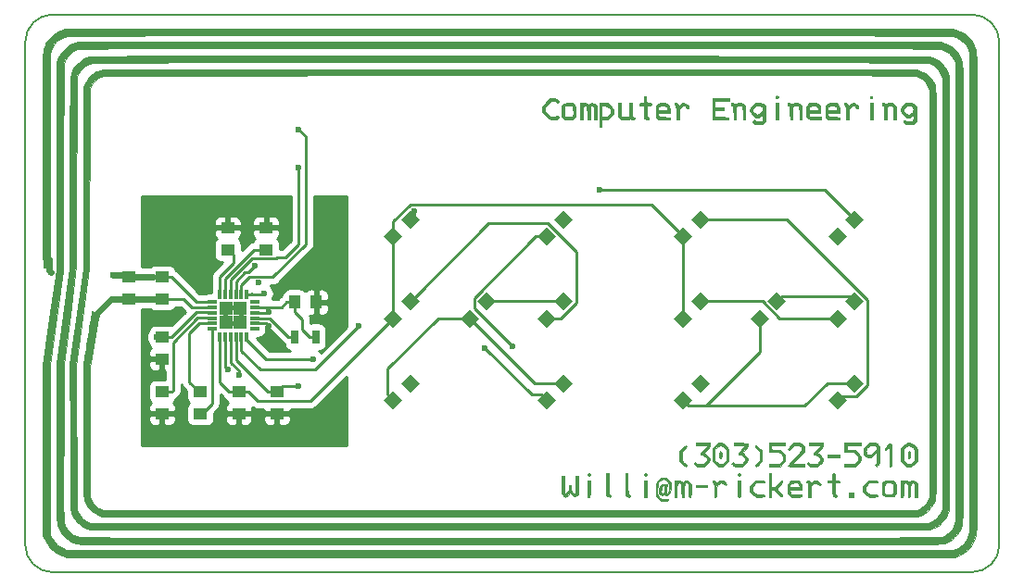
<source format=gbr>
%TF.GenerationSoftware,KiCad,Pcbnew,5.1.0*%
%TF.CreationDate,2019-04-11T23:23:28-05:00*%
%TF.ProjectId,Layout,4c61796f-7574-42e6-9b69-6361645f7063,rev?*%
%TF.SameCoordinates,Original*%
%TF.FileFunction,Copper,L1,Top*%
%TF.FilePolarity,Positive*%
%FSLAX46Y46*%
G04 Gerber Fmt 4.6, Leading zero omitted, Abs format (unit mm)*
G04 Created by KiCad (PCBNEW 5.1.0) date 2019-04-11 23:23:28*
%MOMM*%
%LPD*%
G04 APERTURE LIST*
%ADD10C,0.150000*%
%ADD11C,0.010000*%
%ADD12R,1.250000X1.000000*%
%ADD13C,1.200000*%
%ADD14C,0.100000*%
%ADD15R,0.850000X0.300000*%
%ADD16R,0.300000X0.850000*%
%ADD17R,1.300000X1.300000*%
%ADD18C,0.630000*%
%ADD19R,0.630000X1.524000*%
%ADD20R,1.000000X1.250000*%
%ADD21R,0.700000X1.300000*%
%ADD22C,0.600000*%
%ADD23C,0.250000*%
%ADD24C,0.630000*%
%ADD25C,0.254000*%
G04 APERTURE END LIST*
D10*
X112000000Y-122000000D02*
X112000000Y-76000000D01*
X198500000Y-124500000D02*
X114500000Y-124500000D01*
X201000000Y-76000000D02*
X201000000Y-122000000D01*
X114500000Y-73500000D02*
X198500000Y-73500000D01*
X201000000Y-122000000D02*
G75*
G02X198500000Y-124500000I-2500000J0D01*
G01*
X114500000Y-124500000D02*
G75*
G02X112000000Y-122000000I0J2500000D01*
G01*
X112000000Y-76000000D02*
G75*
G02X114500000Y-73500000I2500000J0D01*
G01*
X198500000Y-73500000D02*
G75*
G02X201000000Y-76000000I0J-2500000D01*
G01*
D11*
G36*
X192799924Y-113476683D02*
G01*
X192801200Y-113477737D01*
X192839155Y-113539460D01*
X192854352Y-113652825D01*
X192852263Y-113788298D01*
X192842045Y-113932262D01*
X192823588Y-114012107D01*
X192788737Y-114048381D01*
X192744584Y-114059694D01*
X192694854Y-114061635D01*
X192666351Y-114038098D01*
X192653189Y-113971584D01*
X192649485Y-113844597D01*
X192649334Y-113776442D01*
X192657578Y-113588185D01*
X192683869Y-113478534D01*
X192730540Y-113442897D01*
X192799924Y-113476683D01*
X192799924Y-113476683D01*
G37*
X192799924Y-113476683D02*
X192801200Y-113477737D01*
X192839155Y-113539460D01*
X192854352Y-113652825D01*
X192852263Y-113788298D01*
X192842045Y-113932262D01*
X192823588Y-114012107D01*
X192788737Y-114048381D01*
X192744584Y-114059694D01*
X192694854Y-114061635D01*
X192666351Y-114038098D01*
X192653189Y-113971584D01*
X192649485Y-113844597D01*
X192649334Y-113776442D01*
X192657578Y-113588185D01*
X192683869Y-113478534D01*
X192730540Y-113442897D01*
X192799924Y-113476683D01*
G36*
X175570258Y-113476683D02*
G01*
X175571534Y-113477737D01*
X175609488Y-113539460D01*
X175624685Y-113652825D01*
X175622596Y-113788298D01*
X175612379Y-113932262D01*
X175593921Y-114012107D01*
X175559070Y-114048381D01*
X175514917Y-114059694D01*
X175465187Y-114061635D01*
X175436684Y-114038098D01*
X175423522Y-113971584D01*
X175419818Y-113844597D01*
X175419667Y-113776442D01*
X175427912Y-113588185D01*
X175454203Y-113478534D01*
X175500873Y-113442897D01*
X175570258Y-113476683D01*
X175570258Y-113476683D01*
G37*
X175570258Y-113476683D02*
X175571534Y-113477737D01*
X175609488Y-113539460D01*
X175624685Y-113652825D01*
X175622596Y-113788298D01*
X175612379Y-113932262D01*
X175593921Y-114012107D01*
X175559070Y-114048381D01*
X175514917Y-114059694D01*
X175465187Y-114061635D01*
X175436684Y-114038098D01*
X175423522Y-113971584D01*
X175419818Y-113844597D01*
X175419667Y-113776442D01*
X175427912Y-113588185D01*
X175454203Y-113478534D01*
X175500873Y-113442897D01*
X175570258Y-113476683D01*
G36*
X186384000Y-113982666D02*
G01*
X185325667Y-113982666D01*
X185325667Y-113771000D01*
X186384000Y-113771000D01*
X186384000Y-113982666D01*
X186384000Y-113982666D01*
G37*
X186384000Y-113982666D02*
X185325667Y-113982666D01*
X185325667Y-113771000D01*
X186384000Y-113771000D01*
X186384000Y-113982666D01*
G36*
X192853751Y-112672965D02*
G01*
X192936206Y-112688752D01*
X193011849Y-112729528D01*
X193102504Y-112807126D01*
X193229990Y-112933381D01*
X193232640Y-112936055D01*
X193496000Y-113201777D01*
X193496000Y-114345150D01*
X193251356Y-114587241D01*
X193128311Y-114706699D01*
X193040269Y-114778515D01*
X192962262Y-114814813D01*
X192869317Y-114827712D01*
X192752614Y-114829333D01*
X192625224Y-114827206D01*
X192535487Y-114812683D01*
X192458628Y-114773549D01*
X192369874Y-114697589D01*
X192256425Y-114584689D01*
X192014334Y-114340044D01*
X192014334Y-113231449D01*
X192226000Y-113231449D01*
X192226000Y-114254628D01*
X192404148Y-114436147D01*
X192517096Y-114542084D01*
X192607773Y-114596980D01*
X192706218Y-114616372D01*
X192755167Y-114617666D01*
X192865310Y-114608238D01*
X192955514Y-114569597D01*
X193055820Y-114486210D01*
X193106186Y-114436147D01*
X193284334Y-114254628D01*
X193284334Y-113287074D01*
X193084842Y-113084537D01*
X192926062Y-112945424D01*
X192787722Y-112881873D01*
X192653450Y-112893206D01*
X192506870Y-112978741D01*
X192415554Y-113056724D01*
X192226000Y-113231449D01*
X192014334Y-113231449D01*
X192014334Y-113148887D01*
X192265191Y-112909610D01*
X192392700Y-112790975D01*
X192484309Y-112719859D01*
X192564210Y-112684139D01*
X192656597Y-112671692D01*
X192742664Y-112670333D01*
X192853751Y-112672965D01*
X192853751Y-112672965D01*
G37*
X192853751Y-112672965D02*
X192936206Y-112688752D01*
X193011849Y-112729528D01*
X193102504Y-112807126D01*
X193229990Y-112933381D01*
X193232640Y-112936055D01*
X193496000Y-113201777D01*
X193496000Y-114345150D01*
X193251356Y-114587241D01*
X193128311Y-114706699D01*
X193040269Y-114778515D01*
X192962262Y-114814813D01*
X192869317Y-114827712D01*
X192752614Y-114829333D01*
X192625224Y-114827206D01*
X192535487Y-114812683D01*
X192458628Y-114773549D01*
X192369874Y-114697589D01*
X192256425Y-114584689D01*
X192014334Y-114340044D01*
X192014334Y-113231449D01*
X192226000Y-113231449D01*
X192226000Y-114254628D01*
X192404148Y-114436147D01*
X192517096Y-114542084D01*
X192607773Y-114596980D01*
X192706218Y-114616372D01*
X192755167Y-114617666D01*
X192865310Y-114608238D01*
X192955514Y-114569597D01*
X193055820Y-114486210D01*
X193106186Y-114436147D01*
X193284334Y-114254628D01*
X193284334Y-113287074D01*
X193084842Y-113084537D01*
X192926062Y-112945424D01*
X192787722Y-112881873D01*
X192653450Y-112893206D01*
X192506870Y-112978741D01*
X192415554Y-113056724D01*
X192226000Y-113231449D01*
X192014334Y-113231449D01*
X192014334Y-113148887D01*
X192265191Y-112909610D01*
X192392700Y-112790975D01*
X192484309Y-112719859D01*
X192564210Y-112684139D01*
X192656597Y-112671692D01*
X192742664Y-112670333D01*
X192853751Y-112672965D01*
G36*
X191086713Y-112769897D02*
G01*
X191108188Y-112878636D01*
X191119742Y-113051041D01*
X191124440Y-113293242D01*
X191125346Y-113611371D01*
X191125334Y-113771000D01*
X191125108Y-114097048D01*
X191123910Y-114348196D01*
X191120960Y-114534207D01*
X191115474Y-114664846D01*
X191106674Y-114749880D01*
X191093776Y-114799071D01*
X191076000Y-114822186D01*
X191052566Y-114828990D01*
X191040667Y-114829333D01*
X191012215Y-114826064D01*
X190990971Y-114809074D01*
X190975885Y-114767584D01*
X190965904Y-114690818D01*
X190959978Y-114568000D01*
X190957055Y-114388351D01*
X190956084Y-114141094D01*
X190956000Y-113961500D01*
X190954621Y-113700804D01*
X190950770Y-113471440D01*
X190944876Y-113285925D01*
X190937368Y-113156775D01*
X190928674Y-113096508D01*
X190926266Y-113093666D01*
X190880645Y-113120678D01*
X190799519Y-113189003D01*
X190756543Y-113229348D01*
X190668625Y-113309812D01*
X190614825Y-113336691D01*
X190570491Y-113317349D01*
X190544279Y-113292754D01*
X190512988Y-113253659D01*
X190511049Y-113212538D01*
X190546843Y-113154119D01*
X190628750Y-113063130D01*
X190723260Y-112966572D01*
X190840310Y-112848960D01*
X190932116Y-112764354D01*
X191001742Y-112718888D01*
X191052253Y-112718691D01*
X191086713Y-112769897D01*
X191086713Y-112769897D01*
G37*
X191086713Y-112769897D02*
X191108188Y-112878636D01*
X191119742Y-113051041D01*
X191124440Y-113293242D01*
X191125346Y-113611371D01*
X191125334Y-113771000D01*
X191125108Y-114097048D01*
X191123910Y-114348196D01*
X191120960Y-114534207D01*
X191115474Y-114664846D01*
X191106674Y-114749880D01*
X191093776Y-114799071D01*
X191076000Y-114822186D01*
X191052566Y-114828990D01*
X191040667Y-114829333D01*
X191012215Y-114826064D01*
X190990971Y-114809074D01*
X190975885Y-114767584D01*
X190965904Y-114690818D01*
X190959978Y-114568000D01*
X190957055Y-114388351D01*
X190956084Y-114141094D01*
X190956000Y-113961500D01*
X190954621Y-113700804D01*
X190950770Y-113471440D01*
X190944876Y-113285925D01*
X190937368Y-113156775D01*
X190928674Y-113096508D01*
X190926266Y-113093666D01*
X190880645Y-113120678D01*
X190799519Y-113189003D01*
X190756543Y-113229348D01*
X190668625Y-113309812D01*
X190614825Y-113336691D01*
X190570491Y-113317349D01*
X190544279Y-113292754D01*
X190512988Y-113253659D01*
X190511049Y-113212538D01*
X190546843Y-113154119D01*
X190628750Y-113063130D01*
X190723260Y-112966572D01*
X190840310Y-112848960D01*
X190932116Y-112764354D01*
X191001742Y-112718888D01*
X191052253Y-112718691D01*
X191086713Y-112769897D01*
G36*
X189585377Y-112672149D02*
G01*
X189696347Y-112682415D01*
X189771838Y-112708356D01*
X189836440Y-112757201D01*
X189889362Y-112809932D01*
X190024667Y-112949530D01*
X190024667Y-113759184D01*
X190024412Y-114039690D01*
X190022639Y-114248506D01*
X190017834Y-114398610D01*
X190008484Y-114502979D01*
X189993076Y-114574589D01*
X189970098Y-114626417D01*
X189938035Y-114671440D01*
X189915070Y-114699085D01*
X189827280Y-114793498D01*
X189766596Y-114823594D01*
X189712660Y-114795168D01*
X189684970Y-114764592D01*
X189657174Y-114707081D01*
X189686363Y-114643902D01*
X189722120Y-114603113D01*
X189761117Y-114554275D01*
X189787100Y-114495050D01*
X189802660Y-114408305D01*
X189810391Y-114276905D01*
X189812885Y-114083716D01*
X189813000Y-114002430D01*
X189813000Y-113498483D01*
X189568356Y-113740575D01*
X189444360Y-113860533D01*
X189355470Y-113932433D01*
X189277402Y-113968562D01*
X189185870Y-113981205D01*
X189089827Y-113982666D01*
X188945552Y-113976707D01*
X188849670Y-113949767D01*
X188766231Y-113888253D01*
X188720638Y-113843067D01*
X188646092Y-113758240D01*
X188605412Y-113678894D01*
X188588522Y-113574197D01*
X188585370Y-113430602D01*
X188797000Y-113430602D01*
X188821516Y-113607209D01*
X188897432Y-113718120D01*
X189028305Y-113767490D01*
X189088249Y-113771000D01*
X189168849Y-113762941D01*
X189246082Y-113731148D01*
X189337533Y-113664190D01*
X189460788Y-113550639D01*
X189526188Y-113486385D01*
X189679798Y-113324904D01*
X189771207Y-113202081D01*
X189805595Y-113105316D01*
X189788148Y-113022006D01*
X189742939Y-112959416D01*
X189675618Y-112912264D01*
X189568075Y-112888236D01*
X189413086Y-112882000D01*
X189265325Y-112885618D01*
X189167602Y-112906033D01*
X189085328Y-112957580D01*
X188983912Y-113054599D01*
X188975148Y-113063519D01*
X188871692Y-113177688D01*
X188817963Y-113269370D01*
X188798600Y-113370220D01*
X188797000Y-113430602D01*
X188585370Y-113430602D01*
X188585334Y-113428992D01*
X188585334Y-113154516D01*
X188829978Y-112912424D01*
X189074622Y-112670333D01*
X189414340Y-112670333D01*
X189585377Y-112672149D01*
X189585377Y-112672149D01*
G37*
X189585377Y-112672149D02*
X189696347Y-112682415D01*
X189771838Y-112708356D01*
X189836440Y-112757201D01*
X189889362Y-112809932D01*
X190024667Y-112949530D01*
X190024667Y-113759184D01*
X190024412Y-114039690D01*
X190022639Y-114248506D01*
X190017834Y-114398610D01*
X190008484Y-114502979D01*
X189993076Y-114574589D01*
X189970098Y-114626417D01*
X189938035Y-114671440D01*
X189915070Y-114699085D01*
X189827280Y-114793498D01*
X189766596Y-114823594D01*
X189712660Y-114795168D01*
X189684970Y-114764592D01*
X189657174Y-114707081D01*
X189686363Y-114643902D01*
X189722120Y-114603113D01*
X189761117Y-114554275D01*
X189787100Y-114495050D01*
X189802660Y-114408305D01*
X189810391Y-114276905D01*
X189812885Y-114083716D01*
X189813000Y-114002430D01*
X189813000Y-113498483D01*
X189568356Y-113740575D01*
X189444360Y-113860533D01*
X189355470Y-113932433D01*
X189277402Y-113968562D01*
X189185870Y-113981205D01*
X189089827Y-113982666D01*
X188945552Y-113976707D01*
X188849670Y-113949767D01*
X188766231Y-113888253D01*
X188720638Y-113843067D01*
X188646092Y-113758240D01*
X188605412Y-113678894D01*
X188588522Y-113574197D01*
X188585370Y-113430602D01*
X188797000Y-113430602D01*
X188821516Y-113607209D01*
X188897432Y-113718120D01*
X189028305Y-113767490D01*
X189088249Y-113771000D01*
X189168849Y-113762941D01*
X189246082Y-113731148D01*
X189337533Y-113664190D01*
X189460788Y-113550639D01*
X189526188Y-113486385D01*
X189679798Y-113324904D01*
X189771207Y-113202081D01*
X189805595Y-113105316D01*
X189788148Y-113022006D01*
X189742939Y-112959416D01*
X189675618Y-112912264D01*
X189568075Y-112888236D01*
X189413086Y-112882000D01*
X189265325Y-112885618D01*
X189167602Y-112906033D01*
X189085328Y-112957580D01*
X188983912Y-113054599D01*
X188975148Y-113063519D01*
X188871692Y-113177688D01*
X188817963Y-113269370D01*
X188798600Y-113370220D01*
X188797000Y-113430602D01*
X188585370Y-113430602D01*
X188585334Y-113428992D01*
X188585334Y-113154516D01*
X188829978Y-112912424D01*
X189074622Y-112670333D01*
X189414340Y-112670333D01*
X189585377Y-112672149D01*
G36*
X188331334Y-112882000D02*
G01*
X187061334Y-112882000D01*
X187061334Y-113347666D01*
X187847151Y-113347666D01*
X188089242Y-113592310D01*
X188208904Y-113715748D01*
X188280751Y-113804133D01*
X188316976Y-113882141D01*
X188329772Y-113974450D01*
X188331334Y-114082286D01*
X188328714Y-114206121D01*
X188312873Y-114295528D01*
X188271835Y-114375339D01*
X188193625Y-114470387D01*
X188092056Y-114578476D01*
X187852779Y-114829333D01*
X186849667Y-114829333D01*
X186849667Y-114617666D01*
X187763372Y-114617666D01*
X187941519Y-114436147D01*
X188046606Y-114319117D01*
X188100623Y-114224513D01*
X188118877Y-114122197D01*
X188119667Y-114085306D01*
X188111122Y-113982954D01*
X188075893Y-113896821D01*
X187999587Y-113800700D01*
X187917129Y-113716491D01*
X187714592Y-113517000D01*
X186849667Y-113517000D01*
X186849667Y-112670333D01*
X188331334Y-112670333D01*
X188331334Y-112882000D01*
X188331334Y-112882000D01*
G37*
X188331334Y-112882000D02*
X187061334Y-112882000D01*
X187061334Y-113347666D01*
X187847151Y-113347666D01*
X188089242Y-113592310D01*
X188208904Y-113715748D01*
X188280751Y-113804133D01*
X188316976Y-113882141D01*
X188329772Y-113974450D01*
X188331334Y-114082286D01*
X188328714Y-114206121D01*
X188312873Y-114295528D01*
X188271835Y-114375339D01*
X188193625Y-114470387D01*
X188092056Y-114578476D01*
X187852779Y-114829333D01*
X186849667Y-114829333D01*
X186849667Y-114617666D01*
X187763372Y-114617666D01*
X187941519Y-114436147D01*
X188046606Y-114319117D01*
X188100623Y-114224513D01*
X188118877Y-114122197D01*
X188119667Y-114085306D01*
X188111122Y-113982954D01*
X188075893Y-113896821D01*
X187999587Y-113800700D01*
X187917129Y-113716491D01*
X187714592Y-113517000D01*
X186849667Y-113517000D01*
X186849667Y-112670333D01*
X188331334Y-112670333D01*
X188331334Y-112882000D01*
G36*
X184860000Y-112872862D02*
G01*
X184855514Y-112980636D01*
X184833373Y-113063073D01*
X184780553Y-113144358D01*
X184684030Y-113248676D01*
X184627057Y-113305441D01*
X184394115Y-113535490D01*
X184627057Y-113770889D01*
X184746117Y-113895580D01*
X184815961Y-113986332D01*
X184849490Y-114066740D01*
X184859603Y-114160401D01*
X184860000Y-114197007D01*
X184854441Y-114302097D01*
X184828805Y-114384739D01*
X184769649Y-114469671D01*
X184663533Y-114581632D01*
X184636419Y-114608529D01*
X184412838Y-114829333D01*
X184030506Y-114829333D01*
X183847503Y-114827920D01*
X183727374Y-114820008D01*
X183648332Y-114800087D01*
X183588589Y-114762650D01*
X183526359Y-114702185D01*
X183525937Y-114701745D01*
X183451446Y-114618203D01*
X183431139Y-114566616D01*
X183458145Y-114520280D01*
X183474811Y-114503046D01*
X183529497Y-114459103D01*
X183578250Y-114468131D01*
X183644773Y-114524801D01*
X183714273Y-114576161D01*
X183801903Y-114604630D01*
X183933358Y-114616256D01*
X184039220Y-114617666D01*
X184197301Y-114615172D01*
X184299749Y-114600823D01*
X184375584Y-114564320D01*
X184453827Y-114495366D01*
X184491575Y-114457131D01*
X184581330Y-114348285D01*
X184638052Y-114246949D01*
X184648334Y-114203253D01*
X184615031Y-114097698D01*
X184530732Y-113977982D01*
X184418846Y-113868023D01*
X184302783Y-113791740D01*
X184225258Y-113771000D01*
X184118430Y-113748338D01*
X184053662Y-113705084D01*
X184036888Y-113667985D01*
X184050426Y-113618993D01*
X184102537Y-113546101D01*
X184201479Y-113437297D01*
X184323645Y-113312564D01*
X184455864Y-113175033D01*
X184562138Y-113055864D01*
X184630025Y-112969566D01*
X184648334Y-112933980D01*
X184622982Y-112910307D01*
X184540967Y-112894368D01*
X184393343Y-112885248D01*
X184171169Y-112882032D01*
X184140334Y-112882000D01*
X183632334Y-112882000D01*
X183632334Y-112670333D01*
X184860000Y-112670333D01*
X184860000Y-112872862D01*
X184860000Y-112872862D01*
G37*
X184860000Y-112872862D02*
X184855514Y-112980636D01*
X184833373Y-113063073D01*
X184780553Y-113144358D01*
X184684030Y-113248676D01*
X184627057Y-113305441D01*
X184394115Y-113535490D01*
X184627057Y-113770889D01*
X184746117Y-113895580D01*
X184815961Y-113986332D01*
X184849490Y-114066740D01*
X184859603Y-114160401D01*
X184860000Y-114197007D01*
X184854441Y-114302097D01*
X184828805Y-114384739D01*
X184769649Y-114469671D01*
X184663533Y-114581632D01*
X184636419Y-114608529D01*
X184412838Y-114829333D01*
X184030506Y-114829333D01*
X183847503Y-114827920D01*
X183727374Y-114820008D01*
X183648332Y-114800087D01*
X183588589Y-114762650D01*
X183526359Y-114702185D01*
X183525937Y-114701745D01*
X183451446Y-114618203D01*
X183431139Y-114566616D01*
X183458145Y-114520280D01*
X183474811Y-114503046D01*
X183529497Y-114459103D01*
X183578250Y-114468131D01*
X183644773Y-114524801D01*
X183714273Y-114576161D01*
X183801903Y-114604630D01*
X183933358Y-114616256D01*
X184039220Y-114617666D01*
X184197301Y-114615172D01*
X184299749Y-114600823D01*
X184375584Y-114564320D01*
X184453827Y-114495366D01*
X184491575Y-114457131D01*
X184581330Y-114348285D01*
X184638052Y-114246949D01*
X184648334Y-114203253D01*
X184615031Y-114097698D01*
X184530732Y-113977982D01*
X184418846Y-113868023D01*
X184302783Y-113791740D01*
X184225258Y-113771000D01*
X184118430Y-113748338D01*
X184053662Y-113705084D01*
X184036888Y-113667985D01*
X184050426Y-113618993D01*
X184102537Y-113546101D01*
X184201479Y-113437297D01*
X184323645Y-113312564D01*
X184455864Y-113175033D01*
X184562138Y-113055864D01*
X184630025Y-112969566D01*
X184648334Y-112933980D01*
X184622982Y-112910307D01*
X184540967Y-112894368D01*
X184393343Y-112885248D01*
X184171169Y-112882032D01*
X184140334Y-112882000D01*
X183632334Y-112882000D01*
X183632334Y-112670333D01*
X184860000Y-112670333D01*
X184860000Y-112872862D01*
G36*
X182683572Y-112671839D02*
G01*
X182794113Y-112681824D01*
X182870697Y-112708494D01*
X182938678Y-112760049D01*
X183009909Y-112830868D01*
X183100622Y-112931855D01*
X183147434Y-113018830D01*
X183164619Y-113128562D01*
X183166667Y-113234670D01*
X183166667Y-113477937D01*
X182610087Y-114047802D01*
X182053507Y-114617666D01*
X183166667Y-114617666D01*
X183166667Y-114829333D01*
X182445672Y-114829333D01*
X182177123Y-114828304D01*
X181981647Y-114824544D01*
X181847663Y-114817043D01*
X181763595Y-114804790D01*
X181717865Y-114786776D01*
X181699700Y-114764246D01*
X181716565Y-114712813D01*
X181789587Y-114612538D01*
X181920526Y-114461371D01*
X182111142Y-114257260D01*
X182314862Y-114047264D01*
X182526276Y-113831157D01*
X182685299Y-113665511D01*
X182799349Y-113540861D01*
X182875848Y-113447743D01*
X182922215Y-113376693D01*
X182945869Y-113318246D01*
X182954231Y-113262938D01*
X182955000Y-113230730D01*
X182929351Y-113069133D01*
X182847893Y-112960619D01*
X182703861Y-112899987D01*
X182501436Y-112882000D01*
X182243829Y-112882000D01*
X182031033Y-113114833D01*
X181884115Y-113260923D01*
X181777014Y-113334468D01*
X181710470Y-113335177D01*
X181685225Y-113262759D01*
X181685000Y-113251091D01*
X181718755Y-113161810D01*
X181815857Y-113032954D01*
X181929644Y-112912424D01*
X182174289Y-112670333D01*
X182513720Y-112670333D01*
X182683572Y-112671839D01*
X182683572Y-112671839D01*
G37*
X182683572Y-112671839D02*
X182794113Y-112681824D01*
X182870697Y-112708494D01*
X182938678Y-112760049D01*
X183009909Y-112830868D01*
X183100622Y-112931855D01*
X183147434Y-113018830D01*
X183164619Y-113128562D01*
X183166667Y-113234670D01*
X183166667Y-113477937D01*
X182610087Y-114047802D01*
X182053507Y-114617666D01*
X183166667Y-114617666D01*
X183166667Y-114829333D01*
X182445672Y-114829333D01*
X182177123Y-114828304D01*
X181981647Y-114824544D01*
X181847663Y-114817043D01*
X181763595Y-114804790D01*
X181717865Y-114786776D01*
X181699700Y-114764246D01*
X181716565Y-114712813D01*
X181789587Y-114612538D01*
X181920526Y-114461371D01*
X182111142Y-114257260D01*
X182314862Y-114047264D01*
X182526276Y-113831157D01*
X182685299Y-113665511D01*
X182799349Y-113540861D01*
X182875848Y-113447743D01*
X182922215Y-113376693D01*
X182945869Y-113318246D01*
X182954231Y-113262938D01*
X182955000Y-113230730D01*
X182929351Y-113069133D01*
X182847893Y-112960619D01*
X182703861Y-112899987D01*
X182501436Y-112882000D01*
X182243829Y-112882000D01*
X182031033Y-113114833D01*
X181884115Y-113260923D01*
X181777014Y-113334468D01*
X181710470Y-113335177D01*
X181685225Y-113262759D01*
X181685000Y-113251091D01*
X181718755Y-113161810D01*
X181815857Y-113032954D01*
X181929644Y-112912424D01*
X182174289Y-112670333D01*
X182513720Y-112670333D01*
X182683572Y-112671839D01*
G36*
X181431000Y-112882000D02*
G01*
X180156576Y-112882000D01*
X180169371Y-113104250D01*
X180182167Y-113326500D01*
X180998177Y-113350618D01*
X181214588Y-113579441D01*
X181325410Y-113699752D01*
X181389975Y-113787651D01*
X181420774Y-113871694D01*
X181430300Y-113980436D01*
X181431000Y-114074155D01*
X181431000Y-114340044D01*
X181188909Y-114584689D01*
X180946817Y-114829333D01*
X179949334Y-114829333D01*
X179949334Y-114617666D01*
X180863039Y-114617666D01*
X181041186Y-114436147D01*
X181143998Y-114323137D01*
X181197611Y-114232617D01*
X181217356Y-114132264D01*
X181219334Y-114060539D01*
X181212857Y-113944616D01*
X181183019Y-113858810D01*
X181114204Y-113772739D01*
X181029779Y-113691724D01*
X180840225Y-113517000D01*
X179949334Y-113517000D01*
X179949334Y-112670333D01*
X181431000Y-112670333D01*
X181431000Y-112882000D01*
X181431000Y-112882000D01*
G37*
X181431000Y-112882000D02*
X180156576Y-112882000D01*
X180169371Y-113104250D01*
X180182167Y-113326500D01*
X180998177Y-113350618D01*
X181214588Y-113579441D01*
X181325410Y-113699752D01*
X181389975Y-113787651D01*
X181420774Y-113871694D01*
X181430300Y-113980436D01*
X181431000Y-114074155D01*
X181431000Y-114340044D01*
X181188909Y-114584689D01*
X180946817Y-114829333D01*
X179949334Y-114829333D01*
X179949334Y-114617666D01*
X180863039Y-114617666D01*
X181041186Y-114436147D01*
X181143998Y-114323137D01*
X181197611Y-114232617D01*
X181217356Y-114132264D01*
X181219334Y-114060539D01*
X181212857Y-113944616D01*
X181183019Y-113858810D01*
X181114204Y-113772739D01*
X181029779Y-113691724D01*
X180840225Y-113517000D01*
X179949334Y-113517000D01*
X179949334Y-112670333D01*
X181431000Y-112670333D01*
X181431000Y-112882000D01*
G36*
X178810296Y-112917370D02*
G01*
X178876098Y-112958676D01*
X178978745Y-113046730D01*
X179054463Y-113116192D01*
X179314334Y-113356786D01*
X179314334Y-114340044D01*
X179072242Y-114584689D01*
X178925084Y-114725405D01*
X178820904Y-114803469D01*
X178750735Y-114823089D01*
X178705608Y-114788472D01*
X178693353Y-114762473D01*
X178709417Y-114688940D01*
X178796299Y-114570599D01*
X178885182Y-114475391D01*
X179102667Y-114255170D01*
X179102667Y-113456162D01*
X178881896Y-113232614D01*
X178770149Y-113116231D01*
X178711192Y-113041816D01*
X178696378Y-112993074D01*
X178717062Y-112953712D01*
X178727859Y-112942332D01*
X178765997Y-112914644D01*
X178810296Y-112917370D01*
X178810296Y-112917370D01*
G37*
X178810296Y-112917370D02*
X178876098Y-112958676D01*
X178978745Y-113046730D01*
X179054463Y-113116192D01*
X179314334Y-113356786D01*
X179314334Y-114340044D01*
X179072242Y-114584689D01*
X178925084Y-114725405D01*
X178820904Y-114803469D01*
X178750735Y-114823089D01*
X178705608Y-114788472D01*
X178693353Y-114762473D01*
X178709417Y-114688940D01*
X178796299Y-114570599D01*
X178885182Y-114475391D01*
X179102667Y-114255170D01*
X179102667Y-113456162D01*
X178881896Y-113232614D01*
X178770149Y-113116231D01*
X178711192Y-113041816D01*
X178696378Y-112993074D01*
X178717062Y-112953712D01*
X178727859Y-112942332D01*
X178765997Y-112914644D01*
X178810296Y-112917370D01*
G36*
X177356417Y-112679784D02*
G01*
X177980834Y-112691500D01*
X177993142Y-112860833D01*
X177994560Y-112948705D01*
X177976108Y-113020931D01*
X177926079Y-113097851D01*
X177832765Y-113199805D01*
X177750843Y-113281735D01*
X177496236Y-113533304D01*
X177749118Y-113796654D01*
X177900064Y-113965469D01*
X177984705Y-114100657D01*
X178003363Y-114220829D01*
X177956364Y-114344596D01*
X177844029Y-114490569D01*
X177762723Y-114578476D01*
X177523446Y-114829333D01*
X177149557Y-114829333D01*
X176967377Y-114827545D01*
X176846682Y-114818429D01*
X176764309Y-114796355D01*
X176697093Y-114755695D01*
X176637418Y-114704877D01*
X176554125Y-114625189D01*
X176527425Y-114575407D01*
X176549226Y-114530811D01*
X176572378Y-114506178D01*
X176627825Y-114459556D01*
X176675306Y-114466053D01*
X176744439Y-114524801D01*
X176814612Y-114576501D01*
X176903276Y-114604984D01*
X177036379Y-114616414D01*
X177135293Y-114617666D01*
X177291970Y-114615186D01*
X177394748Y-114600030D01*
X177474389Y-114560626D01*
X177561653Y-114485401D01*
X177608814Y-114439519D01*
X177706237Y-114333361D01*
X177772122Y-114241387D01*
X177790334Y-114194333D01*
X177759682Y-114125127D01*
X177682245Y-114027580D01*
X177579797Y-113923028D01*
X177474115Y-113832807D01*
X177386973Y-113778252D01*
X177358277Y-113771000D01*
X177230437Y-113756592D01*
X177168742Y-113710875D01*
X177174022Y-113630105D01*
X177247110Y-113510542D01*
X177388837Y-113348443D01*
X177470734Y-113265085D01*
X177598552Y-113133105D01*
X177697198Y-113021560D01*
X177755036Y-112944237D01*
X177764569Y-112916894D01*
X177716227Y-112903333D01*
X177600573Y-112892232D01*
X177434950Y-112884738D01*
X177237502Y-112882000D01*
X176732000Y-112882000D01*
X176732000Y-112668069D01*
X177356417Y-112679784D01*
X177356417Y-112679784D01*
G37*
X177356417Y-112679784D02*
X177980834Y-112691500D01*
X177993142Y-112860833D01*
X177994560Y-112948705D01*
X177976108Y-113020931D01*
X177926079Y-113097851D01*
X177832765Y-113199805D01*
X177750843Y-113281735D01*
X177496236Y-113533304D01*
X177749118Y-113796654D01*
X177900064Y-113965469D01*
X177984705Y-114100657D01*
X178003363Y-114220829D01*
X177956364Y-114344596D01*
X177844029Y-114490569D01*
X177762723Y-114578476D01*
X177523446Y-114829333D01*
X177149557Y-114829333D01*
X176967377Y-114827545D01*
X176846682Y-114818429D01*
X176764309Y-114796355D01*
X176697093Y-114755695D01*
X176637418Y-114704877D01*
X176554125Y-114625189D01*
X176527425Y-114575407D01*
X176549226Y-114530811D01*
X176572378Y-114506178D01*
X176627825Y-114459556D01*
X176675306Y-114466053D01*
X176744439Y-114524801D01*
X176814612Y-114576501D01*
X176903276Y-114604984D01*
X177036379Y-114616414D01*
X177135293Y-114617666D01*
X177291970Y-114615186D01*
X177394748Y-114600030D01*
X177474389Y-114560626D01*
X177561653Y-114485401D01*
X177608814Y-114439519D01*
X177706237Y-114333361D01*
X177772122Y-114241387D01*
X177790334Y-114194333D01*
X177759682Y-114125127D01*
X177682245Y-114027580D01*
X177579797Y-113923028D01*
X177474115Y-113832807D01*
X177386973Y-113778252D01*
X177358277Y-113771000D01*
X177230437Y-113756592D01*
X177168742Y-113710875D01*
X177174022Y-113630105D01*
X177247110Y-113510542D01*
X177388837Y-113348443D01*
X177470734Y-113265085D01*
X177598552Y-113133105D01*
X177697198Y-113021560D01*
X177755036Y-112944237D01*
X177764569Y-112916894D01*
X177716227Y-112903333D01*
X177600573Y-112892232D01*
X177434950Y-112884738D01*
X177237502Y-112882000D01*
X176732000Y-112882000D01*
X176732000Y-112668069D01*
X177356417Y-112679784D01*
G36*
X175632810Y-112673589D02*
G01*
X175712901Y-112691319D01*
X175789487Y-112735465D01*
X175883919Y-112817967D01*
X176002973Y-112936055D01*
X176266334Y-113201777D01*
X176266334Y-114345150D01*
X176021689Y-114587241D01*
X175898644Y-114706699D01*
X175810603Y-114778515D01*
X175732595Y-114814813D01*
X175639650Y-114827712D01*
X175522947Y-114829333D01*
X175395558Y-114827206D01*
X175305820Y-114812683D01*
X175228961Y-114773549D01*
X175140207Y-114697589D01*
X175026758Y-114584689D01*
X174784667Y-114340044D01*
X174784667Y-113280983D01*
X174996334Y-113280983D01*
X174996334Y-114254628D01*
X175174481Y-114436147D01*
X175287429Y-114542084D01*
X175378106Y-114596980D01*
X175476552Y-114616372D01*
X175525500Y-114617666D01*
X175635643Y-114608238D01*
X175725848Y-114569597D01*
X175826153Y-114486210D01*
X175876519Y-114436147D01*
X176054667Y-114254628D01*
X176054667Y-113287074D01*
X175855175Y-113084537D01*
X175702308Y-112948016D01*
X175572943Y-112884775D01*
X175449183Y-112894730D01*
X175313129Y-112977798D01*
X175198871Y-113081491D01*
X174996334Y-113280983D01*
X174784667Y-113280983D01*
X174784667Y-113197054D01*
X175050389Y-112933693D01*
X175180843Y-112807071D01*
X175273771Y-112729286D01*
X175350678Y-112688477D01*
X175433065Y-112672785D01*
X175527862Y-112670333D01*
X175632810Y-112673589D01*
X175632810Y-112673589D01*
G37*
X175632810Y-112673589D02*
X175712901Y-112691319D01*
X175789487Y-112735465D01*
X175883919Y-112817967D01*
X176002973Y-112936055D01*
X176266334Y-113201777D01*
X176266334Y-114345150D01*
X176021689Y-114587241D01*
X175898644Y-114706699D01*
X175810603Y-114778515D01*
X175732595Y-114814813D01*
X175639650Y-114827712D01*
X175522947Y-114829333D01*
X175395558Y-114827206D01*
X175305820Y-114812683D01*
X175228961Y-114773549D01*
X175140207Y-114697589D01*
X175026758Y-114584689D01*
X174784667Y-114340044D01*
X174784667Y-113280983D01*
X174996334Y-113280983D01*
X174996334Y-114254628D01*
X175174481Y-114436147D01*
X175287429Y-114542084D01*
X175378106Y-114596980D01*
X175476552Y-114616372D01*
X175525500Y-114617666D01*
X175635643Y-114608238D01*
X175725848Y-114569597D01*
X175826153Y-114486210D01*
X175876519Y-114436147D01*
X176054667Y-114254628D01*
X176054667Y-113287074D01*
X175855175Y-113084537D01*
X175702308Y-112948016D01*
X175572943Y-112884775D01*
X175449183Y-112894730D01*
X175313129Y-112977798D01*
X175198871Y-113081491D01*
X174996334Y-113280983D01*
X174784667Y-113280983D01*
X174784667Y-113197054D01*
X175050389Y-112933693D01*
X175180843Y-112807071D01*
X175273771Y-112729286D01*
X175350678Y-112688477D01*
X175433065Y-112672785D01*
X175527862Y-112670333D01*
X175632810Y-112673589D01*
G36*
X174530667Y-112870189D02*
G01*
X174526191Y-112974737D01*
X174504402Y-113056374D01*
X174452757Y-113138128D01*
X174358713Y-113243029D01*
X174288575Y-113314689D01*
X174046484Y-113559333D01*
X174288575Y-113803977D01*
X174441037Y-113972725D01*
X174523286Y-114111596D01*
X174535264Y-114238111D01*
X174476915Y-114369789D01*
X174348182Y-114524154D01*
X174286023Y-114587241D01*
X174041378Y-114829333D01*
X173680109Y-114829333D01*
X173502620Y-114827654D01*
X173386948Y-114818598D01*
X173310252Y-114796139D01*
X173249694Y-114754250D01*
X173196604Y-114701745D01*
X173122113Y-114618203D01*
X173101806Y-114566616D01*
X173128812Y-114520280D01*
X173145478Y-114503046D01*
X173200164Y-114459103D01*
X173248917Y-114468131D01*
X173315439Y-114524801D01*
X173390120Y-114578714D01*
X173485792Y-114607218D01*
X173630008Y-114617232D01*
X173685126Y-114617666D01*
X173836362Y-114614379D01*
X173936430Y-114595729D01*
X174018799Y-114548536D01*
X174116938Y-114459618D01*
X174137481Y-114439519D01*
X174234904Y-114333361D01*
X174300789Y-114241387D01*
X174319000Y-114194333D01*
X174287318Y-114120700D01*
X174207051Y-114021350D01*
X174100367Y-113917065D01*
X173989432Y-113828632D01*
X173896415Y-113776833D01*
X173867498Y-113771000D01*
X173768522Y-113741002D01*
X173724329Y-113705084D01*
X173707555Y-113667985D01*
X173721093Y-113618993D01*
X173773203Y-113546101D01*
X173872146Y-113437297D01*
X173994312Y-113312564D01*
X174126531Y-113175033D01*
X174232805Y-113055864D01*
X174300691Y-112969566D01*
X174319000Y-112933980D01*
X174293649Y-112910307D01*
X174211633Y-112894368D01*
X174064010Y-112885248D01*
X173841836Y-112882032D01*
X173811000Y-112882000D01*
X173303000Y-112882000D01*
X173303000Y-112670333D01*
X174530667Y-112670333D01*
X174530667Y-112870189D01*
X174530667Y-112870189D01*
G37*
X174530667Y-112870189D02*
X174526191Y-112974737D01*
X174504402Y-113056374D01*
X174452757Y-113138128D01*
X174358713Y-113243029D01*
X174288575Y-113314689D01*
X174046484Y-113559333D01*
X174288575Y-113803977D01*
X174441037Y-113972725D01*
X174523286Y-114111596D01*
X174535264Y-114238111D01*
X174476915Y-114369789D01*
X174348182Y-114524154D01*
X174286023Y-114587241D01*
X174041378Y-114829333D01*
X173680109Y-114829333D01*
X173502620Y-114827654D01*
X173386948Y-114818598D01*
X173310252Y-114796139D01*
X173249694Y-114754250D01*
X173196604Y-114701745D01*
X173122113Y-114618203D01*
X173101806Y-114566616D01*
X173128812Y-114520280D01*
X173145478Y-114503046D01*
X173200164Y-114459103D01*
X173248917Y-114468131D01*
X173315439Y-114524801D01*
X173390120Y-114578714D01*
X173485792Y-114607218D01*
X173630008Y-114617232D01*
X173685126Y-114617666D01*
X173836362Y-114614379D01*
X173936430Y-114595729D01*
X174018799Y-114548536D01*
X174116938Y-114459618D01*
X174137481Y-114439519D01*
X174234904Y-114333361D01*
X174300789Y-114241387D01*
X174319000Y-114194333D01*
X174287318Y-114120700D01*
X174207051Y-114021350D01*
X174100367Y-113917065D01*
X173989432Y-113828632D01*
X173896415Y-113776833D01*
X173867498Y-113771000D01*
X173768522Y-113741002D01*
X173724329Y-113705084D01*
X173707555Y-113667985D01*
X173721093Y-113618993D01*
X173773203Y-113546101D01*
X173872146Y-113437297D01*
X173994312Y-113312564D01*
X174126531Y-113175033D01*
X174232805Y-113055864D01*
X174300691Y-112969566D01*
X174319000Y-112933980D01*
X174293649Y-112910307D01*
X174211633Y-112894368D01*
X174064010Y-112885248D01*
X173841836Y-112882032D01*
X173811000Y-112882000D01*
X173303000Y-112882000D01*
X173303000Y-112670333D01*
X174530667Y-112670333D01*
X174530667Y-112870189D01*
G36*
X172412553Y-112977756D02*
G01*
X172414000Y-113000008D01*
X172385316Y-113066181D01*
X172310048Y-113167469D01*
X172204373Y-113282154D01*
X172202334Y-113284166D01*
X171990667Y-113492650D01*
X171990667Y-114261016D01*
X172202334Y-114469500D01*
X172324538Y-114604665D01*
X172396627Y-114716259D01*
X172414204Y-114794238D01*
X172372873Y-114828562D01*
X172359861Y-114829333D01*
X172307404Y-114800912D01*
X172213506Y-114724989D01*
X172094905Y-114615571D01*
X172042361Y-114563611D01*
X171779000Y-114297888D01*
X171779000Y-113413621D01*
X172021092Y-113168977D01*
X172177059Y-113025370D01*
X172297121Y-112944415D01*
X172377034Y-112927935D01*
X172412553Y-112977756D01*
X172412553Y-112977756D01*
G37*
X172412553Y-112977756D02*
X172414000Y-113000008D01*
X172385316Y-113066181D01*
X172310048Y-113167469D01*
X172204373Y-113282154D01*
X172202334Y-113284166D01*
X171990667Y-113492650D01*
X171990667Y-114261016D01*
X172202334Y-114469500D01*
X172324538Y-114604665D01*
X172396627Y-114716259D01*
X172414204Y-114794238D01*
X172372873Y-114828562D01*
X172359861Y-114829333D01*
X172307404Y-114800912D01*
X172213506Y-114724989D01*
X172094905Y-114615571D01*
X172042361Y-114563611D01*
X171779000Y-114297888D01*
X171779000Y-113413621D01*
X172021092Y-113168977D01*
X172177059Y-113025370D01*
X172297121Y-112944415D01*
X172377034Y-112927935D01*
X172412553Y-112977756D01*
G36*
X177299394Y-115481818D02*
G01*
X177324220Y-115550663D01*
X177324667Y-115570166D01*
X177307182Y-115650727D01*
X177238337Y-115675553D01*
X177218834Y-115676000D01*
X177138273Y-115658515D01*
X177113447Y-115589670D01*
X177113000Y-115570166D01*
X177130485Y-115489605D01*
X177199330Y-115464780D01*
X177218834Y-115464333D01*
X177299394Y-115481818D01*
X177299394Y-115481818D01*
G37*
X177299394Y-115481818D02*
X177324220Y-115550663D01*
X177324667Y-115570166D01*
X177307182Y-115650727D01*
X177238337Y-115675553D01*
X177218834Y-115676000D01*
X177138273Y-115658515D01*
X177113447Y-115589670D01*
X177113000Y-115570166D01*
X177130485Y-115489605D01*
X177199330Y-115464780D01*
X177218834Y-115464333D01*
X177299394Y-115481818D01*
G36*
X168748061Y-115481818D02*
G01*
X168772887Y-115550663D01*
X168773334Y-115570166D01*
X168755849Y-115650727D01*
X168687004Y-115675553D01*
X168667500Y-115676000D01*
X168586939Y-115658515D01*
X168562114Y-115589670D01*
X168561667Y-115570166D01*
X168579152Y-115489605D01*
X168647997Y-115464780D01*
X168667500Y-115464333D01*
X168748061Y-115481818D01*
X168748061Y-115481818D01*
G37*
X168748061Y-115481818D02*
X168772887Y-115550663D01*
X168773334Y-115570166D01*
X168755849Y-115650727D01*
X168687004Y-115675553D01*
X168667500Y-115676000D01*
X168586939Y-115658515D01*
X168562114Y-115589670D01*
X168561667Y-115570166D01*
X168579152Y-115489605D01*
X168647997Y-115464780D01*
X168667500Y-115464333D01*
X168748061Y-115481818D01*
G36*
X163583394Y-115481818D02*
G01*
X163608220Y-115550663D01*
X163608667Y-115570166D01*
X163591182Y-115650727D01*
X163522337Y-115675553D01*
X163502834Y-115676000D01*
X163422273Y-115658515D01*
X163397447Y-115589670D01*
X163397000Y-115570166D01*
X163414485Y-115489605D01*
X163483330Y-115464780D01*
X163502834Y-115464333D01*
X163583394Y-115481818D01*
X163583394Y-115481818D01*
G37*
X163583394Y-115481818D02*
X163608220Y-115550663D01*
X163608667Y-115570166D01*
X163591182Y-115650727D01*
X163522337Y-115675553D01*
X163502834Y-115676000D01*
X163422273Y-115658515D01*
X163397447Y-115589670D01*
X163397000Y-115570166D01*
X163414485Y-115489605D01*
X163483330Y-115464780D01*
X163502834Y-115464333D01*
X163583394Y-115481818D01*
G36*
X174319000Y-116734333D02*
G01*
X173260667Y-116734333D01*
X173260667Y-116522666D01*
X174319000Y-116522666D01*
X174319000Y-116734333D01*
X174319000Y-116734333D01*
G37*
X174319000Y-116734333D02*
X173260667Y-116734333D01*
X173260667Y-116522666D01*
X174319000Y-116522666D01*
X174319000Y-116734333D01*
G36*
X191102133Y-116100737D02*
G01*
X191218198Y-116109158D01*
X191295031Y-116130906D01*
X191355350Y-116172294D01*
X191419325Y-116236916D01*
X191474520Y-116298417D01*
X191511180Y-116354964D01*
X191533107Y-116425010D01*
X191544099Y-116527010D01*
X191547959Y-116679416D01*
X191548471Y-116863996D01*
X191547789Y-117074512D01*
X191543208Y-117218179D01*
X191531228Y-117312815D01*
X191508347Y-117376235D01*
X191471065Y-117426258D01*
X191429934Y-117467246D01*
X191367400Y-117521448D01*
X191303399Y-117555025D01*
X191216202Y-117572874D01*
X191084078Y-117579892D01*
X190925182Y-117581000D01*
X190737550Y-117578946D01*
X190612083Y-117569605D01*
X190526317Y-117548209D01*
X190457788Y-117509989D01*
X190408915Y-117471403D01*
X190278667Y-117361807D01*
X190278667Y-116865494D01*
X190490334Y-116865494D01*
X190491894Y-117058351D01*
X190498964Y-117184846D01*
X190515124Y-117263260D01*
X190543956Y-117311875D01*
X190584420Y-117345766D01*
X190695903Y-117389827D01*
X190850822Y-117411100D01*
X191017675Y-117409779D01*
X191164960Y-117386059D01*
X191259583Y-117341605D01*
X191296641Y-117294984D01*
X191319734Y-117224445D01*
X191331771Y-117111777D01*
X191335662Y-116938769D01*
X191335654Y-116865355D01*
X191331476Y-116639768D01*
X191314210Y-116485357D01*
X191274120Y-116388700D01*
X191201466Y-116336373D01*
X191086511Y-116314951D01*
X190933500Y-116311000D01*
X190753108Y-116316246D01*
X190629583Y-116340901D01*
X190552237Y-116398341D01*
X190510380Y-116501940D01*
X190493321Y-116665074D01*
X190490334Y-116865494D01*
X190278667Y-116865494D01*
X190278667Y-116369942D01*
X190418266Y-116234637D01*
X190490053Y-116169203D01*
X190555426Y-116129205D01*
X190637749Y-116108394D01*
X190760385Y-116100521D01*
X190924120Y-116099333D01*
X191102133Y-116100737D01*
X191102133Y-116100737D01*
G37*
X191102133Y-116100737D02*
X191218198Y-116109158D01*
X191295031Y-116130906D01*
X191355350Y-116172294D01*
X191419325Y-116236916D01*
X191474520Y-116298417D01*
X191511180Y-116354964D01*
X191533107Y-116425010D01*
X191544099Y-116527010D01*
X191547959Y-116679416D01*
X191548471Y-116863996D01*
X191547789Y-117074512D01*
X191543208Y-117218179D01*
X191531228Y-117312815D01*
X191508347Y-117376235D01*
X191471065Y-117426258D01*
X191429934Y-117467246D01*
X191367400Y-117521448D01*
X191303399Y-117555025D01*
X191216202Y-117572874D01*
X191084078Y-117579892D01*
X190925182Y-117581000D01*
X190737550Y-117578946D01*
X190612083Y-117569605D01*
X190526317Y-117548209D01*
X190457788Y-117509989D01*
X190408915Y-117471403D01*
X190278667Y-117361807D01*
X190278667Y-116865494D01*
X190490334Y-116865494D01*
X190491894Y-117058351D01*
X190498964Y-117184846D01*
X190515124Y-117263260D01*
X190543956Y-117311875D01*
X190584420Y-117345766D01*
X190695903Y-117389827D01*
X190850822Y-117411100D01*
X191017675Y-117409779D01*
X191164960Y-117386059D01*
X191259583Y-117341605D01*
X191296641Y-117294984D01*
X191319734Y-117224445D01*
X191331771Y-117111777D01*
X191335662Y-116938769D01*
X191335654Y-116865355D01*
X191331476Y-116639768D01*
X191314210Y-116485357D01*
X191274120Y-116388700D01*
X191201466Y-116336373D01*
X191086511Y-116314951D01*
X190933500Y-116311000D01*
X190753108Y-116316246D01*
X190629583Y-116340901D01*
X190552237Y-116398341D01*
X190510380Y-116501940D01*
X190493321Y-116665074D01*
X190490334Y-116865494D01*
X190278667Y-116865494D01*
X190278667Y-116369942D01*
X190418266Y-116234637D01*
X190490053Y-116169203D01*
X190555426Y-116129205D01*
X190637749Y-116108394D01*
X190760385Y-116100521D01*
X190924120Y-116099333D01*
X191102133Y-116100737D01*
G36*
X193258627Y-116166713D02*
G01*
X193352067Y-116243266D01*
X193496000Y-116387200D01*
X193496000Y-117623333D01*
X193284334Y-117623333D01*
X193284334Y-117037227D01*
X193283117Y-116798877D01*
X193278319Y-116630579D01*
X193268219Y-116517737D01*
X193251094Y-116445757D01*
X193225222Y-116400044D01*
X193206917Y-116381061D01*
X193094749Y-116317288D01*
X192990026Y-116337598D01*
X192932350Y-116386992D01*
X192902747Y-116436400D01*
X192881491Y-116517939D01*
X192866852Y-116645462D01*
X192857100Y-116832821D01*
X192851706Y-117032575D01*
X192846361Y-117261653D01*
X192839875Y-117419712D01*
X192829744Y-117520392D01*
X192813461Y-117577330D01*
X192788522Y-117604163D01*
X192752420Y-117614530D01*
X192744584Y-117615694D01*
X192706245Y-117618671D01*
X192679884Y-117606109D01*
X192663256Y-117564975D01*
X192654119Y-117482234D01*
X192650231Y-117344853D01*
X192649348Y-117139797D01*
X192649334Y-117062156D01*
X192648524Y-116831877D01*
X192644543Y-116670593D01*
X192635060Y-116562638D01*
X192617749Y-116492344D01*
X192590278Y-116444045D01*
X192551355Y-116403045D01*
X192453844Y-116327924D01*
X192378924Y-116321447D01*
X192301865Y-116382050D01*
X192297350Y-116386992D01*
X192267747Y-116436400D01*
X192246491Y-116517939D01*
X192231852Y-116645462D01*
X192222100Y-116832821D01*
X192216706Y-117032575D01*
X192211361Y-117261653D01*
X192204875Y-117419712D01*
X192194744Y-117520392D01*
X192178461Y-117577330D01*
X192153522Y-117604163D01*
X192117420Y-117614530D01*
X192109584Y-117615694D01*
X192014334Y-117629221D01*
X192014334Y-116111824D01*
X192298843Y-116106976D01*
X192466358Y-116109456D01*
X192574896Y-116127432D01*
X192649529Y-116166206D01*
X192672687Y-116186054D01*
X192739346Y-116242359D01*
X192783479Y-116240206D01*
X192839239Y-116184656D01*
X192960178Y-116107383D01*
X193105604Y-116102045D01*
X193258627Y-116166713D01*
X193258627Y-116166713D01*
G37*
X193258627Y-116166713D02*
X193352067Y-116243266D01*
X193496000Y-116387200D01*
X193496000Y-117623333D01*
X193284334Y-117623333D01*
X193284334Y-117037227D01*
X193283117Y-116798877D01*
X193278319Y-116630579D01*
X193268219Y-116517737D01*
X193251094Y-116445757D01*
X193225222Y-116400044D01*
X193206917Y-116381061D01*
X193094749Y-116317288D01*
X192990026Y-116337598D01*
X192932350Y-116386992D01*
X192902747Y-116436400D01*
X192881491Y-116517939D01*
X192866852Y-116645462D01*
X192857100Y-116832821D01*
X192851706Y-117032575D01*
X192846361Y-117261653D01*
X192839875Y-117419712D01*
X192829744Y-117520392D01*
X192813461Y-117577330D01*
X192788522Y-117604163D01*
X192752420Y-117614530D01*
X192744584Y-117615694D01*
X192706245Y-117618671D01*
X192679884Y-117606109D01*
X192663256Y-117564975D01*
X192654119Y-117482234D01*
X192650231Y-117344853D01*
X192649348Y-117139797D01*
X192649334Y-117062156D01*
X192648524Y-116831877D01*
X192644543Y-116670593D01*
X192635060Y-116562638D01*
X192617749Y-116492344D01*
X192590278Y-116444045D01*
X192551355Y-116403045D01*
X192453844Y-116327924D01*
X192378924Y-116321447D01*
X192301865Y-116382050D01*
X192297350Y-116386992D01*
X192267747Y-116436400D01*
X192246491Y-116517939D01*
X192231852Y-116645462D01*
X192222100Y-116832821D01*
X192216706Y-117032575D01*
X192211361Y-117261653D01*
X192204875Y-117419712D01*
X192194744Y-117520392D01*
X192178461Y-117577330D01*
X192153522Y-117604163D01*
X192117420Y-117614530D01*
X192109584Y-117615694D01*
X192014334Y-117629221D01*
X192014334Y-116111824D01*
X192298843Y-116106976D01*
X192466358Y-116109456D01*
X192574896Y-116127432D01*
X192649529Y-116166206D01*
X192672687Y-116186054D01*
X192739346Y-116242359D01*
X192783479Y-116240206D01*
X192839239Y-116184656D01*
X192960178Y-116107383D01*
X193105604Y-116102045D01*
X193258627Y-116166713D01*
G36*
X189435710Y-116108237D02*
G01*
X189621672Y-116115210D01*
X189739411Y-116125105D01*
X189805360Y-116142211D01*
X189835951Y-116170816D01*
X189847617Y-116215208D01*
X189847694Y-116215750D01*
X189850161Y-116261282D01*
X189831185Y-116289359D01*
X189774917Y-116304195D01*
X189665511Y-116310004D01*
X189489464Y-116311000D01*
X189117705Y-116311000D01*
X188936186Y-116489147D01*
X188830231Y-116602126D01*
X188775331Y-116692835D01*
X188755952Y-116791296D01*
X188754667Y-116839988D01*
X188762801Y-116943527D01*
X188796803Y-117029399D01*
X188871076Y-117124069D01*
X188957204Y-117212174D01*
X189159742Y-117411666D01*
X189510482Y-117411666D01*
X189681888Y-117412824D01*
X189784897Y-117419362D01*
X189835775Y-117435874D01*
X189850789Y-117466955D01*
X189847694Y-117506916D01*
X189835517Y-117552763D01*
X189803488Y-117581835D01*
X189734584Y-117598878D01*
X189611780Y-117608633D01*
X189461832Y-117614426D01*
X189089496Y-117626685D01*
X188543000Y-117101913D01*
X188543000Y-116853066D01*
X188545310Y-116729206D01*
X188560156Y-116640269D01*
X188599413Y-116562090D01*
X188674954Y-116470498D01*
X188790127Y-116350097D01*
X189037254Y-116095974D01*
X189435710Y-116108237D01*
X189435710Y-116108237D01*
G37*
X189435710Y-116108237D02*
X189621672Y-116115210D01*
X189739411Y-116125105D01*
X189805360Y-116142211D01*
X189835951Y-116170816D01*
X189847617Y-116215208D01*
X189847694Y-116215750D01*
X189850161Y-116261282D01*
X189831185Y-116289359D01*
X189774917Y-116304195D01*
X189665511Y-116310004D01*
X189489464Y-116311000D01*
X189117705Y-116311000D01*
X188936186Y-116489147D01*
X188830231Y-116602126D01*
X188775331Y-116692835D01*
X188755952Y-116791296D01*
X188754667Y-116839988D01*
X188762801Y-116943527D01*
X188796803Y-117029399D01*
X188871076Y-117124069D01*
X188957204Y-117212174D01*
X189159742Y-117411666D01*
X189510482Y-117411666D01*
X189681888Y-117412824D01*
X189784897Y-117419362D01*
X189835775Y-117435874D01*
X189850789Y-117466955D01*
X189847694Y-117506916D01*
X189835517Y-117552763D01*
X189803488Y-117581835D01*
X189734584Y-117598878D01*
X189611780Y-117608633D01*
X189461832Y-117614426D01*
X189089496Y-117626685D01*
X188543000Y-117101913D01*
X188543000Y-116853066D01*
X188545310Y-116729206D01*
X188560156Y-116640269D01*
X188599413Y-116562090D01*
X188674954Y-116470498D01*
X188790127Y-116350097D01*
X189037254Y-116095974D01*
X189435710Y-116108237D01*
G36*
X187688070Y-117401083D02*
G01*
X187675167Y-117602166D01*
X187474084Y-117615069D01*
X187273000Y-117627972D01*
X187273000Y-117200000D01*
X187700972Y-117200000D01*
X187688070Y-117401083D01*
X187688070Y-117401083D01*
G37*
X187688070Y-117401083D02*
X187675167Y-117602166D01*
X187474084Y-117615069D01*
X187273000Y-117627972D01*
X187273000Y-117200000D01*
X187700972Y-117200000D01*
X187688070Y-117401083D01*
G36*
X185908665Y-115468290D02*
G01*
X185940219Y-115492050D01*
X185955442Y-115553447D01*
X185960278Y-115670316D01*
X185960667Y-115781833D01*
X185960667Y-116099333D01*
X186172334Y-116099333D01*
X186297956Y-116102764D01*
X186360625Y-116120275D01*
X186381995Y-116162693D01*
X186384000Y-116205166D01*
X186377192Y-116267838D01*
X186342371Y-116299191D01*
X186257944Y-116309956D01*
X186171069Y-116311000D01*
X185958137Y-116311000D01*
X185969985Y-116850750D01*
X185975501Y-117072793D01*
X185982355Y-117224207D01*
X185993261Y-117319017D01*
X186010934Y-117371248D01*
X186038090Y-117394927D01*
X186077084Y-117404027D01*
X186153388Y-117441667D01*
X186172334Y-117520444D01*
X186156848Y-117595715D01*
X186093573Y-117621801D01*
X186052713Y-117623333D01*
X185925791Y-117588544D01*
X185841046Y-117525354D01*
X185803347Y-117478999D01*
X185777590Y-117423818D01*
X185761528Y-117343793D01*
X185752913Y-117222905D01*
X185749500Y-117045135D01*
X185749000Y-116869188D01*
X185749000Y-116311000D01*
X185537334Y-116311000D01*
X185411711Y-116307568D01*
X185349042Y-116290057D01*
X185327672Y-116247640D01*
X185325667Y-116205166D01*
X185332529Y-116142355D01*
X185367552Y-116111020D01*
X185452387Y-116100335D01*
X185537334Y-116099333D01*
X185749000Y-116099333D01*
X185749000Y-115781833D01*
X185750319Y-115620339D01*
X185758239Y-115525675D01*
X185778705Y-115480007D01*
X185817661Y-115465500D01*
X185854834Y-115464333D01*
X185908665Y-115468290D01*
X185908665Y-115468290D01*
G37*
X185908665Y-115468290D02*
X185940219Y-115492050D01*
X185955442Y-115553447D01*
X185960278Y-115670316D01*
X185960667Y-115781833D01*
X185960667Y-116099333D01*
X186172334Y-116099333D01*
X186297956Y-116102764D01*
X186360625Y-116120275D01*
X186381995Y-116162693D01*
X186384000Y-116205166D01*
X186377192Y-116267838D01*
X186342371Y-116299191D01*
X186257944Y-116309956D01*
X186171069Y-116311000D01*
X185958137Y-116311000D01*
X185969985Y-116850750D01*
X185975501Y-117072793D01*
X185982355Y-117224207D01*
X185993261Y-117319017D01*
X186010934Y-117371248D01*
X186038090Y-117394927D01*
X186077084Y-117404027D01*
X186153388Y-117441667D01*
X186172334Y-117520444D01*
X186156848Y-117595715D01*
X186093573Y-117621801D01*
X186052713Y-117623333D01*
X185925791Y-117588544D01*
X185841046Y-117525354D01*
X185803347Y-117478999D01*
X185777590Y-117423818D01*
X185761528Y-117343793D01*
X185752913Y-117222905D01*
X185749500Y-117045135D01*
X185749000Y-116869188D01*
X185749000Y-116311000D01*
X185537334Y-116311000D01*
X185411711Y-116307568D01*
X185349042Y-116290057D01*
X185327672Y-116247640D01*
X185325667Y-116205166D01*
X185332529Y-116142355D01*
X185367552Y-116111020D01*
X185452387Y-116100335D01*
X185537334Y-116099333D01*
X185749000Y-116099333D01*
X185749000Y-115781833D01*
X185750319Y-115620339D01*
X185758239Y-115525675D01*
X185778705Y-115480007D01*
X185817661Y-115465500D01*
X185854834Y-115464333D01*
X185908665Y-115468290D01*
G36*
X184397340Y-116149542D02*
G01*
X184533909Y-116259868D01*
X184622529Y-116359639D01*
X184679360Y-116440937D01*
X184690667Y-116471534D01*
X184659483Y-116516185D01*
X184583116Y-116519408D01*
X184487342Y-116485960D01*
X184397937Y-116420600D01*
X184394334Y-116416833D01*
X184309808Y-116344468D01*
X184238357Y-116311234D01*
X184234079Y-116311000D01*
X184171603Y-116336700D01*
X184069656Y-116403624D01*
X183966292Y-116484275D01*
X183759334Y-116657550D01*
X183759334Y-117623333D01*
X183547667Y-117623333D01*
X183547667Y-116984370D01*
X183547037Y-116738869D01*
X183544039Y-116565046D01*
X183537010Y-116449915D01*
X183524287Y-116380489D01*
X183504206Y-116343783D01*
X183475105Y-116326812D01*
X183463000Y-116323266D01*
X183393370Y-116274135D01*
X183373458Y-116198451D01*
X183401535Y-116129193D01*
X183474747Y-116099333D01*
X183585599Y-116124092D01*
X183688142Y-116184491D01*
X183751661Y-116259710D01*
X183759334Y-116292233D01*
X183770772Y-116344332D01*
X183811235Y-116337083D01*
X183889941Y-116266899D01*
X183928667Y-116226333D01*
X184075819Y-116118046D01*
X184233842Y-116092549D01*
X184397340Y-116149542D01*
X184397340Y-116149542D01*
G37*
X184397340Y-116149542D02*
X184533909Y-116259868D01*
X184622529Y-116359639D01*
X184679360Y-116440937D01*
X184690667Y-116471534D01*
X184659483Y-116516185D01*
X184583116Y-116519408D01*
X184487342Y-116485960D01*
X184397937Y-116420600D01*
X184394334Y-116416833D01*
X184309808Y-116344468D01*
X184238357Y-116311234D01*
X184234079Y-116311000D01*
X184171603Y-116336700D01*
X184069656Y-116403624D01*
X183966292Y-116484275D01*
X183759334Y-116657550D01*
X183759334Y-117623333D01*
X183547667Y-117623333D01*
X183547667Y-116984370D01*
X183547037Y-116738869D01*
X183544039Y-116565046D01*
X183537010Y-116449915D01*
X183524287Y-116380489D01*
X183504206Y-116343783D01*
X183475105Y-116326812D01*
X183463000Y-116323266D01*
X183393370Y-116274135D01*
X183373458Y-116198451D01*
X183401535Y-116129193D01*
X183474747Y-116099333D01*
X183585599Y-116124092D01*
X183688142Y-116184491D01*
X183751661Y-116259710D01*
X183759334Y-116292233D01*
X183770772Y-116344332D01*
X183811235Y-116337083D01*
X183889941Y-116266899D01*
X183928667Y-116226333D01*
X184075819Y-116118046D01*
X184233842Y-116092549D01*
X184397340Y-116149542D01*
G36*
X182466872Y-116100726D02*
G01*
X182578796Y-116110201D01*
X182655825Y-116135699D01*
X182722846Y-116185161D01*
X182798242Y-116259868D01*
X182885810Y-116356348D01*
X182932773Y-116438783D01*
X182951657Y-116540901D01*
X182955000Y-116681936D01*
X182955000Y-116943470D01*
X181875500Y-116967166D01*
X181861680Y-117087992D01*
X181885820Y-117229252D01*
X181943142Y-117310242D01*
X181990911Y-117355090D01*
X182045324Y-117384343D01*
X182124519Y-117401306D01*
X182246632Y-117409287D01*
X182429801Y-117411589D01*
X182499657Y-117411666D01*
X182701715Y-117412315D01*
X182833467Y-117416297D01*
X182909271Y-117426668D01*
X182943486Y-117446483D01*
X182950473Y-117478797D01*
X182947361Y-117506916D01*
X182937315Y-117548158D01*
X182911173Y-117575907D01*
X182854020Y-117593404D01*
X182750943Y-117603893D01*
X182587028Y-117610614D01*
X182454023Y-117614169D01*
X181974212Y-117626172D01*
X181642667Y-117294627D01*
X181642667Y-116614712D01*
X181854334Y-116614712D01*
X181854334Y-116734333D01*
X182743334Y-116734333D01*
X182743334Y-116616752D01*
X182718990Y-116490915D01*
X182677433Y-116405086D01*
X182629556Y-116353308D01*
X182561840Y-116324711D01*
X182450475Y-116312832D01*
X182330911Y-116311000D01*
X182107637Y-116331753D01*
X181955846Y-116395127D01*
X181872917Y-116502792D01*
X181854334Y-116614712D01*
X181642667Y-116614712D01*
X181642667Y-116438243D01*
X181795760Y-116268788D01*
X181948852Y-116099333D01*
X182295168Y-116099333D01*
X182466872Y-116100726D01*
X182466872Y-116100726D01*
G37*
X182466872Y-116100726D02*
X182578796Y-116110201D01*
X182655825Y-116135699D01*
X182722846Y-116185161D01*
X182798242Y-116259868D01*
X182885810Y-116356348D01*
X182932773Y-116438783D01*
X182951657Y-116540901D01*
X182955000Y-116681936D01*
X182955000Y-116943470D01*
X181875500Y-116967166D01*
X181861680Y-117087992D01*
X181885820Y-117229252D01*
X181943142Y-117310242D01*
X181990911Y-117355090D01*
X182045324Y-117384343D01*
X182124519Y-117401306D01*
X182246632Y-117409287D01*
X182429801Y-117411589D01*
X182499657Y-117411666D01*
X182701715Y-117412315D01*
X182833467Y-117416297D01*
X182909271Y-117426668D01*
X182943486Y-117446483D01*
X182950473Y-117478797D01*
X182947361Y-117506916D01*
X182937315Y-117548158D01*
X182911173Y-117575907D01*
X182854020Y-117593404D01*
X182750943Y-117603893D01*
X182587028Y-117610614D01*
X182454023Y-117614169D01*
X181974212Y-117626172D01*
X181642667Y-117294627D01*
X181642667Y-116614712D01*
X181854334Y-116614712D01*
X181854334Y-116734333D01*
X182743334Y-116734333D01*
X182743334Y-116616752D01*
X182718990Y-116490915D01*
X182677433Y-116405086D01*
X182629556Y-116353308D01*
X182561840Y-116324711D01*
X182450475Y-116312832D01*
X182330911Y-116311000D01*
X182107637Y-116331753D01*
X181955846Y-116395127D01*
X181872917Y-116502792D01*
X181854334Y-116614712D01*
X181642667Y-116614712D01*
X181642667Y-116438243D01*
X181795760Y-116268788D01*
X181948852Y-116099333D01*
X182295168Y-116099333D01*
X182466872Y-116100726D01*
G36*
X180161000Y-116734333D02*
G01*
X180316478Y-116734333D01*
X180393414Y-116728207D01*
X180463001Y-116702170D01*
X180541422Y-116644731D01*
X180644857Y-116544399D01*
X180766202Y-116414999D01*
X180899446Y-116272128D01*
X180989182Y-116183575D01*
X181048450Y-116140643D01*
X181090290Y-116134635D01*
X181127741Y-116156855D01*
X181138742Y-116166521D01*
X181171984Y-116202599D01*
X181178669Y-116240826D01*
X181151134Y-116295563D01*
X181081717Y-116381170D01*
X180962757Y-116512007D01*
X180943018Y-116533341D01*
X180824808Y-116663802D01*
X180732216Y-116771284D01*
X180677935Y-116840771D01*
X180669000Y-116857570D01*
X180695772Y-116899075D01*
X180767710Y-116987437D01*
X180872243Y-117107581D01*
X180941920Y-117184863D01*
X181073856Y-117335131D01*
X181149976Y-117437556D01*
X181176553Y-117501855D01*
X181166286Y-117532447D01*
X181114853Y-117569069D01*
X181058073Y-117568809D01*
X180984231Y-117524472D01*
X180881611Y-117428863D01*
X180738497Y-117274786D01*
X180728343Y-117263500D01*
X180591702Y-117115400D01*
X180493004Y-117021293D01*
X180416663Y-116969569D01*
X180347094Y-116948623D01*
X180302027Y-116946000D01*
X180161000Y-116946000D01*
X180161000Y-117284666D01*
X180159872Y-117452631D01*
X180152890Y-117553205D01*
X180134655Y-117603662D01*
X180099769Y-117621278D01*
X180055167Y-117623333D01*
X179949334Y-117623333D01*
X179949334Y-115464333D01*
X180161000Y-115464333D01*
X180161000Y-116734333D01*
X180161000Y-116734333D01*
G37*
X180161000Y-116734333D02*
X180316478Y-116734333D01*
X180393414Y-116728207D01*
X180463001Y-116702170D01*
X180541422Y-116644731D01*
X180644857Y-116544399D01*
X180766202Y-116414999D01*
X180899446Y-116272128D01*
X180989182Y-116183575D01*
X181048450Y-116140643D01*
X181090290Y-116134635D01*
X181127741Y-116156855D01*
X181138742Y-116166521D01*
X181171984Y-116202599D01*
X181178669Y-116240826D01*
X181151134Y-116295563D01*
X181081717Y-116381170D01*
X180962757Y-116512007D01*
X180943018Y-116533341D01*
X180824808Y-116663802D01*
X180732216Y-116771284D01*
X180677935Y-116840771D01*
X180669000Y-116857570D01*
X180695772Y-116899075D01*
X180767710Y-116987437D01*
X180872243Y-117107581D01*
X180941920Y-117184863D01*
X181073856Y-117335131D01*
X181149976Y-117437556D01*
X181176553Y-117501855D01*
X181166286Y-117532447D01*
X181114853Y-117569069D01*
X181058073Y-117568809D01*
X180984231Y-117524472D01*
X180881611Y-117428863D01*
X180738497Y-117274786D01*
X180728343Y-117263500D01*
X180591702Y-117115400D01*
X180493004Y-117021293D01*
X180416663Y-116969569D01*
X180347094Y-116948623D01*
X180302027Y-116946000D01*
X180161000Y-116946000D01*
X180161000Y-117284666D01*
X180159872Y-117452631D01*
X180152890Y-117553205D01*
X180134655Y-117603662D01*
X180099769Y-117621278D01*
X180055167Y-117623333D01*
X179949334Y-117623333D01*
X179949334Y-115464333D01*
X180161000Y-115464333D01*
X180161000Y-116734333D01*
G36*
X179108133Y-116108260D02*
G01*
X179293612Y-116115244D01*
X179410907Y-116125187D01*
X179476486Y-116142405D01*
X179506823Y-116171212D01*
X179518361Y-116215750D01*
X179520828Y-116261282D01*
X179501851Y-116289359D01*
X179445584Y-116304195D01*
X179336177Y-116310004D01*
X179160130Y-116311000D01*
X178788372Y-116311000D01*
X178606853Y-116489147D01*
X178502020Y-116600195D01*
X178447332Y-116688931D01*
X178427255Y-116786470D01*
X178425334Y-116852688D01*
X178431934Y-116961494D01*
X178461787Y-117044834D01*
X178529969Y-117130489D01*
X178626417Y-117223193D01*
X178827500Y-117408304D01*
X179179694Y-117409985D01*
X179351537Y-117411970D01*
X179454948Y-117419001D01*
X179506159Y-117435727D01*
X179521407Y-117466793D01*
X179518361Y-117506916D01*
X179506183Y-117552763D01*
X179474155Y-117581835D01*
X179405250Y-117598878D01*
X179282447Y-117608633D01*
X179132498Y-117614426D01*
X178760163Y-117626685D01*
X178213667Y-117101913D01*
X178213667Y-116847849D01*
X178215735Y-116721631D01*
X178229946Y-116632196D01*
X178268306Y-116555281D01*
X178342824Y-116466620D01*
X178462550Y-116344903D01*
X178711433Y-116096020D01*
X179108133Y-116108260D01*
X179108133Y-116108260D01*
G37*
X179108133Y-116108260D02*
X179293612Y-116115244D01*
X179410907Y-116125187D01*
X179476486Y-116142405D01*
X179506823Y-116171212D01*
X179518361Y-116215750D01*
X179520828Y-116261282D01*
X179501851Y-116289359D01*
X179445584Y-116304195D01*
X179336177Y-116310004D01*
X179160130Y-116311000D01*
X178788372Y-116311000D01*
X178606853Y-116489147D01*
X178502020Y-116600195D01*
X178447332Y-116688931D01*
X178427255Y-116786470D01*
X178425334Y-116852688D01*
X178431934Y-116961494D01*
X178461787Y-117044834D01*
X178529969Y-117130489D01*
X178626417Y-117223193D01*
X178827500Y-117408304D01*
X179179694Y-117409985D01*
X179351537Y-117411970D01*
X179454948Y-117419001D01*
X179506159Y-117435727D01*
X179521407Y-117466793D01*
X179518361Y-117506916D01*
X179506183Y-117552763D01*
X179474155Y-117581835D01*
X179405250Y-117598878D01*
X179282447Y-117608633D01*
X179132498Y-117614426D01*
X178760163Y-117626685D01*
X178213667Y-117101913D01*
X178213667Y-116847849D01*
X178215735Y-116721631D01*
X178229946Y-116632196D01*
X178268306Y-116555281D01*
X178342824Y-116466620D01*
X178462550Y-116344903D01*
X178711433Y-116096020D01*
X179108133Y-116108260D01*
G36*
X177324667Y-116861333D02*
G01*
X177324137Y-117132799D01*
X177321774Y-117331022D01*
X177316412Y-117467424D01*
X177306890Y-117553427D01*
X177292043Y-117600452D01*
X177270709Y-117619920D01*
X177247056Y-117623333D01*
X177166562Y-117609512D01*
X177141222Y-117595111D01*
X177132008Y-117545498D01*
X177124054Y-117425540D01*
X177117890Y-117249558D01*
X177114047Y-117031870D01*
X177113000Y-116833111D01*
X177113000Y-116099333D01*
X177324667Y-116099333D01*
X177324667Y-116861333D01*
X177324667Y-116861333D01*
G37*
X177324667Y-116861333D02*
X177324137Y-117132799D01*
X177321774Y-117331022D01*
X177316412Y-117467424D01*
X177306890Y-117553427D01*
X177292043Y-117600452D01*
X177270709Y-117619920D01*
X177247056Y-117623333D01*
X177166562Y-117609512D01*
X177141222Y-117595111D01*
X177132008Y-117545498D01*
X177124054Y-117425540D01*
X177117890Y-117249558D01*
X177114047Y-117031870D01*
X177113000Y-116833111D01*
X177113000Y-116099333D01*
X177324667Y-116099333D01*
X177324667Y-116861333D01*
G36*
X175803903Y-116146378D02*
G01*
X175919362Y-116238932D01*
X176001417Y-116338453D01*
X176049465Y-116425474D01*
X176054667Y-116450598D01*
X176025551Y-116509989D01*
X175954429Y-116519919D01*
X175865635Y-116483529D01*
X175793104Y-116416833D01*
X175695416Y-116331993D01*
X175587891Y-116321303D01*
X175462222Y-116386139D01*
X175345354Y-116490950D01*
X175168745Y-116670901D01*
X175156623Y-117136534D01*
X175150430Y-117340276D01*
X175142269Y-117474514D01*
X175128745Y-117554394D01*
X175106464Y-117595067D01*
X175072030Y-117611682D01*
X175049250Y-117615694D01*
X175012228Y-117618722D01*
X174986309Y-117607172D01*
X174969513Y-117568518D01*
X174959862Y-117490231D01*
X174955375Y-117359783D01*
X174954075Y-117164646D01*
X174954000Y-117012803D01*
X174953195Y-116771064D01*
X174949606Y-116600073D01*
X174941474Y-116485917D01*
X174927037Y-116414683D01*
X174904538Y-116372458D01*
X174872214Y-116345329D01*
X174869334Y-116343508D01*
X174800061Y-116269208D01*
X174783491Y-116185168D01*
X174818099Y-116119579D01*
X174882518Y-116099333D01*
X174979732Y-116126754D01*
X175079303Y-116192721D01*
X175149996Y-116272787D01*
X175165667Y-116320953D01*
X175191917Y-116324019D01*
X175258727Y-116276928D01*
X175305266Y-116234637D01*
X175469320Y-116122063D01*
X175638136Y-116092662D01*
X175803903Y-116146378D01*
X175803903Y-116146378D01*
G37*
X175803903Y-116146378D02*
X175919362Y-116238932D01*
X176001417Y-116338453D01*
X176049465Y-116425474D01*
X176054667Y-116450598D01*
X176025551Y-116509989D01*
X175954429Y-116519919D01*
X175865635Y-116483529D01*
X175793104Y-116416833D01*
X175695416Y-116331993D01*
X175587891Y-116321303D01*
X175462222Y-116386139D01*
X175345354Y-116490950D01*
X175168745Y-116670901D01*
X175156623Y-117136534D01*
X175150430Y-117340276D01*
X175142269Y-117474514D01*
X175128745Y-117554394D01*
X175106464Y-117595067D01*
X175072030Y-117611682D01*
X175049250Y-117615694D01*
X175012228Y-117618722D01*
X174986309Y-117607172D01*
X174969513Y-117568518D01*
X174959862Y-117490231D01*
X174955375Y-117359783D01*
X174954075Y-117164646D01*
X174954000Y-117012803D01*
X174953195Y-116771064D01*
X174949606Y-116600073D01*
X174941474Y-116485917D01*
X174927037Y-116414683D01*
X174904538Y-116372458D01*
X174872214Y-116345329D01*
X174869334Y-116343508D01*
X174800061Y-116269208D01*
X174783491Y-116185168D01*
X174818099Y-116119579D01*
X174882518Y-116099333D01*
X174979732Y-116126754D01*
X175079303Y-116192721D01*
X175149996Y-116272787D01*
X175165667Y-116320953D01*
X175191917Y-116324019D01*
X175258727Y-116276928D01*
X175305266Y-116234637D01*
X175469320Y-116122063D01*
X175638136Y-116092662D01*
X175803903Y-116146378D01*
G36*
X172456372Y-116110063D02*
G01*
X172610302Y-116195556D01*
X172681819Y-116261141D01*
X172839821Y-116422950D01*
X172827994Y-117012558D01*
X172822778Y-117246256D01*
X172816529Y-117408693D01*
X172806870Y-117513264D01*
X172791422Y-117573363D01*
X172767806Y-117602386D01*
X172733646Y-117613727D01*
X172720917Y-117615694D01*
X172682579Y-117618671D01*
X172656217Y-117606109D01*
X172639589Y-117564975D01*
X172630453Y-117482234D01*
X172626564Y-117344853D01*
X172625681Y-117139797D01*
X172625667Y-117062156D01*
X172624857Y-116831877D01*
X172620876Y-116670593D01*
X172611394Y-116562638D01*
X172594082Y-116492344D01*
X172566612Y-116444045D01*
X172527688Y-116403045D01*
X172430177Y-116327924D01*
X172355257Y-116321447D01*
X172278198Y-116382050D01*
X172273684Y-116386992D01*
X172244081Y-116436400D01*
X172222825Y-116517939D01*
X172208186Y-116645462D01*
X172198433Y-116832821D01*
X172193039Y-117032575D01*
X172181167Y-117602166D01*
X171969500Y-117602166D01*
X171957628Y-117032575D01*
X171950515Y-116788063D01*
X171939885Y-116614346D01*
X171924007Y-116497571D01*
X171901151Y-116423887D01*
X171876983Y-116386992D01*
X171792903Y-116321449D01*
X171711711Y-116329382D01*
X171617046Y-116408978D01*
X171579347Y-116455333D01*
X171553590Y-116510514D01*
X171537528Y-116590539D01*
X171528913Y-116711428D01*
X171525500Y-116889198D01*
X171525000Y-117065145D01*
X171524330Y-117291597D01*
X171520942Y-117446798D01*
X171512770Y-117544160D01*
X171497747Y-117597095D01*
X171473808Y-117619015D01*
X171439005Y-117623333D01*
X171359263Y-117599753D01*
X171332080Y-117568791D01*
X171325732Y-117509790D01*
X171321592Y-117381604D01*
X171319851Y-117199691D01*
X171320699Y-116979506D01*
X171322825Y-116817374D01*
X171334500Y-116120500D01*
X171607516Y-116110459D01*
X171767195Y-116109435D01*
X171870164Y-116124869D01*
X171943736Y-116162766D01*
X171977933Y-116191921D01*
X172075334Y-116283425D01*
X172173312Y-116191379D01*
X172310574Y-116108652D01*
X172456372Y-116110063D01*
X172456372Y-116110063D01*
G37*
X172456372Y-116110063D02*
X172610302Y-116195556D01*
X172681819Y-116261141D01*
X172839821Y-116422950D01*
X172827994Y-117012558D01*
X172822778Y-117246256D01*
X172816529Y-117408693D01*
X172806870Y-117513264D01*
X172791422Y-117573363D01*
X172767806Y-117602386D01*
X172733646Y-117613727D01*
X172720917Y-117615694D01*
X172682579Y-117618671D01*
X172656217Y-117606109D01*
X172639589Y-117564975D01*
X172630453Y-117482234D01*
X172626564Y-117344853D01*
X172625681Y-117139797D01*
X172625667Y-117062156D01*
X172624857Y-116831877D01*
X172620876Y-116670593D01*
X172611394Y-116562638D01*
X172594082Y-116492344D01*
X172566612Y-116444045D01*
X172527688Y-116403045D01*
X172430177Y-116327924D01*
X172355257Y-116321447D01*
X172278198Y-116382050D01*
X172273684Y-116386992D01*
X172244081Y-116436400D01*
X172222825Y-116517939D01*
X172208186Y-116645462D01*
X172198433Y-116832821D01*
X172193039Y-117032575D01*
X172181167Y-117602166D01*
X171969500Y-117602166D01*
X171957628Y-117032575D01*
X171950515Y-116788063D01*
X171939885Y-116614346D01*
X171924007Y-116497571D01*
X171901151Y-116423887D01*
X171876983Y-116386992D01*
X171792903Y-116321449D01*
X171711711Y-116329382D01*
X171617046Y-116408978D01*
X171579347Y-116455333D01*
X171553590Y-116510514D01*
X171537528Y-116590539D01*
X171528913Y-116711428D01*
X171525500Y-116889198D01*
X171525000Y-117065145D01*
X171524330Y-117291597D01*
X171520942Y-117446798D01*
X171512770Y-117544160D01*
X171497747Y-117597095D01*
X171473808Y-117619015D01*
X171439005Y-117623333D01*
X171359263Y-117599753D01*
X171332080Y-117568791D01*
X171325732Y-117509790D01*
X171321592Y-117381604D01*
X171319851Y-117199691D01*
X171320699Y-116979506D01*
X171322825Y-116817374D01*
X171334500Y-116120500D01*
X171607516Y-116110459D01*
X171767195Y-116109435D01*
X171870164Y-116124869D01*
X171943736Y-116162766D01*
X171977933Y-116191921D01*
X172075334Y-116283425D01*
X172173312Y-116191379D01*
X172310574Y-116108652D01*
X172456372Y-116110063D01*
G36*
X168773334Y-117623333D02*
G01*
X168561667Y-117623333D01*
X168561667Y-116099333D01*
X168773334Y-116099333D01*
X168773334Y-117623333D01*
X168773334Y-117623333D01*
G37*
X168773334Y-117623333D02*
X168561667Y-117623333D01*
X168561667Y-116099333D01*
X168773334Y-116099333D01*
X168773334Y-117623333D01*
G36*
X167047455Y-116427416D02*
G01*
X167051278Y-116736538D01*
X167055239Y-116971390D01*
X167060473Y-117142364D01*
X167068115Y-117259852D01*
X167079299Y-117334245D01*
X167095160Y-117375935D01*
X167116832Y-117395313D01*
X167145449Y-117402770D01*
X167154084Y-117404027D01*
X167230388Y-117441667D01*
X167249334Y-117520444D01*
X167233848Y-117595715D01*
X167170573Y-117621801D01*
X167129713Y-117623333D01*
X167002791Y-117588544D01*
X166918046Y-117525354D01*
X166888684Y-117490919D01*
X166866335Y-117450795D01*
X166850042Y-117393778D01*
X166838852Y-117308664D01*
X166831808Y-117184251D01*
X166827954Y-117009334D01*
X166826337Y-116772710D01*
X166826001Y-116463174D01*
X166826000Y-116445854D01*
X166826000Y-115464333D01*
X167036077Y-115464333D01*
X167047455Y-116427416D01*
X167047455Y-116427416D01*
G37*
X167047455Y-116427416D02*
X167051278Y-116736538D01*
X167055239Y-116971390D01*
X167060473Y-117142364D01*
X167068115Y-117259852D01*
X167079299Y-117334245D01*
X167095160Y-117375935D01*
X167116832Y-117395313D01*
X167145449Y-117402770D01*
X167154084Y-117404027D01*
X167230388Y-117441667D01*
X167249334Y-117520444D01*
X167233848Y-117595715D01*
X167170573Y-117621801D01*
X167129713Y-117623333D01*
X167002791Y-117588544D01*
X166918046Y-117525354D01*
X166888684Y-117490919D01*
X166866335Y-117450795D01*
X166850042Y-117393778D01*
X166838852Y-117308664D01*
X166831808Y-117184251D01*
X166827954Y-117009334D01*
X166826337Y-116772710D01*
X166826001Y-116463174D01*
X166826000Y-116445854D01*
X166826000Y-115464333D01*
X167036077Y-115464333D01*
X167047455Y-116427416D01*
G36*
X165311789Y-116427416D02*
G01*
X165315611Y-116736538D01*
X165319573Y-116971390D01*
X165324807Y-117142364D01*
X165332449Y-117259852D01*
X165343632Y-117334245D01*
X165359493Y-117375935D01*
X165381165Y-117395313D01*
X165409783Y-117402770D01*
X165418417Y-117404027D01*
X165494721Y-117441667D01*
X165513667Y-117520444D01*
X165483763Y-117599038D01*
X165407442Y-117625295D01*
X165304785Y-117599278D01*
X165195878Y-117521051D01*
X165194243Y-117519424D01*
X165090334Y-117415515D01*
X165090334Y-115464333D01*
X165300411Y-115464333D01*
X165311789Y-116427416D01*
X165311789Y-116427416D01*
G37*
X165311789Y-116427416D02*
X165315611Y-116736538D01*
X165319573Y-116971390D01*
X165324807Y-117142364D01*
X165332449Y-117259852D01*
X165343632Y-117334245D01*
X165359493Y-117375935D01*
X165381165Y-117395313D01*
X165409783Y-117402770D01*
X165418417Y-117404027D01*
X165494721Y-117441667D01*
X165513667Y-117520444D01*
X165483763Y-117599038D01*
X165407442Y-117625295D01*
X165304785Y-117599278D01*
X165195878Y-117521051D01*
X165194243Y-117519424D01*
X165090334Y-117415515D01*
X165090334Y-115464333D01*
X165300411Y-115464333D01*
X165311789Y-116427416D01*
G36*
X163599060Y-116850750D02*
G01*
X163594622Y-117119343D01*
X163589715Y-117315088D01*
X163582690Y-117449798D01*
X163571897Y-117535282D01*
X163555688Y-117583351D01*
X163532413Y-117605818D01*
X163500422Y-117614492D01*
X163492250Y-117615694D01*
X163397000Y-117629221D01*
X163397000Y-116099333D01*
X163610620Y-116099333D01*
X163599060Y-116850750D01*
X163599060Y-116850750D01*
G37*
X163599060Y-116850750D02*
X163594622Y-117119343D01*
X163589715Y-117315088D01*
X163582690Y-117449798D01*
X163571897Y-117535282D01*
X163555688Y-117583351D01*
X163532413Y-117605818D01*
X163500422Y-117614492D01*
X163492250Y-117615694D01*
X163397000Y-117629221D01*
X163397000Y-116099333D01*
X163610620Y-116099333D01*
X163599060Y-116850750D01*
G36*
X161238000Y-116477834D02*
G01*
X161240518Y-116809048D01*
X161248059Y-117056833D01*
X161260605Y-117220857D01*
X161278137Y-117300789D01*
X161284155Y-117308195D01*
X161337328Y-117296900D01*
X161425407Y-117237621D01*
X161495821Y-117175101D01*
X161590032Y-117076407D01*
X161639478Y-116993714D01*
X161658463Y-116891595D01*
X161661334Y-116765130D01*
X161663719Y-116626706D01*
X161675970Y-116554083D01*
X161705726Y-116528423D01*
X161756584Y-116530305D01*
X161810000Y-116546758D01*
X161840639Y-116590631D01*
X161856642Y-116682463D01*
X161864268Y-116801906D01*
X161876915Y-116954745D01*
X161905307Y-117056268D01*
X161962521Y-117139783D01*
X162020228Y-117199089D01*
X162107414Y-117278705D01*
X162174098Y-117322189D01*
X162223006Y-117322456D01*
X162256864Y-117272423D01*
X162278397Y-117165006D01*
X162290332Y-116993122D01*
X162295396Y-116749687D01*
X162296334Y-116481661D01*
X162296334Y-115676000D01*
X162508000Y-115676000D01*
X162508000Y-117360562D01*
X162357864Y-117492383D01*
X162262050Y-117567009D01*
X162183926Y-117592524D01*
X162103609Y-117564521D01*
X162001216Y-117478591D01*
X161918616Y-117395010D01*
X161773733Y-117244404D01*
X161571180Y-117433869D01*
X161462319Y-117530930D01*
X161375958Y-117599256D01*
X161332785Y-117623333D01*
X161284213Y-117595360D01*
X161202881Y-117524655D01*
X161161638Y-117483734D01*
X161026334Y-117344135D01*
X161026334Y-115676000D01*
X161238000Y-115676000D01*
X161238000Y-116477834D01*
X161238000Y-116477834D01*
G37*
X161238000Y-116477834D02*
X161240518Y-116809048D01*
X161248059Y-117056833D01*
X161260605Y-117220857D01*
X161278137Y-117300789D01*
X161284155Y-117308195D01*
X161337328Y-117296900D01*
X161425407Y-117237621D01*
X161495821Y-117175101D01*
X161590032Y-117076407D01*
X161639478Y-116993714D01*
X161658463Y-116891595D01*
X161661334Y-116765130D01*
X161663719Y-116626706D01*
X161675970Y-116554083D01*
X161705726Y-116528423D01*
X161756584Y-116530305D01*
X161810000Y-116546758D01*
X161840639Y-116590631D01*
X161856642Y-116682463D01*
X161864268Y-116801906D01*
X161876915Y-116954745D01*
X161905307Y-117056268D01*
X161962521Y-117139783D01*
X162020228Y-117199089D01*
X162107414Y-117278705D01*
X162174098Y-117322189D01*
X162223006Y-117322456D01*
X162256864Y-117272423D01*
X162278397Y-117165006D01*
X162290332Y-116993122D01*
X162295396Y-116749687D01*
X162296334Y-116481661D01*
X162296334Y-115676000D01*
X162508000Y-115676000D01*
X162508000Y-117360562D01*
X162357864Y-117492383D01*
X162262050Y-117567009D01*
X162183926Y-117592524D01*
X162103609Y-117564521D01*
X162001216Y-117478591D01*
X161918616Y-117395010D01*
X161773733Y-117244404D01*
X161571180Y-117433869D01*
X161462319Y-117530930D01*
X161375958Y-117599256D01*
X161332785Y-117623333D01*
X161284213Y-117595360D01*
X161202881Y-117524655D01*
X161161638Y-117483734D01*
X161026334Y-117344135D01*
X161026334Y-115676000D01*
X161238000Y-115676000D01*
X161238000Y-116477834D01*
G36*
X170441462Y-115836918D02*
G01*
X170563874Y-115879489D01*
X170739595Y-116000714D01*
X170874635Y-116179918D01*
X170965795Y-116399164D01*
X171009876Y-116640512D01*
X171003680Y-116886026D01*
X170944008Y-117117766D01*
X170827663Y-117317795D01*
X170821624Y-117325075D01*
X170715564Y-117412270D01*
X170595719Y-117455487D01*
X170486697Y-117451488D01*
X170413107Y-117397034D01*
X170404849Y-117379916D01*
X170378669Y-117328296D01*
X170350878Y-117351975D01*
X170334716Y-117379916D01*
X170257962Y-117441523D01*
X170148432Y-117452227D01*
X170039535Y-117413923D01*
X169982234Y-117359913D01*
X169935675Y-117238331D01*
X169918429Y-117069872D01*
X169922221Y-117013868D01*
X170086277Y-117013868D01*
X170097300Y-117155987D01*
X170129490Y-117245116D01*
X170183831Y-117315908D01*
X170249052Y-117313032D01*
X170289812Y-117290211D01*
X170337619Y-117223124D01*
X170378020Y-117102707D01*
X170407527Y-116954459D01*
X170422649Y-116803882D01*
X170419898Y-116676475D01*
X170395786Y-116597737D01*
X170385820Y-116588527D01*
X170301916Y-116575901D01*
X170223022Y-116630020D01*
X170156126Y-116732987D01*
X170108215Y-116866902D01*
X170086277Y-117013868D01*
X169922221Y-117013868D01*
X169930799Y-116887200D01*
X169973085Y-116722978D01*
X169976298Y-116715099D01*
X170072541Y-116563844D01*
X170214012Y-116475873D01*
X170411792Y-116444693D01*
X170438198Y-116444453D01*
X170642563Y-116445055D01*
X170610261Y-116769611D01*
X170589261Y-116991351D01*
X170578751Y-117142325D01*
X170579372Y-117235856D01*
X170591762Y-117285269D01*
X170616561Y-117303889D01*
X170636000Y-117305833D01*
X170712994Y-117267022D01*
X170774398Y-117162584D01*
X170817910Y-117010509D01*
X170841228Y-116828785D01*
X170842051Y-116635403D01*
X170818075Y-116448354D01*
X170766999Y-116285626D01*
X170766652Y-116284859D01*
X170657635Y-116109435D01*
X170517984Y-116008178D01*
X170335431Y-115972604D01*
X170314790Y-115972333D01*
X170124195Y-116010761D01*
X169968437Y-116123271D01*
X169850009Y-116305702D01*
X169771400Y-116553890D01*
X169735101Y-116863673D01*
X169732986Y-116944466D01*
X169753396Y-117263468D01*
X169822395Y-117513219D01*
X169940257Y-117693995D01*
X170107258Y-117806074D01*
X170323673Y-117849732D01*
X170589776Y-117825247D01*
X170604250Y-117822268D01*
X170709990Y-117806492D01*
X170755780Y-117821727D01*
X170763000Y-117852258D01*
X170724403Y-117904855D01*
X170623512Y-117952164D01*
X170482679Y-117986987D01*
X170324257Y-118002126D01*
X170297334Y-118002226D01*
X170160267Y-117980397D01*
X170014542Y-117928806D01*
X169992121Y-117917658D01*
X169852219Y-117809333D01*
X169726995Y-117650413D01*
X169716954Y-117633779D01*
X169664472Y-117538403D01*
X169630329Y-117451779D01*
X169610621Y-117351873D01*
X169601444Y-117216649D01*
X169598893Y-117024075D01*
X169598834Y-116967166D01*
X169600683Y-116754559D01*
X169608967Y-116602466D01*
X169627790Y-116486768D01*
X169661259Y-116383344D01*
X169713476Y-116268075D01*
X169720116Y-116254502D01*
X169862830Y-116033321D01*
X170033763Y-115888603D01*
X170228210Y-115822438D01*
X170441462Y-115836918D01*
X170441462Y-115836918D01*
G37*
X170441462Y-115836918D02*
X170563874Y-115879489D01*
X170739595Y-116000714D01*
X170874635Y-116179918D01*
X170965795Y-116399164D01*
X171009876Y-116640512D01*
X171003680Y-116886026D01*
X170944008Y-117117766D01*
X170827663Y-117317795D01*
X170821624Y-117325075D01*
X170715564Y-117412270D01*
X170595719Y-117455487D01*
X170486697Y-117451488D01*
X170413107Y-117397034D01*
X170404849Y-117379916D01*
X170378669Y-117328296D01*
X170350878Y-117351975D01*
X170334716Y-117379916D01*
X170257962Y-117441523D01*
X170148432Y-117452227D01*
X170039535Y-117413923D01*
X169982234Y-117359913D01*
X169935675Y-117238331D01*
X169918429Y-117069872D01*
X169922221Y-117013868D01*
X170086277Y-117013868D01*
X170097300Y-117155987D01*
X170129490Y-117245116D01*
X170183831Y-117315908D01*
X170249052Y-117313032D01*
X170289812Y-117290211D01*
X170337619Y-117223124D01*
X170378020Y-117102707D01*
X170407527Y-116954459D01*
X170422649Y-116803882D01*
X170419898Y-116676475D01*
X170395786Y-116597737D01*
X170385820Y-116588527D01*
X170301916Y-116575901D01*
X170223022Y-116630020D01*
X170156126Y-116732987D01*
X170108215Y-116866902D01*
X170086277Y-117013868D01*
X169922221Y-117013868D01*
X169930799Y-116887200D01*
X169973085Y-116722978D01*
X169976298Y-116715099D01*
X170072541Y-116563844D01*
X170214012Y-116475873D01*
X170411792Y-116444693D01*
X170438198Y-116444453D01*
X170642563Y-116445055D01*
X170610261Y-116769611D01*
X170589261Y-116991351D01*
X170578751Y-117142325D01*
X170579372Y-117235856D01*
X170591762Y-117285269D01*
X170616561Y-117303889D01*
X170636000Y-117305833D01*
X170712994Y-117267022D01*
X170774398Y-117162584D01*
X170817910Y-117010509D01*
X170841228Y-116828785D01*
X170842051Y-116635403D01*
X170818075Y-116448354D01*
X170766999Y-116285626D01*
X170766652Y-116284859D01*
X170657635Y-116109435D01*
X170517984Y-116008178D01*
X170335431Y-115972604D01*
X170314790Y-115972333D01*
X170124195Y-116010761D01*
X169968437Y-116123271D01*
X169850009Y-116305702D01*
X169771400Y-116553890D01*
X169735101Y-116863673D01*
X169732986Y-116944466D01*
X169753396Y-117263468D01*
X169822395Y-117513219D01*
X169940257Y-117693995D01*
X170107258Y-117806074D01*
X170323673Y-117849732D01*
X170589776Y-117825247D01*
X170604250Y-117822268D01*
X170709990Y-117806492D01*
X170755780Y-117821727D01*
X170763000Y-117852258D01*
X170724403Y-117904855D01*
X170623512Y-117952164D01*
X170482679Y-117986987D01*
X170324257Y-118002126D01*
X170297334Y-118002226D01*
X170160267Y-117980397D01*
X170014542Y-117928806D01*
X169992121Y-117917658D01*
X169852219Y-117809333D01*
X169726995Y-117650413D01*
X169716954Y-117633779D01*
X169664472Y-117538403D01*
X169630329Y-117451779D01*
X169610621Y-117351873D01*
X169601444Y-117216649D01*
X169598893Y-117024075D01*
X169598834Y-116967166D01*
X169600683Y-116754559D01*
X169608967Y-116602466D01*
X169627790Y-116486768D01*
X169661259Y-116383344D01*
X169713476Y-116268075D01*
X169720116Y-116254502D01*
X169862830Y-116033321D01*
X170033763Y-115888603D01*
X170228210Y-115822438D01*
X170441462Y-115836918D01*
G36*
X158519649Y-74781668D02*
G01*
X160658892Y-74781673D01*
X162716659Y-74781685D01*
X164694548Y-74781708D01*
X166594154Y-74781745D01*
X168417072Y-74781799D01*
X170164899Y-74781873D01*
X171839231Y-74781972D01*
X173441664Y-74782098D01*
X174973793Y-74782254D01*
X176437214Y-74782444D01*
X177833524Y-74782672D01*
X179164318Y-74782940D01*
X180431193Y-74783251D01*
X181635743Y-74783610D01*
X182779565Y-74784019D01*
X183864256Y-74784482D01*
X184891410Y-74785002D01*
X185862623Y-74785583D01*
X186779493Y-74786227D01*
X187643614Y-74786938D01*
X188456582Y-74787719D01*
X189219994Y-74788574D01*
X189935445Y-74789506D01*
X190604531Y-74790518D01*
X191228848Y-74791614D01*
X191809992Y-74792796D01*
X192349560Y-74794069D01*
X192849146Y-74795436D01*
X193310346Y-74796899D01*
X193734758Y-74798462D01*
X194123976Y-74800129D01*
X194479596Y-74801902D01*
X194803215Y-74803786D01*
X195096428Y-74805783D01*
X195360831Y-74807897D01*
X195598020Y-74810131D01*
X195809591Y-74812488D01*
X195997140Y-74814972D01*
X196162264Y-74817586D01*
X196306556Y-74820333D01*
X196431615Y-74823217D01*
X196539035Y-74826240D01*
X196630412Y-74829407D01*
X196707343Y-74832721D01*
X196771423Y-74836184D01*
X196824248Y-74839801D01*
X196867415Y-74843574D01*
X196902518Y-74847507D01*
X196931155Y-74851603D01*
X196954920Y-74855865D01*
X196975410Y-74860297D01*
X196994220Y-74864903D01*
X196999360Y-74866213D01*
X197429229Y-75018822D01*
X197822427Y-75247566D01*
X198167301Y-75540366D01*
X198469840Y-75899022D01*
X198695783Y-76293550D01*
X198841454Y-76708306D01*
X198847728Y-76733487D01*
X198853684Y-76760155D01*
X198859329Y-76790492D01*
X198864673Y-76826677D01*
X198869724Y-76870892D01*
X198874489Y-76925318D01*
X198878977Y-76992135D01*
X198883197Y-77073524D01*
X198887157Y-77171666D01*
X198890864Y-77288742D01*
X198894328Y-77426932D01*
X198897556Y-77588417D01*
X198900557Y-77775378D01*
X198903340Y-77989996D01*
X198905911Y-78234452D01*
X198908281Y-78510926D01*
X198910456Y-78821599D01*
X198912446Y-79168652D01*
X198914258Y-79554266D01*
X198915901Y-79980621D01*
X198917383Y-80449899D01*
X198918713Y-80964279D01*
X198919898Y-81525944D01*
X198920947Y-82137073D01*
X198921869Y-82799847D01*
X198922671Y-83516448D01*
X198923362Y-84289055D01*
X198923950Y-85119851D01*
X198924443Y-86011014D01*
X198924851Y-86964727D01*
X198925180Y-87983170D01*
X198925439Y-89068524D01*
X198925637Y-90222970D01*
X198925782Y-91448688D01*
X198925882Y-92747859D01*
X198925946Y-94122665D01*
X198925981Y-95575285D01*
X198925996Y-97107900D01*
X198926000Y-98722692D01*
X198926000Y-98958688D01*
X198925944Y-100722669D01*
X198925776Y-102403277D01*
X198925491Y-104001805D01*
X198925088Y-105519547D01*
X198924564Y-106957795D01*
X198923916Y-108317845D01*
X198923141Y-109600989D01*
X198922236Y-110808520D01*
X198921200Y-111941732D01*
X198920028Y-113001918D01*
X198918718Y-113990373D01*
X198917268Y-114908388D01*
X198915675Y-115757258D01*
X198913935Y-116538277D01*
X198912047Y-117252737D01*
X198910007Y-117901932D01*
X198907813Y-118487156D01*
X198905462Y-119009701D01*
X198902951Y-119470862D01*
X198900277Y-119871932D01*
X198897439Y-120214204D01*
X198894432Y-120498971D01*
X198891254Y-120727528D01*
X198887903Y-120901168D01*
X198884376Y-121021183D01*
X198880669Y-121088868D01*
X198878893Y-121102833D01*
X198805576Y-121352952D01*
X198691415Y-121628136D01*
X198552398Y-121895215D01*
X198404511Y-122121017D01*
X198363144Y-122172977D01*
X198063023Y-122488967D01*
X197746694Y-122735304D01*
X197392748Y-122926845D01*
X197126833Y-123030910D01*
X196788167Y-123147500D01*
X156423333Y-123152958D01*
X154244099Y-123153211D01*
X152112244Y-123153377D01*
X150028917Y-123153456D01*
X147995270Y-123153449D01*
X146012451Y-123153357D01*
X144081612Y-123153181D01*
X142203901Y-123152922D01*
X140380469Y-123152580D01*
X138612466Y-123152158D01*
X136901041Y-123151655D01*
X135247345Y-123151074D01*
X133652528Y-123150413D01*
X132117739Y-123149676D01*
X130644129Y-123148862D01*
X129232847Y-123147973D01*
X127885044Y-123147009D01*
X126601869Y-123145972D01*
X125384472Y-123144862D01*
X124234003Y-123143680D01*
X123151613Y-123142428D01*
X122138451Y-123141106D01*
X121195667Y-123139715D01*
X120324412Y-123138257D01*
X119525834Y-123136732D01*
X118801084Y-123135140D01*
X118151313Y-123133484D01*
X117577669Y-123131764D01*
X117081303Y-123129981D01*
X116663365Y-123128136D01*
X116325005Y-123126229D01*
X116067373Y-123124263D01*
X115891618Y-123122237D01*
X115798891Y-123120153D01*
X115784901Y-123119249D01*
X115351803Y-123015600D01*
X114946540Y-122836285D01*
X114576855Y-122587886D01*
X114250488Y-122276985D01*
X113975181Y-121910162D01*
X113758676Y-121494000D01*
X113701945Y-121348334D01*
X113603167Y-121073167D01*
X113591808Y-113358868D01*
X113580450Y-105644568D01*
X114205642Y-101272701D01*
X114830833Y-96900834D01*
X114873167Y-77935500D01*
X114987267Y-77623045D01*
X115181922Y-77207456D01*
X115442150Y-76837949D01*
X115760000Y-76522400D01*
X116127523Y-76268683D01*
X116536766Y-76084675D01*
X116542280Y-76082792D01*
X116820500Y-75988167D01*
X156105833Y-75976293D01*
X158502792Y-75975602D01*
X160815932Y-75975002D01*
X163046098Y-75974496D01*
X165194138Y-75974082D01*
X167260898Y-75973763D01*
X169247226Y-75973538D01*
X171153967Y-75973410D01*
X172981969Y-75973377D01*
X174732079Y-75973442D01*
X176405144Y-75973604D01*
X178002009Y-75973865D01*
X179523522Y-75974225D01*
X180970530Y-75974686D01*
X182343879Y-75975246D01*
X183644416Y-75975909D01*
X184872988Y-75976673D01*
X186030442Y-75977541D01*
X187117624Y-75978512D01*
X188135381Y-75979587D01*
X189084561Y-75980768D01*
X189966009Y-75982054D01*
X190780573Y-75983447D01*
X191529099Y-75984947D01*
X192212434Y-75986555D01*
X192831425Y-75988272D01*
X193386919Y-75990099D01*
X193879762Y-75992035D01*
X194310801Y-75994083D01*
X194680883Y-75996242D01*
X194990854Y-75998514D01*
X195241562Y-76000899D01*
X195433854Y-76003397D01*
X195568575Y-76006011D01*
X195646573Y-76008739D01*
X195666333Y-76010404D01*
X196063172Y-76118311D01*
X196438118Y-76300476D01*
X196780940Y-76547301D01*
X197081409Y-76849185D01*
X197329296Y-77196527D01*
X197514369Y-77579727D01*
X197588894Y-77814611D01*
X197594023Y-77839751D01*
X197598888Y-77875818D01*
X197603493Y-77925003D01*
X197607848Y-77989498D01*
X197611957Y-78071495D01*
X197615829Y-78173183D01*
X197619470Y-78296755D01*
X197622888Y-78444402D01*
X197626089Y-78618315D01*
X197629080Y-78820685D01*
X197631868Y-79053703D01*
X197634460Y-79319562D01*
X197636863Y-79620452D01*
X197639084Y-79958564D01*
X197641130Y-80336089D01*
X197643008Y-80755220D01*
X197644725Y-81218147D01*
X197646288Y-81727061D01*
X197647703Y-82284154D01*
X197648978Y-82891618D01*
X197650120Y-83551642D01*
X197651135Y-84266419D01*
X197652031Y-85038140D01*
X197652815Y-85868995D01*
X197653493Y-86761178D01*
X197654072Y-87716877D01*
X197654560Y-88738286D01*
X197654963Y-89827595D01*
X197655288Y-90986995D01*
X197655543Y-92218678D01*
X197655734Y-93524835D01*
X197655868Y-94907657D01*
X197655952Y-96369336D01*
X197655993Y-97912062D01*
X197656000Y-98961800D01*
X197655980Y-100562913D01*
X197655916Y-102081529D01*
X197655801Y-103519818D01*
X197655629Y-104879950D01*
X197655393Y-106164095D01*
X197655087Y-107374422D01*
X197654703Y-108513102D01*
X197654235Y-109582304D01*
X197653677Y-110584199D01*
X197653022Y-111520955D01*
X197652264Y-112394744D01*
X197651395Y-113207734D01*
X197650409Y-113962096D01*
X197649300Y-114660000D01*
X197648061Y-115303615D01*
X197646685Y-115895111D01*
X197645166Y-116436658D01*
X197643497Y-116930426D01*
X197641671Y-117378585D01*
X197639682Y-117783305D01*
X197637524Y-118146755D01*
X197635189Y-118471105D01*
X197632671Y-118758526D01*
X197629964Y-119011187D01*
X197627060Y-119231258D01*
X197623953Y-119420909D01*
X197620638Y-119582309D01*
X197617106Y-119717629D01*
X197613351Y-119829039D01*
X197609367Y-119918708D01*
X197605148Y-119988805D01*
X197600686Y-120041502D01*
X197595974Y-120078968D01*
X197591585Y-120101189D01*
X197467208Y-120473773D01*
X197290520Y-120802485D01*
X197048138Y-121110359D01*
X196939977Y-121222758D01*
X196622701Y-121500666D01*
X196297316Y-121706951D01*
X195943532Y-121853772D01*
X195830887Y-121887473D01*
X195813275Y-121891646D01*
X195790157Y-121895661D01*
X195759924Y-121899521D01*
X195720964Y-121903229D01*
X195671668Y-121906788D01*
X195610427Y-121910202D01*
X195535630Y-121913472D01*
X195445667Y-121916603D01*
X195338928Y-121919597D01*
X195213802Y-121922458D01*
X195068681Y-121925188D01*
X194901954Y-121927790D01*
X194712011Y-121930268D01*
X194497242Y-121932624D01*
X194256037Y-121934862D01*
X193986786Y-121936984D01*
X193687879Y-121938994D01*
X193357706Y-121940895D01*
X192994657Y-121942689D01*
X192597122Y-121944380D01*
X192163490Y-121945971D01*
X191692153Y-121947464D01*
X191181499Y-121948864D01*
X190629919Y-121950172D01*
X190035804Y-121951392D01*
X189397542Y-121952527D01*
X188713523Y-121953580D01*
X187982139Y-121954555D01*
X187201778Y-121955453D01*
X186370832Y-121956278D01*
X185487689Y-121957034D01*
X184550740Y-121957723D01*
X183558374Y-121958348D01*
X182508982Y-121958912D01*
X181400954Y-121959419D01*
X180232680Y-121959871D01*
X179002550Y-121960272D01*
X177708953Y-121960624D01*
X176350280Y-121960930D01*
X174924920Y-121961194D01*
X173431264Y-121961419D01*
X171867702Y-121961607D01*
X170232624Y-121961761D01*
X168524419Y-121961886D01*
X166741477Y-121961983D01*
X164882189Y-121962056D01*
X162944945Y-121962108D01*
X160928135Y-121962142D01*
X158830148Y-121962160D01*
X156649374Y-121962167D01*
X156275167Y-121962167D01*
X154038398Y-121962152D01*
X151884801Y-121962104D01*
X149812884Y-121962023D01*
X147821151Y-121961905D01*
X145908109Y-121961748D01*
X144072264Y-121961551D01*
X142312121Y-121961311D01*
X140626187Y-121961026D01*
X139012968Y-121960693D01*
X137470970Y-121960312D01*
X135998698Y-121959878D01*
X134594660Y-121959391D01*
X133257360Y-121958848D01*
X131985305Y-121958248D01*
X130777001Y-121957586D01*
X129630954Y-121956863D01*
X128545670Y-121956075D01*
X127519655Y-121955220D01*
X126551414Y-121954297D01*
X125639455Y-121953302D01*
X124782283Y-121952234D01*
X123978403Y-121951091D01*
X123226323Y-121949870D01*
X122524547Y-121948570D01*
X121871583Y-121947188D01*
X121265936Y-121945721D01*
X120706112Y-121944169D01*
X120190617Y-121942528D01*
X119717957Y-121940796D01*
X119286638Y-121938972D01*
X118895166Y-121937053D01*
X118542048Y-121935037D01*
X118225788Y-121932922D01*
X117944894Y-121930706D01*
X117697871Y-121928386D01*
X117483225Y-121925960D01*
X117299462Y-121923426D01*
X117145089Y-121920783D01*
X117018611Y-121918027D01*
X116918534Y-121915157D01*
X116843365Y-121912170D01*
X116791608Y-121909065D01*
X116761772Y-121905839D01*
X116757000Y-121904879D01*
X116330877Y-121757643D01*
X115942988Y-121538162D01*
X115600070Y-121252781D01*
X115308860Y-120907843D01*
X115076093Y-120509693D01*
X114952424Y-120205334D01*
X114942386Y-120173552D01*
X114933241Y-120137313D01*
X114924952Y-120092765D01*
X114917484Y-120036057D01*
X114910799Y-119963338D01*
X114904862Y-119870757D01*
X114899635Y-119754463D01*
X114895084Y-119610606D01*
X114891170Y-119435334D01*
X114887859Y-119224796D01*
X114885112Y-118975141D01*
X114882895Y-118682519D01*
X114881170Y-118343078D01*
X114879902Y-117952968D01*
X114879054Y-117508337D01*
X114878589Y-117005335D01*
X114878471Y-116440110D01*
X114878664Y-115808812D01*
X114879131Y-115107589D01*
X114879836Y-114332591D01*
X114880743Y-113479966D01*
X114881620Y-112712334D01*
X114890074Y-105452167D01*
X115464332Y-101070667D01*
X116038591Y-96689167D01*
X116061883Y-88116667D01*
X116064805Y-87115775D01*
X116067995Y-86162191D01*
X116071433Y-85258532D01*
X116075101Y-84407414D01*
X116078980Y-83611453D01*
X116083051Y-82873265D01*
X116087294Y-82195467D01*
X116091690Y-81580674D01*
X116096221Y-81031503D01*
X116100867Y-80550570D01*
X116105609Y-80140491D01*
X116110428Y-79803882D01*
X116115306Y-79543359D01*
X116120222Y-79361539D01*
X116125158Y-79261037D01*
X116126540Y-79247834D01*
X116204407Y-78925890D01*
X116341342Y-78591667D01*
X116568426Y-78214790D01*
X116856623Y-77893958D01*
X117199267Y-77634469D01*
X117589697Y-77441627D01*
X117909933Y-77343905D01*
X117931775Y-77340211D01*
X117965879Y-77336661D01*
X118013846Y-77333255D01*
X118077279Y-77329988D01*
X118157779Y-77326860D01*
X118256946Y-77323867D01*
X118376383Y-77321008D01*
X118517690Y-77318280D01*
X118682469Y-77315682D01*
X118872322Y-77313210D01*
X119088850Y-77310862D01*
X119333653Y-77308637D01*
X119608334Y-77306532D01*
X119914494Y-77304544D01*
X120253734Y-77302672D01*
X120627656Y-77300914D01*
X121037860Y-77299266D01*
X121485949Y-77297727D01*
X121973524Y-77296295D01*
X122502185Y-77294966D01*
X123073535Y-77293740D01*
X123689174Y-77292614D01*
X124350705Y-77291585D01*
X125059728Y-77290651D01*
X125817845Y-77289810D01*
X126626656Y-77289060D01*
X127487765Y-77288399D01*
X128402771Y-77287824D01*
X129373277Y-77287332D01*
X130400883Y-77286923D01*
X131487191Y-77286593D01*
X132633803Y-77286340D01*
X133842319Y-77286162D01*
X135114341Y-77286056D01*
X136451471Y-77286022D01*
X137855309Y-77286055D01*
X139327458Y-77286154D01*
X140869518Y-77286317D01*
X142483091Y-77286542D01*
X144169778Y-77286826D01*
X145931181Y-77287166D01*
X147768900Y-77287562D01*
X149684538Y-77288009D01*
X151679696Y-77288507D01*
X153755975Y-77289053D01*
X155914976Y-77289645D01*
X156388198Y-77289777D01*
X194586833Y-77300500D01*
X194869565Y-77410567D01*
X195239847Y-77584679D01*
X195556401Y-77802901D01*
X195812436Y-78046443D01*
X196012387Y-78302757D01*
X196187557Y-78603515D01*
X196320790Y-78915963D01*
X196381895Y-79133501D01*
X196385875Y-79180673D01*
X196389654Y-79283578D01*
X196393235Y-79443447D01*
X196396621Y-79661513D01*
X196399814Y-79939008D01*
X196402818Y-80277163D01*
X196405635Y-80677211D01*
X196408269Y-81140383D01*
X196410721Y-81667913D01*
X196412995Y-82261031D01*
X196415094Y-82920970D01*
X196417020Y-83648962D01*
X196418777Y-84446239D01*
X196420367Y-85314033D01*
X196421793Y-86253576D01*
X196423057Y-87266101D01*
X196424164Y-88352838D01*
X196425115Y-89515021D01*
X196425914Y-90753881D01*
X196426563Y-92070650D01*
X196427065Y-93466561D01*
X196427423Y-94942844D01*
X196427640Y-96500734D01*
X196427718Y-98141461D01*
X196427707Y-98966667D01*
X196427630Y-100527247D01*
X196427497Y-102005346D01*
X196427301Y-103403151D01*
X196427036Y-104722847D01*
X196426694Y-105966622D01*
X196426269Y-107136661D01*
X196425755Y-108235151D01*
X196425145Y-109264277D01*
X196424431Y-110226226D01*
X196423608Y-111123185D01*
X196422668Y-111957338D01*
X196421605Y-112730873D01*
X196420412Y-113445976D01*
X196419083Y-114104832D01*
X196417610Y-114709629D01*
X196415988Y-115262551D01*
X196414209Y-115765786D01*
X196412267Y-116221520D01*
X196410155Y-116631939D01*
X196407866Y-116999228D01*
X196405393Y-117325575D01*
X196402731Y-117613165D01*
X196399872Y-117864185D01*
X196396809Y-118080820D01*
X196393536Y-118265257D01*
X196390046Y-118419683D01*
X196386333Y-118546283D01*
X196382390Y-118647243D01*
X196378209Y-118724750D01*
X196373785Y-118780990D01*
X196369110Y-118818149D01*
X196366859Y-118829500D01*
X196227205Y-119248018D01*
X196020109Y-119625616D01*
X195752951Y-119954584D01*
X195433111Y-120227216D01*
X195067972Y-120435804D01*
X194707723Y-120562146D01*
X194687719Y-120565931D01*
X194656802Y-120569570D01*
X194613363Y-120573068D01*
X194555794Y-120576426D01*
X194482485Y-120579648D01*
X194391828Y-120582736D01*
X194282214Y-120585694D01*
X194152033Y-120588524D01*
X193999677Y-120591228D01*
X193823538Y-120593810D01*
X193622005Y-120596272D01*
X193393471Y-120598617D01*
X193136327Y-120600848D01*
X192848963Y-120602968D01*
X192529770Y-120604979D01*
X192177141Y-120606885D01*
X191789466Y-120608687D01*
X191365135Y-120610389D01*
X190902541Y-120611994D01*
X190400075Y-120613504D01*
X189856126Y-120614923D01*
X189269088Y-120616252D01*
X188637350Y-120617495D01*
X187959304Y-120618654D01*
X187233342Y-120619733D01*
X186457853Y-120620734D01*
X185631229Y-120621659D01*
X184751863Y-120622512D01*
X183818143Y-120623296D01*
X182828462Y-120624013D01*
X181781211Y-120624665D01*
X180674781Y-120625257D01*
X179507563Y-120625790D01*
X178277949Y-120626267D01*
X176984328Y-120626691D01*
X175625093Y-120627065D01*
X174198635Y-120627392D01*
X172703344Y-120627674D01*
X171137612Y-120627914D01*
X169499830Y-120628116D01*
X167788389Y-120628281D01*
X166001680Y-120628413D01*
X164138095Y-120628514D01*
X162196024Y-120628587D01*
X160173859Y-120628635D01*
X158069991Y-120628660D01*
X156234187Y-120628667D01*
X118020761Y-120628667D01*
X117695797Y-120519654D01*
X117445191Y-120427079D01*
X117245922Y-120329208D01*
X117065790Y-120206978D01*
X116872591Y-120041325D01*
X116845716Y-120016428D01*
X116567273Y-119707573D01*
X116340717Y-119355280D01*
X116195458Y-119023054D01*
X116100833Y-118744834D01*
X116089356Y-112110589D01*
X116077879Y-105476345D01*
X117285681Y-96816167D01*
X117307090Y-88518834D01*
X117328500Y-80221500D01*
X117423683Y-79969157D01*
X117612225Y-79580837D01*
X117863252Y-79239808D01*
X118167986Y-78954162D01*
X118517650Y-78731993D01*
X118903468Y-78581395D01*
X118938926Y-78571821D01*
X118959266Y-78568073D01*
X118992025Y-78564470D01*
X119038826Y-78561010D01*
X119101293Y-78557689D01*
X119181048Y-78554505D01*
X119279716Y-78551455D01*
X119398920Y-78548537D01*
X119540283Y-78545747D01*
X119705428Y-78543082D01*
X119895979Y-78540540D01*
X120113559Y-78538118D01*
X120359792Y-78535813D01*
X120636301Y-78533623D01*
X120944710Y-78531544D01*
X121286642Y-78529573D01*
X121663719Y-78527709D01*
X122077567Y-78525947D01*
X122529807Y-78524285D01*
X123022065Y-78522721D01*
X123555962Y-78521252D01*
X124133122Y-78519874D01*
X124755169Y-78518585D01*
X125423726Y-78517383D01*
X126140417Y-78516263D01*
X126906864Y-78515224D01*
X127724692Y-78514263D01*
X128595523Y-78513376D01*
X129520982Y-78512562D01*
X130502691Y-78511817D01*
X131542274Y-78511138D01*
X132641354Y-78510522D01*
X133801555Y-78509968D01*
X135024500Y-78509471D01*
X136311813Y-78509030D01*
X137665116Y-78508640D01*
X139086034Y-78508300D01*
X140576189Y-78508007D01*
X142137206Y-78507758D01*
X143770707Y-78507550D01*
X145478315Y-78507379D01*
X147261656Y-78507245D01*
X149122350Y-78507142D01*
X151062023Y-78507070D01*
X153082298Y-78507024D01*
X155184797Y-78507003D01*
X156276377Y-78507000D01*
X158414356Y-78507008D01*
X160469308Y-78507035D01*
X162442872Y-78507084D01*
X164336689Y-78507157D01*
X166152399Y-78507258D01*
X167891640Y-78507389D01*
X169556053Y-78507554D01*
X171147278Y-78507756D01*
X172666954Y-78507997D01*
X174116721Y-78508281D01*
X175498219Y-78508610D01*
X176813087Y-78508988D01*
X178062966Y-78509418D01*
X179249495Y-78509902D01*
X180374313Y-78510444D01*
X181439061Y-78511047D01*
X182445378Y-78511713D01*
X183394903Y-78512445D01*
X184289278Y-78513248D01*
X185130141Y-78514123D01*
X185919132Y-78515073D01*
X186657891Y-78516102D01*
X187348058Y-78517213D01*
X187991272Y-78518408D01*
X188589174Y-78519691D01*
X189143402Y-78521065D01*
X189655597Y-78522532D01*
X190127398Y-78524095D01*
X190560445Y-78525759D01*
X190956378Y-78527525D01*
X191316837Y-78529396D01*
X191643461Y-78531376D01*
X191937891Y-78533468D01*
X192201765Y-78535674D01*
X192436723Y-78537998D01*
X192644406Y-78540442D01*
X192826453Y-78543010D01*
X192984504Y-78545705D01*
X193120198Y-78548529D01*
X193235175Y-78551486D01*
X193331076Y-78554578D01*
X193409539Y-78557809D01*
X193472205Y-78561182D01*
X193520713Y-78564699D01*
X193556703Y-78568364D01*
X193581815Y-78572179D01*
X193594900Y-78575260D01*
X194006144Y-78738311D01*
X194367432Y-78965735D01*
X194673012Y-79251732D01*
X194917132Y-79590499D01*
X195094041Y-79976237D01*
X195143224Y-80136834D01*
X195147871Y-80165943D01*
X195152267Y-80218900D01*
X195156419Y-80297852D01*
X195160335Y-80404949D01*
X195164020Y-80542341D01*
X195167480Y-80712177D01*
X195170723Y-80916605D01*
X195173755Y-81157776D01*
X195176582Y-81437839D01*
X195179212Y-81758943D01*
X195181649Y-82123237D01*
X195183901Y-82532870D01*
X195185975Y-82989993D01*
X195187876Y-83496754D01*
X195189611Y-84055303D01*
X195191188Y-84667788D01*
X195192612Y-85336360D01*
X195193889Y-86063167D01*
X195195027Y-86850360D01*
X195196031Y-87700086D01*
X195196909Y-88614496D01*
X195197667Y-89595739D01*
X195198310Y-90645964D01*
X195198847Y-91767321D01*
X195199283Y-92961958D01*
X195199624Y-94232025D01*
X195199878Y-95579672D01*
X195200051Y-97007048D01*
X195200148Y-98516302D01*
X195200164Y-98981291D01*
X195200201Y-100477814D01*
X195200222Y-101892034D01*
X195200216Y-103226316D01*
X195200173Y-104483023D01*
X195200082Y-105664521D01*
X195199934Y-106773174D01*
X195199717Y-107811344D01*
X195199421Y-108781398D01*
X195199036Y-109685698D01*
X195198551Y-110526610D01*
X195197956Y-111306496D01*
X195197241Y-112027722D01*
X195196394Y-112692652D01*
X195195406Y-113303650D01*
X195194265Y-113863080D01*
X195192963Y-114373306D01*
X195191487Y-114836693D01*
X195189828Y-115255604D01*
X195187976Y-115632404D01*
X195185919Y-115969457D01*
X195183647Y-116269128D01*
X195181150Y-116533779D01*
X195178418Y-116765777D01*
X195175440Y-116967484D01*
X195172205Y-117141265D01*
X195168703Y-117289485D01*
X195164924Y-117414507D01*
X195160858Y-117518696D01*
X195156493Y-117604415D01*
X195151819Y-117674029D01*
X195146826Y-117729903D01*
X195141503Y-117774400D01*
X195135841Y-117809885D01*
X195129828Y-117838721D01*
X195123454Y-117863273D01*
X195116709Y-117885906D01*
X195116625Y-117886178D01*
X194957009Y-118263668D01*
X194727778Y-118604424D01*
X194439527Y-118898816D01*
X194102852Y-119137217D01*
X193728349Y-119309995D01*
X193470164Y-119382443D01*
X193444775Y-119385916D01*
X193400956Y-119389254D01*
X193337131Y-119392462D01*
X193251723Y-119395541D01*
X193143156Y-119398495D01*
X193009851Y-119401325D01*
X192850232Y-119404034D01*
X192662722Y-119406625D01*
X192445743Y-119409100D01*
X192197719Y-119411462D01*
X191917073Y-119413713D01*
X191602228Y-119415856D01*
X191251606Y-119417894D01*
X190863631Y-119419828D01*
X190436725Y-119421662D01*
X189969311Y-119423399D01*
X189459813Y-119425040D01*
X188906653Y-119426588D01*
X188308255Y-119428046D01*
X187663040Y-119429416D01*
X186969433Y-119430701D01*
X186225856Y-119431904D01*
X185430732Y-119433027D01*
X184582484Y-119434072D01*
X183679535Y-119435042D01*
X182720308Y-119435940D01*
X181703226Y-119436767D01*
X180626712Y-119437528D01*
X179489188Y-119438224D01*
X178289078Y-119438858D01*
X177024805Y-119439432D01*
X175694791Y-119439949D01*
X174297460Y-119440411D01*
X172831235Y-119440822D01*
X171294538Y-119441183D01*
X169685793Y-119441497D01*
X168003422Y-119441767D01*
X166245848Y-119441995D01*
X164411494Y-119442184D01*
X162498784Y-119442336D01*
X160506140Y-119442454D01*
X158431985Y-119442541D01*
X156274742Y-119442598D01*
X156272358Y-119442598D01*
X153933641Y-119442608D01*
X151678806Y-119442542D01*
X149507068Y-119442399D01*
X147417642Y-119442178D01*
X145409745Y-119441879D01*
X143482591Y-119441500D01*
X141635395Y-119441040D01*
X139867373Y-119440499D01*
X138177741Y-119439875D01*
X136565713Y-119439168D01*
X135030505Y-119438376D01*
X133571332Y-119437499D01*
X132187410Y-119436536D01*
X130877953Y-119435486D01*
X129642178Y-119434347D01*
X128479299Y-119433119D01*
X127388532Y-119431801D01*
X126369092Y-119430393D01*
X125420194Y-119428892D01*
X124541055Y-119427298D01*
X123730888Y-119425610D01*
X122988910Y-119423828D01*
X122314336Y-119421950D01*
X121706380Y-119419975D01*
X121164259Y-119417903D01*
X120687188Y-119415731D01*
X120274382Y-119413461D01*
X119925056Y-119411090D01*
X119638426Y-119408617D01*
X119413707Y-119406042D01*
X119250114Y-119403364D01*
X119146863Y-119400582D01*
X119103691Y-119397795D01*
X118741253Y-119293294D01*
X118391526Y-119119772D01*
X118071479Y-118889704D01*
X117798082Y-118615566D01*
X117588305Y-118309832D01*
X117566098Y-118267439D01*
X117531011Y-118199450D01*
X117499238Y-118138416D01*
X117470616Y-118080038D01*
X117444980Y-118020015D01*
X117422167Y-117954051D01*
X117402013Y-117877845D01*
X117384353Y-117787099D01*
X117369024Y-117677515D01*
X117355862Y-117544793D01*
X117344702Y-117384635D01*
X117335382Y-117192742D01*
X117327736Y-116964815D01*
X117321601Y-116696555D01*
X117316813Y-116383663D01*
X117313208Y-116021842D01*
X117310622Y-115606791D01*
X117308891Y-115134213D01*
X117307852Y-114599807D01*
X117307339Y-113999277D01*
X117307190Y-113328322D01*
X117307240Y-112582644D01*
X117307325Y-111757944D01*
X117307333Y-111482833D01*
X117307634Y-110589508D01*
X117308525Y-109756963D01*
X117309994Y-108987295D01*
X117312027Y-108282603D01*
X117314608Y-107644982D01*
X117317725Y-107076530D01*
X117321363Y-106579345D01*
X117325508Y-106155524D01*
X117330146Y-105807163D01*
X117335263Y-105536361D01*
X117340844Y-105345215D01*
X117346877Y-105235821D01*
X117349341Y-105215811D01*
X117364497Y-105128766D01*
X117391807Y-104967316D01*
X117429753Y-104740612D01*
X117476815Y-104457803D01*
X117531473Y-104128040D01*
X117592210Y-103760473D01*
X117657505Y-103364253D01*
X117725839Y-102948530D01*
X117731808Y-102912167D01*
X117799404Y-102500890D01*
X117863336Y-102112989D01*
X117922204Y-101756886D01*
X117974608Y-101441002D01*
X118019147Y-101173758D01*
X118054421Y-100963576D01*
X118079030Y-100818876D01*
X118091572Y-100748081D01*
X118092310Y-100744429D01*
X118112353Y-100651025D01*
X118427061Y-100761967D01*
X118584311Y-100819489D01*
X118676409Y-100862261D01*
X118718704Y-100901755D01*
X118726547Y-100949447D01*
X118721910Y-100982371D01*
X118657540Y-101340415D01*
X118582353Y-101764055D01*
X118499473Y-102235374D01*
X118412024Y-102736459D01*
X118323127Y-103249394D01*
X118235909Y-103756262D01*
X118153491Y-104239149D01*
X118131933Y-104366239D01*
X117900000Y-105735645D01*
X117900000Y-111656568D01*
X117900014Y-112482221D01*
X117900096Y-113227507D01*
X117900309Y-113896722D01*
X117900713Y-114494166D01*
X117901369Y-115024136D01*
X117902339Y-115490931D01*
X117903684Y-115898850D01*
X117905465Y-116252189D01*
X117907744Y-116555249D01*
X117910581Y-116812326D01*
X117914039Y-117027720D01*
X117918178Y-117205729D01*
X117923060Y-117350650D01*
X117928745Y-117466783D01*
X117935296Y-117558425D01*
X117942773Y-117629876D01*
X117951238Y-117685432D01*
X117960752Y-117729393D01*
X117971376Y-117766057D01*
X117983172Y-117799722D01*
X117987741Y-117812000D01*
X118150678Y-118130304D01*
X118379201Y-118402308D01*
X118662376Y-118617949D01*
X118989267Y-118767161D01*
X119043663Y-118783845D01*
X119062078Y-118787713D01*
X119090942Y-118791427D01*
X119131888Y-118794991D01*
X119186552Y-118798405D01*
X119256569Y-118801674D01*
X119343576Y-118804800D01*
X119449207Y-118807784D01*
X119575097Y-118810630D01*
X119722882Y-118813339D01*
X119894198Y-118815915D01*
X120090679Y-118818359D01*
X120313961Y-118820675D01*
X120565679Y-118822865D01*
X120847470Y-118824930D01*
X121160967Y-118826875D01*
X121507806Y-118828700D01*
X121889624Y-118830409D01*
X122308054Y-118832005D01*
X122764733Y-118833488D01*
X123261296Y-118834863D01*
X123799378Y-118836131D01*
X124380614Y-118837295D01*
X125006641Y-118838358D01*
X125679092Y-118839322D01*
X126399605Y-118840188D01*
X127169813Y-118840961D01*
X127991352Y-118841642D01*
X128865858Y-118842234D01*
X129794966Y-118842739D01*
X130780312Y-118843159D01*
X131823530Y-118843498D01*
X132926256Y-118843758D01*
X134090126Y-118843940D01*
X135316775Y-118844049D01*
X136607837Y-118844085D01*
X137964949Y-118844052D01*
X139389746Y-118843952D01*
X140883864Y-118843787D01*
X142448936Y-118843560D01*
X144086600Y-118843274D01*
X145798490Y-118842930D01*
X147586241Y-118842532D01*
X149451490Y-118842082D01*
X151395871Y-118841582D01*
X153421019Y-118841034D01*
X155528571Y-118840442D01*
X156360496Y-118840203D01*
X193443833Y-118829500D01*
X193685898Y-118716044D01*
X193996317Y-118526300D01*
X194255751Y-118277050D01*
X194454692Y-117980395D01*
X194583631Y-117648439D01*
X194607361Y-117543139D01*
X194611060Y-117481358D01*
X194614598Y-117338339D01*
X194617978Y-117117419D01*
X194621200Y-116821940D01*
X194624263Y-116455240D01*
X194627169Y-116020659D01*
X194629918Y-115521538D01*
X194632509Y-114961214D01*
X194634945Y-114343028D01*
X194637224Y-113670321D01*
X194639348Y-112946430D01*
X194641316Y-112174696D01*
X194643130Y-111358459D01*
X194644790Y-110501058D01*
X194646296Y-109605833D01*
X194647648Y-108676123D01*
X194648847Y-107715268D01*
X194649894Y-106726608D01*
X194650788Y-105713482D01*
X194651530Y-104679230D01*
X194652121Y-103627191D01*
X194652561Y-102560706D01*
X194652851Y-101483113D01*
X194652990Y-100397753D01*
X194652980Y-99307964D01*
X194652820Y-98217087D01*
X194652511Y-97128462D01*
X194652054Y-96045427D01*
X194651449Y-94971323D01*
X194650696Y-93909489D01*
X194649796Y-92863264D01*
X194648749Y-91835989D01*
X194647555Y-90831003D01*
X194646216Y-89851645D01*
X194644731Y-88901256D01*
X194643101Y-87983174D01*
X194641326Y-87100740D01*
X194639406Y-86257293D01*
X194637343Y-85456173D01*
X194635136Y-84700719D01*
X194632787Y-83994271D01*
X194630294Y-83340169D01*
X194627659Y-82741751D01*
X194624883Y-82202359D01*
X194621965Y-81725331D01*
X194618906Y-81314007D01*
X194615706Y-80971726D01*
X194612366Y-80701829D01*
X194608886Y-80507655D01*
X194605267Y-80392544D01*
X194602734Y-80361167D01*
X194487425Y-80008606D01*
X194304625Y-79703196D01*
X194060898Y-79451045D01*
X193762808Y-79258266D01*
X193416921Y-79130969D01*
X193243738Y-79096109D01*
X193185167Y-79093656D01*
X193042675Y-79091298D01*
X192817008Y-79089037D01*
X192508911Y-79086872D01*
X192119131Y-79084804D01*
X191648414Y-79082835D01*
X191097505Y-79080963D01*
X190467150Y-79079191D01*
X189758095Y-79077518D01*
X188971086Y-79075946D01*
X188106868Y-79074474D01*
X187166187Y-79073104D01*
X186149790Y-79071836D01*
X185058422Y-79070670D01*
X183892828Y-79069607D01*
X182653755Y-79068649D01*
X181341948Y-79067794D01*
X179958154Y-79067044D01*
X178503117Y-79066400D01*
X176977585Y-79065862D01*
X175382302Y-79065430D01*
X173718014Y-79065105D01*
X171985468Y-79064889D01*
X170185409Y-79064781D01*
X168318582Y-79064781D01*
X166385735Y-79064891D01*
X164387612Y-79065112D01*
X162324959Y-79065443D01*
X160198522Y-79065885D01*
X158009048Y-79066439D01*
X156063500Y-79067010D01*
X119148833Y-79078500D01*
X118903953Y-79177339D01*
X118656223Y-79312265D01*
X118413702Y-79506164D01*
X118201483Y-79735710D01*
X118046064Y-79974791D01*
X117921167Y-80221500D01*
X117894579Y-82528667D01*
X117891258Y-82858871D01*
X117887977Y-83266147D01*
X117884767Y-83742896D01*
X117881656Y-84281523D01*
X117878673Y-84874432D01*
X117875848Y-85514027D01*
X117873210Y-86192711D01*
X117870788Y-86902889D01*
X117868611Y-87636963D01*
X117866709Y-88387338D01*
X117865111Y-89146417D01*
X117863845Y-89906605D01*
X117862942Y-90660305D01*
X117862829Y-90784370D01*
X117857666Y-96732907D01*
X117265000Y-101176500D01*
X116672333Y-105620093D01*
X116677399Y-110383297D01*
X116678350Y-111055940D01*
X116679756Y-111734965D01*
X116681577Y-112411932D01*
X116683773Y-113078403D01*
X116686303Y-113725940D01*
X116689125Y-114346104D01*
X116692200Y-114930455D01*
X116695487Y-115470556D01*
X116698944Y-115957967D01*
X116702532Y-116384251D01*
X116706210Y-116740968D01*
X116709149Y-116967886D01*
X116735833Y-118789272D01*
X116874166Y-119070103D01*
X117043270Y-119339230D01*
X117266435Y-119585652D01*
X117521513Y-119788242D01*
X117760953Y-119915994D01*
X118005833Y-120014834D01*
X194544500Y-120014834D01*
X194829858Y-119879658D01*
X195151635Y-119682586D01*
X195419706Y-119426063D01*
X195625924Y-119120547D01*
X195762141Y-118776496D01*
X195792741Y-118643805D01*
X195796300Y-118582752D01*
X195799711Y-118440348D01*
X195802975Y-118219837D01*
X195806092Y-117924462D01*
X195809063Y-117557464D01*
X195811887Y-117122088D01*
X195814565Y-116621576D01*
X195817098Y-116059170D01*
X195819486Y-115438114D01*
X195821728Y-114761651D01*
X195823826Y-114033023D01*
X195825780Y-113255473D01*
X195827590Y-112432244D01*
X195829256Y-111566579D01*
X195830780Y-110661721D01*
X195832160Y-109720913D01*
X195833397Y-108747397D01*
X195834492Y-107744416D01*
X195835446Y-106715213D01*
X195836257Y-105663031D01*
X195836928Y-104591113D01*
X195837457Y-103502702D01*
X195837846Y-102401040D01*
X195838095Y-101289371D01*
X195838203Y-100170937D01*
X195838172Y-99048981D01*
X195838002Y-97926746D01*
X195837693Y-96807474D01*
X195837245Y-95694409D01*
X195836658Y-94590794D01*
X195835934Y-93499871D01*
X195835072Y-92424883D01*
X195834073Y-91369073D01*
X195832937Y-90335684D01*
X195831664Y-89327958D01*
X195830255Y-88349139D01*
X195828710Y-87402470D01*
X195827029Y-86491192D01*
X195825213Y-85618550D01*
X195823262Y-84787786D01*
X195821176Y-84002142D01*
X195818956Y-83264862D01*
X195816601Y-82579189D01*
X195814113Y-81948365D01*
X195811492Y-81375633D01*
X195808738Y-80864236D01*
X195805851Y-80417416D01*
X195802832Y-80038418D01*
X195799680Y-79730483D01*
X195796397Y-79496854D01*
X195792983Y-79340775D01*
X195789437Y-79265488D01*
X195788731Y-79260501D01*
X195673758Y-78909480D01*
X195488793Y-78596172D01*
X195243501Y-78329589D01*
X194947547Y-78118749D01*
X194610595Y-77972666D01*
X194343063Y-77911919D01*
X194285534Y-77909699D01*
X194145661Y-77907544D01*
X193925765Y-77905456D01*
X193628170Y-77903434D01*
X193255196Y-77901478D01*
X192809167Y-77899587D01*
X192292405Y-77897762D01*
X191707232Y-77896002D01*
X191055969Y-77894308D01*
X190340940Y-77892679D01*
X189564466Y-77891116D01*
X188728869Y-77889617D01*
X187836473Y-77888183D01*
X186889599Y-77886814D01*
X185890568Y-77885510D01*
X184841705Y-77884270D01*
X183745329Y-77883094D01*
X182603765Y-77881983D01*
X181419334Y-77880936D01*
X180194358Y-77879952D01*
X178931159Y-77879033D01*
X177632060Y-77878178D01*
X176299383Y-77877386D01*
X174935450Y-77876657D01*
X173542584Y-77875992D01*
X172123105Y-77875391D01*
X170679338Y-77874852D01*
X169213603Y-77874376D01*
X167728224Y-77873964D01*
X166225522Y-77873614D01*
X164707819Y-77873327D01*
X163177438Y-77873102D01*
X161636701Y-77872939D01*
X160087930Y-77872839D01*
X158533447Y-77872801D01*
X156975575Y-77872826D01*
X155416636Y-77872912D01*
X153858952Y-77873059D01*
X152304844Y-77873269D01*
X150756636Y-77873540D01*
X149216650Y-77873872D01*
X147687208Y-77874266D01*
X146170631Y-77874720D01*
X144669242Y-77875236D01*
X143185364Y-77875813D01*
X141721319Y-77876450D01*
X140279428Y-77877148D01*
X138862015Y-77877907D01*
X137471400Y-77878726D01*
X136109907Y-77879605D01*
X134779858Y-77880545D01*
X133483574Y-77881545D01*
X132223378Y-77882604D01*
X131001593Y-77883723D01*
X129820540Y-77884902D01*
X128682541Y-77886141D01*
X127589920Y-77887438D01*
X126544997Y-77888796D01*
X125550096Y-77890212D01*
X124607538Y-77891687D01*
X123719646Y-77893221D01*
X122888742Y-77894814D01*
X122117148Y-77896466D01*
X121407186Y-77898176D01*
X120761178Y-77899945D01*
X120181448Y-77901772D01*
X119670316Y-77903657D01*
X119230105Y-77905600D01*
X118863138Y-77907602D01*
X118571736Y-77909660D01*
X118358221Y-77911777D01*
X118224917Y-77913951D01*
X118175167Y-77915995D01*
X117810021Y-78008986D01*
X117478368Y-78174708D01*
X117191009Y-78405345D01*
X116958742Y-78693081D01*
X116861294Y-78866834D01*
X116737957Y-79120834D01*
X116709649Y-80348500D01*
X116706575Y-80523875D01*
X116703542Y-80778652D01*
X116700570Y-81107567D01*
X116697679Y-81505358D01*
X116694888Y-81966758D01*
X116692218Y-82486505D01*
X116689689Y-83059335D01*
X116687320Y-83679982D01*
X116685131Y-84343184D01*
X116683143Y-85043676D01*
X116681375Y-85776194D01*
X116679847Y-86535475D01*
X116678579Y-87316253D01*
X116677590Y-88113265D01*
X116676902Y-88921248D01*
X116676838Y-89023561D01*
X116672333Y-96470954D01*
X116097305Y-100961561D01*
X115522278Y-105452167D01*
X115498538Y-112556427D01*
X115495484Y-113507512D01*
X115492966Y-114377234D01*
X115490997Y-115168895D01*
X115489590Y-115885795D01*
X115488758Y-116531237D01*
X115488514Y-117108522D01*
X115488872Y-117620952D01*
X115489844Y-118071829D01*
X115491443Y-118464454D01*
X115493683Y-118802128D01*
X115496576Y-119088155D01*
X115500136Y-119325834D01*
X115504376Y-119518468D01*
X115509309Y-119669358D01*
X115514948Y-119781807D01*
X115521305Y-119859115D01*
X115527627Y-119901260D01*
X115648674Y-120262707D01*
X115839679Y-120585792D01*
X116091233Y-120861642D01*
X116393930Y-121081386D01*
X116738362Y-121236151D01*
X117014646Y-121303639D01*
X117067322Y-121306420D01*
X117190764Y-121309105D01*
X117385420Y-121311695D01*
X117651736Y-121314188D01*
X117990159Y-121316587D01*
X118401135Y-121318892D01*
X118885112Y-121321102D01*
X119442536Y-121323219D01*
X120073854Y-121325243D01*
X120779513Y-121327175D01*
X121559959Y-121329014D01*
X122415639Y-121330762D01*
X123347001Y-121332420D01*
X124354491Y-121333986D01*
X125438555Y-121335463D01*
X126599640Y-121336850D01*
X127838194Y-121338148D01*
X129154663Y-121339358D01*
X130549493Y-121340480D01*
X132023132Y-121341514D01*
X133576026Y-121342461D01*
X135208623Y-121343322D01*
X136921368Y-121344097D01*
X138714709Y-121344786D01*
X140589092Y-121345390D01*
X142544964Y-121345910D01*
X144582773Y-121346346D01*
X146702964Y-121346698D01*
X148905985Y-121346967D01*
X151192282Y-121347154D01*
X153562302Y-121347258D01*
X156016492Y-121347281D01*
X156296333Y-121347279D01*
X158493088Y-121347267D01*
X160606786Y-121347272D01*
X162639037Y-121347288D01*
X164591451Y-121347305D01*
X166465636Y-121347316D01*
X168263204Y-121347312D01*
X169985763Y-121347284D01*
X171634924Y-121347225D01*
X173212295Y-121347127D01*
X174719488Y-121346980D01*
X176158111Y-121346778D01*
X177529774Y-121346511D01*
X178836087Y-121346172D01*
X180078660Y-121345752D01*
X181259102Y-121345242D01*
X182379023Y-121344636D01*
X183440034Y-121343924D01*
X184443742Y-121343098D01*
X185391759Y-121342151D01*
X186285694Y-121341073D01*
X187127156Y-121339857D01*
X187917756Y-121338494D01*
X188659103Y-121336976D01*
X189352807Y-121335295D01*
X190000478Y-121333443D01*
X190603724Y-121331411D01*
X191164157Y-121329191D01*
X191683386Y-121326775D01*
X192163019Y-121324155D01*
X192604668Y-121321322D01*
X193009942Y-121318269D01*
X193380451Y-121314987D01*
X193717803Y-121311467D01*
X194023610Y-121307702D01*
X194299481Y-121303683D01*
X194547024Y-121299402D01*
X194767852Y-121294851D01*
X194963571Y-121290022D01*
X195135794Y-121284906D01*
X195286129Y-121279495D01*
X195416186Y-121273781D01*
X195527574Y-121267756D01*
X195621905Y-121261411D01*
X195700786Y-121254739D01*
X195765828Y-121247730D01*
X195818641Y-121240377D01*
X195860834Y-121232671D01*
X195894017Y-121224605D01*
X195919800Y-121216170D01*
X195939793Y-121207358D01*
X195955605Y-121198160D01*
X195968845Y-121188568D01*
X195981124Y-121178575D01*
X195994052Y-121168171D01*
X196009238Y-121157349D01*
X196028291Y-121146101D01*
X196032262Y-121144027D01*
X196345253Y-120939606D01*
X196612527Y-120676079D01*
X196820619Y-120368906D01*
X196932846Y-120109979D01*
X197021338Y-119844060D01*
X197010586Y-98889780D01*
X196999833Y-77935500D01*
X196866982Y-77655111D01*
X196662413Y-77312160D01*
X196404636Y-77035024D01*
X196093048Y-76823173D01*
X195758920Y-76685654D01*
X195743228Y-76680984D01*
X195725896Y-76676491D01*
X195705306Y-76672172D01*
X195679842Y-76668023D01*
X195647886Y-76664041D01*
X195607823Y-76660222D01*
X195558035Y-76656563D01*
X195496905Y-76653061D01*
X195422818Y-76649712D01*
X195334155Y-76646513D01*
X195229300Y-76643460D01*
X195106637Y-76640550D01*
X194964549Y-76637779D01*
X194801419Y-76635145D01*
X194615629Y-76632643D01*
X194405565Y-76630270D01*
X194169607Y-76628023D01*
X193906141Y-76625898D01*
X193613549Y-76623892D01*
X193290214Y-76622002D01*
X192934519Y-76620224D01*
X192544849Y-76618554D01*
X192119585Y-76616990D01*
X191657112Y-76615527D01*
X191155812Y-76614163D01*
X190614069Y-76612894D01*
X190030266Y-76611716D01*
X189402786Y-76610626D01*
X188730012Y-76609621D01*
X188010328Y-76608697D01*
X187242117Y-76607851D01*
X186423762Y-76607080D01*
X185553646Y-76606379D01*
X184630153Y-76605746D01*
X183651666Y-76605177D01*
X182616568Y-76604669D01*
X181523242Y-76604218D01*
X180370071Y-76603821D01*
X179155439Y-76603474D01*
X177877729Y-76603175D01*
X176535325Y-76602919D01*
X175126609Y-76602703D01*
X173649964Y-76602524D01*
X172103774Y-76602378D01*
X170486423Y-76602262D01*
X168796292Y-76602173D01*
X167031767Y-76602106D01*
X165191229Y-76602060D01*
X163273062Y-76602029D01*
X161275649Y-76602011D01*
X159197374Y-76602003D01*
X157036620Y-76602000D01*
X156254000Y-76602000D01*
X154063773Y-76602001D01*
X151956596Y-76602007D01*
X149930851Y-76602021D01*
X147984923Y-76602046D01*
X146117195Y-76602086D01*
X144326049Y-76602144D01*
X142609868Y-76602224D01*
X140967037Y-76602329D01*
X139395938Y-76602462D01*
X137894954Y-76602628D01*
X136462468Y-76602829D01*
X135096864Y-76603069D01*
X133796525Y-76603351D01*
X132559834Y-76603679D01*
X131385174Y-76604056D01*
X130270929Y-76604486D01*
X129215481Y-76604972D01*
X128217214Y-76605518D01*
X127274510Y-76606126D01*
X126385754Y-76606801D01*
X125549328Y-76607545D01*
X124763616Y-76608363D01*
X124027000Y-76609257D01*
X123337864Y-76610231D01*
X122694591Y-76611289D01*
X122095564Y-76612434D01*
X121539166Y-76613670D01*
X121023781Y-76614999D01*
X120547792Y-76616425D01*
X120109582Y-76617952D01*
X119707533Y-76619584D01*
X119340030Y-76621322D01*
X119005455Y-76623172D01*
X118702192Y-76625137D01*
X118428624Y-76627219D01*
X118183134Y-76629422D01*
X117964105Y-76631750D01*
X117769920Y-76634207D01*
X117598962Y-76636795D01*
X117449616Y-76639518D01*
X117320263Y-76642379D01*
X117209287Y-76645383D01*
X117115072Y-76648532D01*
X117036000Y-76651829D01*
X116970454Y-76655279D01*
X116916818Y-76658884D01*
X116873476Y-76662649D01*
X116838809Y-76666576D01*
X116811202Y-76670669D01*
X116789037Y-76674931D01*
X116770698Y-76679366D01*
X116754567Y-76683978D01*
X116748234Y-76685915D01*
X116407835Y-76834116D01*
X116102310Y-77052747D01*
X115843516Y-77330761D01*
X115643310Y-77657108D01*
X115598854Y-77756887D01*
X115508167Y-77977834D01*
X115486433Y-87460500D01*
X115464699Y-96943167D01*
X114861712Y-101240000D01*
X114258726Y-105536834D01*
X114269613Y-113307206D01*
X114280500Y-121077579D01*
X114436518Y-121393249D01*
X114653677Y-121744621D01*
X114925049Y-122033421D01*
X115245913Y-122255724D01*
X115611549Y-122407604D01*
X115678980Y-122426440D01*
X115698690Y-122430041D01*
X115730690Y-122433508D01*
X115776536Y-122436844D01*
X115837785Y-122440050D01*
X115915993Y-122443130D01*
X116012717Y-122446087D01*
X116129514Y-122448922D01*
X116267939Y-122451638D01*
X116429550Y-122454237D01*
X116615904Y-122456723D01*
X116828556Y-122459097D01*
X117069063Y-122461362D01*
X117338983Y-122463521D01*
X117639871Y-122465575D01*
X117973284Y-122467528D01*
X118340778Y-122469383D01*
X118743911Y-122471140D01*
X119184239Y-122472804D01*
X119663319Y-122474376D01*
X120182706Y-122475859D01*
X120743958Y-122477255D01*
X121348631Y-122478567D01*
X121998282Y-122479798D01*
X122694467Y-122480950D01*
X123438743Y-122482025D01*
X124232667Y-122483026D01*
X125077795Y-122483955D01*
X125975683Y-122484815D01*
X126927889Y-122485609D01*
X127935968Y-122486338D01*
X129001478Y-122487005D01*
X130125975Y-122487614D01*
X131311016Y-122488166D01*
X132558156Y-122488663D01*
X133868954Y-122489109D01*
X135244964Y-122489506D01*
X136687745Y-122489855D01*
X138198852Y-122490161D01*
X139779842Y-122490425D01*
X141432272Y-122490650D01*
X143157698Y-122490837D01*
X144957677Y-122490991D01*
X146833765Y-122491113D01*
X148787520Y-122491205D01*
X150820496Y-122491271D01*
X152934252Y-122491312D01*
X155130344Y-122491331D01*
X156254000Y-122491334D01*
X158496145Y-122491323D01*
X160655167Y-122491290D01*
X162732613Y-122491231D01*
X164730025Y-122491146D01*
X166648949Y-122491030D01*
X168490929Y-122490882D01*
X170257510Y-122490700D01*
X171950237Y-122490480D01*
X173570653Y-122490221D01*
X175120304Y-122489920D01*
X176600734Y-122489574D01*
X178013488Y-122489182D01*
X179360110Y-122488741D01*
X180642145Y-122488248D01*
X181861137Y-122487701D01*
X183018631Y-122487098D01*
X184116172Y-122486437D01*
X185155305Y-122485714D01*
X186137572Y-122484927D01*
X187064521Y-122484075D01*
X187937694Y-122483154D01*
X188758637Y-122482163D01*
X189528893Y-122481098D01*
X190250009Y-122479958D01*
X190923527Y-122478740D01*
X191550994Y-122477441D01*
X192133953Y-122476060D01*
X192673949Y-122474593D01*
X193172526Y-122473039D01*
X193631230Y-122471395D01*
X194051604Y-122469659D01*
X194435193Y-122467828D01*
X194783543Y-122465899D01*
X195098197Y-122463871D01*
X195380699Y-122461741D01*
X195632596Y-122459506D01*
X195855431Y-122457165D01*
X196050748Y-122454715D01*
X196220093Y-122452153D01*
X196365009Y-122449476D01*
X196487043Y-122446684D01*
X196587737Y-122443772D01*
X196668637Y-122440740D01*
X196731287Y-122437583D01*
X196777232Y-122434301D01*
X196808017Y-122430890D01*
X196822317Y-122428186D01*
X197203728Y-122287967D01*
X197537287Y-122082024D01*
X197816530Y-121817379D01*
X198034990Y-121501057D01*
X198186201Y-121140083D01*
X198245850Y-120881846D01*
X198249166Y-120819212D01*
X198252360Y-120674992D01*
X198255433Y-120452263D01*
X198258384Y-120154106D01*
X198261213Y-119783600D01*
X198263920Y-119343825D01*
X198266506Y-118837858D01*
X198268969Y-118268781D01*
X198271311Y-117639673D01*
X198273531Y-116953612D01*
X198275628Y-116213678D01*
X198277604Y-115422951D01*
X198279457Y-114584510D01*
X198281188Y-113701434D01*
X198282797Y-112776803D01*
X198284284Y-111813695D01*
X198285648Y-110815191D01*
X198286890Y-109784370D01*
X198288010Y-108724311D01*
X198289007Y-107638094D01*
X198289882Y-106528797D01*
X198290634Y-105399501D01*
X198291264Y-104253284D01*
X198291771Y-103093226D01*
X198292155Y-101922407D01*
X198292417Y-100743905D01*
X198292556Y-99560801D01*
X198292572Y-98376173D01*
X198292465Y-97193101D01*
X198292235Y-96014664D01*
X198291883Y-94843942D01*
X198291407Y-93684013D01*
X198290809Y-92537958D01*
X198290087Y-91408856D01*
X198289243Y-90299786D01*
X198288275Y-89213828D01*
X198287184Y-88154060D01*
X198285970Y-87123563D01*
X198284632Y-86125415D01*
X198283171Y-85162696D01*
X198281587Y-84238485D01*
X198279879Y-83355863D01*
X198278048Y-82517907D01*
X198276094Y-81727698D01*
X198274016Y-80988314D01*
X198271814Y-80302836D01*
X198269489Y-79674342D01*
X198267040Y-79105913D01*
X198264467Y-78600627D01*
X198261770Y-78161563D01*
X198258950Y-77791802D01*
X198256006Y-77494422D01*
X198252938Y-77272502D01*
X198249746Y-77129123D01*
X198246479Y-77067667D01*
X198144548Y-76682922D01*
X197972062Y-76335852D01*
X197737177Y-76034411D01*
X197448049Y-75786549D01*
X197112831Y-75600220D01*
X196739679Y-75483375D01*
X196597667Y-75459857D01*
X196538485Y-75457685D01*
X196396902Y-75455570D01*
X196175174Y-75453515D01*
X195875559Y-75451517D01*
X195500313Y-75449578D01*
X195051695Y-75447697D01*
X194531961Y-75445875D01*
X193943369Y-75444111D01*
X193288176Y-75442405D01*
X192568639Y-75440758D01*
X191787017Y-75439170D01*
X190945565Y-75437639D01*
X190046542Y-75436168D01*
X189092204Y-75434754D01*
X188084809Y-75433399D01*
X187026615Y-75432103D01*
X185919878Y-75430865D01*
X184766856Y-75429686D01*
X183569807Y-75428565D01*
X182330987Y-75427502D01*
X181052653Y-75426499D01*
X179737064Y-75425553D01*
X178386477Y-75424666D01*
X177003148Y-75423838D01*
X175589335Y-75423069D01*
X174147296Y-75422358D01*
X172679288Y-75421705D01*
X171187567Y-75421111D01*
X169674392Y-75420576D01*
X168142019Y-75420099D01*
X166592707Y-75419681D01*
X165028711Y-75419322D01*
X163452291Y-75419021D01*
X161865702Y-75418779D01*
X160271202Y-75418595D01*
X158671049Y-75418471D01*
X157067499Y-75418405D01*
X155462811Y-75418397D01*
X153859242Y-75418449D01*
X152259047Y-75418559D01*
X150664487Y-75418727D01*
X149077816Y-75418955D01*
X147501293Y-75419241D01*
X145937175Y-75419586D01*
X144387720Y-75419990D01*
X142855184Y-75420452D01*
X141341824Y-75420974D01*
X139849900Y-75421554D01*
X138381666Y-75422193D01*
X136939382Y-75422890D01*
X135525304Y-75423647D01*
X134141689Y-75424462D01*
X132790795Y-75425337D01*
X131474879Y-75426270D01*
X130196198Y-75427262D01*
X128957011Y-75428312D01*
X127759573Y-75429422D01*
X126606143Y-75430591D01*
X125498977Y-75431818D01*
X124440333Y-75433105D01*
X123432469Y-75434450D01*
X122477641Y-75435854D01*
X121578107Y-75437317D01*
X120736124Y-75438840D01*
X119953949Y-75440421D01*
X119233841Y-75442061D01*
X118578056Y-75443760D01*
X117988851Y-75445518D01*
X117468483Y-75447335D01*
X117019211Y-75449211D01*
X116643292Y-75451146D01*
X116342982Y-75453140D01*
X116120539Y-75455194D01*
X115978220Y-75457306D01*
X115918283Y-75459477D01*
X115918068Y-75459504D01*
X115530532Y-75550278D01*
X115178185Y-75713283D01*
X114869780Y-75941221D01*
X114614070Y-76226798D01*
X114419808Y-76562719D01*
X114339536Y-76775184D01*
X114330747Y-76805341D01*
X114322625Y-76839335D01*
X114315142Y-76880460D01*
X114308273Y-76932008D01*
X114301991Y-76997272D01*
X114296270Y-77079547D01*
X114291085Y-77182124D01*
X114286408Y-77308298D01*
X114282213Y-77461362D01*
X114278475Y-77644609D01*
X114275167Y-77861331D01*
X114272263Y-78114823D01*
X114269737Y-78408377D01*
X114267562Y-78745288D01*
X114265712Y-79128847D01*
X114264162Y-79562348D01*
X114262884Y-80049084D01*
X114261853Y-80592350D01*
X114261042Y-81195437D01*
X114260425Y-81861639D01*
X114259977Y-82594250D01*
X114259670Y-83396562D01*
X114259478Y-84271868D01*
X114259376Y-85223463D01*
X114259337Y-86254639D01*
X114259333Y-86850438D01*
X114259333Y-96668000D01*
X113638061Y-96668000D01*
X113610030Y-95137077D01*
X113607156Y-94936425D01*
X113604370Y-94656239D01*
X113601688Y-94301652D01*
X113599123Y-93877797D01*
X113596690Y-93389806D01*
X113594404Y-92842812D01*
X113592279Y-92241947D01*
X113590328Y-91592346D01*
X113588567Y-90899139D01*
X113587010Y-90167461D01*
X113585670Y-89402443D01*
X113584564Y-88609219D01*
X113583704Y-87792921D01*
X113583105Y-86958682D01*
X113582781Y-86111635D01*
X113582735Y-85368661D01*
X113582755Y-84366637D01*
X113582709Y-83445650D01*
X113582713Y-82602069D01*
X113582885Y-81832263D01*
X113583344Y-81132602D01*
X113584205Y-80499455D01*
X113585588Y-79929193D01*
X113587610Y-79418185D01*
X113590388Y-78962801D01*
X113594040Y-78559410D01*
X113598684Y-78204382D01*
X113604438Y-77894087D01*
X113611418Y-77624894D01*
X113619742Y-77393172D01*
X113629529Y-77195293D01*
X113640896Y-77027624D01*
X113653960Y-76886537D01*
X113668840Y-76768400D01*
X113685652Y-76669583D01*
X113704514Y-76586455D01*
X113725544Y-76515388D01*
X113748860Y-76452749D01*
X113774580Y-76394909D01*
X113802820Y-76338238D01*
X113833698Y-76279104D01*
X113867333Y-76213878D01*
X113880201Y-76188079D01*
X114115533Y-75802435D01*
X114413339Y-75473830D01*
X114773924Y-75201967D01*
X115032921Y-75059955D01*
X115231236Y-74972212D01*
X115434210Y-74895411D01*
X115609804Y-74841198D01*
X115674691Y-74826667D01*
X115721623Y-74823919D01*
X115831648Y-74821265D01*
X116005423Y-74818704D01*
X116243604Y-74816236D01*
X116546847Y-74813860D01*
X116915807Y-74811575D01*
X117351142Y-74809381D01*
X117853507Y-74807276D01*
X118423558Y-74805261D01*
X119061951Y-74803333D01*
X119769342Y-74801494D01*
X120546388Y-74799741D01*
X121393743Y-74798074D01*
X122312066Y-74796492D01*
X123302010Y-74794995D01*
X124364233Y-74793582D01*
X125499391Y-74792252D01*
X126708140Y-74791005D01*
X127991134Y-74789839D01*
X129349032Y-74788754D01*
X130782489Y-74787750D01*
X132292160Y-74786825D01*
X133878702Y-74785979D01*
X135542771Y-74785211D01*
X137285023Y-74784521D01*
X139106114Y-74783907D01*
X141006700Y-74783369D01*
X142987437Y-74782906D01*
X145048982Y-74782518D01*
X147191989Y-74782203D01*
X149417116Y-74781961D01*
X151725019Y-74781792D01*
X154116352Y-74781694D01*
X156297336Y-74781667D01*
X158519649Y-74781668D01*
X158519649Y-74781668D01*
G37*
X158519649Y-74781668D02*
X160658892Y-74781673D01*
X162716659Y-74781685D01*
X164694548Y-74781708D01*
X166594154Y-74781745D01*
X168417072Y-74781799D01*
X170164899Y-74781873D01*
X171839231Y-74781972D01*
X173441664Y-74782098D01*
X174973793Y-74782254D01*
X176437214Y-74782444D01*
X177833524Y-74782672D01*
X179164318Y-74782940D01*
X180431193Y-74783251D01*
X181635743Y-74783610D01*
X182779565Y-74784019D01*
X183864256Y-74784482D01*
X184891410Y-74785002D01*
X185862623Y-74785583D01*
X186779493Y-74786227D01*
X187643614Y-74786938D01*
X188456582Y-74787719D01*
X189219994Y-74788574D01*
X189935445Y-74789506D01*
X190604531Y-74790518D01*
X191228848Y-74791614D01*
X191809992Y-74792796D01*
X192349560Y-74794069D01*
X192849146Y-74795436D01*
X193310346Y-74796899D01*
X193734758Y-74798462D01*
X194123976Y-74800129D01*
X194479596Y-74801902D01*
X194803215Y-74803786D01*
X195096428Y-74805783D01*
X195360831Y-74807897D01*
X195598020Y-74810131D01*
X195809591Y-74812488D01*
X195997140Y-74814972D01*
X196162264Y-74817586D01*
X196306556Y-74820333D01*
X196431615Y-74823217D01*
X196539035Y-74826240D01*
X196630412Y-74829407D01*
X196707343Y-74832721D01*
X196771423Y-74836184D01*
X196824248Y-74839801D01*
X196867415Y-74843574D01*
X196902518Y-74847507D01*
X196931155Y-74851603D01*
X196954920Y-74855865D01*
X196975410Y-74860297D01*
X196994220Y-74864903D01*
X196999360Y-74866213D01*
X197429229Y-75018822D01*
X197822427Y-75247566D01*
X198167301Y-75540366D01*
X198469840Y-75899022D01*
X198695783Y-76293550D01*
X198841454Y-76708306D01*
X198847728Y-76733487D01*
X198853684Y-76760155D01*
X198859329Y-76790492D01*
X198864673Y-76826677D01*
X198869724Y-76870892D01*
X198874489Y-76925318D01*
X198878977Y-76992135D01*
X198883197Y-77073524D01*
X198887157Y-77171666D01*
X198890864Y-77288742D01*
X198894328Y-77426932D01*
X198897556Y-77588417D01*
X198900557Y-77775378D01*
X198903340Y-77989996D01*
X198905911Y-78234452D01*
X198908281Y-78510926D01*
X198910456Y-78821599D01*
X198912446Y-79168652D01*
X198914258Y-79554266D01*
X198915901Y-79980621D01*
X198917383Y-80449899D01*
X198918713Y-80964279D01*
X198919898Y-81525944D01*
X198920947Y-82137073D01*
X198921869Y-82799847D01*
X198922671Y-83516448D01*
X198923362Y-84289055D01*
X198923950Y-85119851D01*
X198924443Y-86011014D01*
X198924851Y-86964727D01*
X198925180Y-87983170D01*
X198925439Y-89068524D01*
X198925637Y-90222970D01*
X198925782Y-91448688D01*
X198925882Y-92747859D01*
X198925946Y-94122665D01*
X198925981Y-95575285D01*
X198925996Y-97107900D01*
X198926000Y-98722692D01*
X198926000Y-98958688D01*
X198925944Y-100722669D01*
X198925776Y-102403277D01*
X198925491Y-104001805D01*
X198925088Y-105519547D01*
X198924564Y-106957795D01*
X198923916Y-108317845D01*
X198923141Y-109600989D01*
X198922236Y-110808520D01*
X198921200Y-111941732D01*
X198920028Y-113001918D01*
X198918718Y-113990373D01*
X198917268Y-114908388D01*
X198915675Y-115757258D01*
X198913935Y-116538277D01*
X198912047Y-117252737D01*
X198910007Y-117901932D01*
X198907813Y-118487156D01*
X198905462Y-119009701D01*
X198902951Y-119470862D01*
X198900277Y-119871932D01*
X198897439Y-120214204D01*
X198894432Y-120498971D01*
X198891254Y-120727528D01*
X198887903Y-120901168D01*
X198884376Y-121021183D01*
X198880669Y-121088868D01*
X198878893Y-121102833D01*
X198805576Y-121352952D01*
X198691415Y-121628136D01*
X198552398Y-121895215D01*
X198404511Y-122121017D01*
X198363144Y-122172977D01*
X198063023Y-122488967D01*
X197746694Y-122735304D01*
X197392748Y-122926845D01*
X197126833Y-123030910D01*
X196788167Y-123147500D01*
X156423333Y-123152958D01*
X154244099Y-123153211D01*
X152112244Y-123153377D01*
X150028917Y-123153456D01*
X147995270Y-123153449D01*
X146012451Y-123153357D01*
X144081612Y-123153181D01*
X142203901Y-123152922D01*
X140380469Y-123152580D01*
X138612466Y-123152158D01*
X136901041Y-123151655D01*
X135247345Y-123151074D01*
X133652528Y-123150413D01*
X132117739Y-123149676D01*
X130644129Y-123148862D01*
X129232847Y-123147973D01*
X127885044Y-123147009D01*
X126601869Y-123145972D01*
X125384472Y-123144862D01*
X124234003Y-123143680D01*
X123151613Y-123142428D01*
X122138451Y-123141106D01*
X121195667Y-123139715D01*
X120324412Y-123138257D01*
X119525834Y-123136732D01*
X118801084Y-123135140D01*
X118151313Y-123133484D01*
X117577669Y-123131764D01*
X117081303Y-123129981D01*
X116663365Y-123128136D01*
X116325005Y-123126229D01*
X116067373Y-123124263D01*
X115891618Y-123122237D01*
X115798891Y-123120153D01*
X115784901Y-123119249D01*
X115351803Y-123015600D01*
X114946540Y-122836285D01*
X114576855Y-122587886D01*
X114250488Y-122276985D01*
X113975181Y-121910162D01*
X113758676Y-121494000D01*
X113701945Y-121348334D01*
X113603167Y-121073167D01*
X113591808Y-113358868D01*
X113580450Y-105644568D01*
X114205642Y-101272701D01*
X114830833Y-96900834D01*
X114873167Y-77935500D01*
X114987267Y-77623045D01*
X115181922Y-77207456D01*
X115442150Y-76837949D01*
X115760000Y-76522400D01*
X116127523Y-76268683D01*
X116536766Y-76084675D01*
X116542280Y-76082792D01*
X116820500Y-75988167D01*
X156105833Y-75976293D01*
X158502792Y-75975602D01*
X160815932Y-75975002D01*
X163046098Y-75974496D01*
X165194138Y-75974082D01*
X167260898Y-75973763D01*
X169247226Y-75973538D01*
X171153967Y-75973410D01*
X172981969Y-75973377D01*
X174732079Y-75973442D01*
X176405144Y-75973604D01*
X178002009Y-75973865D01*
X179523522Y-75974225D01*
X180970530Y-75974686D01*
X182343879Y-75975246D01*
X183644416Y-75975909D01*
X184872988Y-75976673D01*
X186030442Y-75977541D01*
X187117624Y-75978512D01*
X188135381Y-75979587D01*
X189084561Y-75980768D01*
X189966009Y-75982054D01*
X190780573Y-75983447D01*
X191529099Y-75984947D01*
X192212434Y-75986555D01*
X192831425Y-75988272D01*
X193386919Y-75990099D01*
X193879762Y-75992035D01*
X194310801Y-75994083D01*
X194680883Y-75996242D01*
X194990854Y-75998514D01*
X195241562Y-76000899D01*
X195433854Y-76003397D01*
X195568575Y-76006011D01*
X195646573Y-76008739D01*
X195666333Y-76010404D01*
X196063172Y-76118311D01*
X196438118Y-76300476D01*
X196780940Y-76547301D01*
X197081409Y-76849185D01*
X197329296Y-77196527D01*
X197514369Y-77579727D01*
X197588894Y-77814611D01*
X197594023Y-77839751D01*
X197598888Y-77875818D01*
X197603493Y-77925003D01*
X197607848Y-77989498D01*
X197611957Y-78071495D01*
X197615829Y-78173183D01*
X197619470Y-78296755D01*
X197622888Y-78444402D01*
X197626089Y-78618315D01*
X197629080Y-78820685D01*
X197631868Y-79053703D01*
X197634460Y-79319562D01*
X197636863Y-79620452D01*
X197639084Y-79958564D01*
X197641130Y-80336089D01*
X197643008Y-80755220D01*
X197644725Y-81218147D01*
X197646288Y-81727061D01*
X197647703Y-82284154D01*
X197648978Y-82891618D01*
X197650120Y-83551642D01*
X197651135Y-84266419D01*
X197652031Y-85038140D01*
X197652815Y-85868995D01*
X197653493Y-86761178D01*
X197654072Y-87716877D01*
X197654560Y-88738286D01*
X197654963Y-89827595D01*
X197655288Y-90986995D01*
X197655543Y-92218678D01*
X197655734Y-93524835D01*
X197655868Y-94907657D01*
X197655952Y-96369336D01*
X197655993Y-97912062D01*
X197656000Y-98961800D01*
X197655980Y-100562913D01*
X197655916Y-102081529D01*
X197655801Y-103519818D01*
X197655629Y-104879950D01*
X197655393Y-106164095D01*
X197655087Y-107374422D01*
X197654703Y-108513102D01*
X197654235Y-109582304D01*
X197653677Y-110584199D01*
X197653022Y-111520955D01*
X197652264Y-112394744D01*
X197651395Y-113207734D01*
X197650409Y-113962096D01*
X197649300Y-114660000D01*
X197648061Y-115303615D01*
X197646685Y-115895111D01*
X197645166Y-116436658D01*
X197643497Y-116930426D01*
X197641671Y-117378585D01*
X197639682Y-117783305D01*
X197637524Y-118146755D01*
X197635189Y-118471105D01*
X197632671Y-118758526D01*
X197629964Y-119011187D01*
X197627060Y-119231258D01*
X197623953Y-119420909D01*
X197620638Y-119582309D01*
X197617106Y-119717629D01*
X197613351Y-119829039D01*
X197609367Y-119918708D01*
X197605148Y-119988805D01*
X197600686Y-120041502D01*
X197595974Y-120078968D01*
X197591585Y-120101189D01*
X197467208Y-120473773D01*
X197290520Y-120802485D01*
X197048138Y-121110359D01*
X196939977Y-121222758D01*
X196622701Y-121500666D01*
X196297316Y-121706951D01*
X195943532Y-121853772D01*
X195830887Y-121887473D01*
X195813275Y-121891646D01*
X195790157Y-121895661D01*
X195759924Y-121899521D01*
X195720964Y-121903229D01*
X195671668Y-121906788D01*
X195610427Y-121910202D01*
X195535630Y-121913472D01*
X195445667Y-121916603D01*
X195338928Y-121919597D01*
X195213802Y-121922458D01*
X195068681Y-121925188D01*
X194901954Y-121927790D01*
X194712011Y-121930268D01*
X194497242Y-121932624D01*
X194256037Y-121934862D01*
X193986786Y-121936984D01*
X193687879Y-121938994D01*
X193357706Y-121940895D01*
X192994657Y-121942689D01*
X192597122Y-121944380D01*
X192163490Y-121945971D01*
X191692153Y-121947464D01*
X191181499Y-121948864D01*
X190629919Y-121950172D01*
X190035804Y-121951392D01*
X189397542Y-121952527D01*
X188713523Y-121953580D01*
X187982139Y-121954555D01*
X187201778Y-121955453D01*
X186370832Y-121956278D01*
X185487689Y-121957034D01*
X184550740Y-121957723D01*
X183558374Y-121958348D01*
X182508982Y-121958912D01*
X181400954Y-121959419D01*
X180232680Y-121959871D01*
X179002550Y-121960272D01*
X177708953Y-121960624D01*
X176350280Y-121960930D01*
X174924920Y-121961194D01*
X173431264Y-121961419D01*
X171867702Y-121961607D01*
X170232624Y-121961761D01*
X168524419Y-121961886D01*
X166741477Y-121961983D01*
X164882189Y-121962056D01*
X162944945Y-121962108D01*
X160928135Y-121962142D01*
X158830148Y-121962160D01*
X156649374Y-121962167D01*
X156275167Y-121962167D01*
X154038398Y-121962152D01*
X151884801Y-121962104D01*
X149812884Y-121962023D01*
X147821151Y-121961905D01*
X145908109Y-121961748D01*
X144072264Y-121961551D01*
X142312121Y-121961311D01*
X140626187Y-121961026D01*
X139012968Y-121960693D01*
X137470970Y-121960312D01*
X135998698Y-121959878D01*
X134594660Y-121959391D01*
X133257360Y-121958848D01*
X131985305Y-121958248D01*
X130777001Y-121957586D01*
X129630954Y-121956863D01*
X128545670Y-121956075D01*
X127519655Y-121955220D01*
X126551414Y-121954297D01*
X125639455Y-121953302D01*
X124782283Y-121952234D01*
X123978403Y-121951091D01*
X123226323Y-121949870D01*
X122524547Y-121948570D01*
X121871583Y-121947188D01*
X121265936Y-121945721D01*
X120706112Y-121944169D01*
X120190617Y-121942528D01*
X119717957Y-121940796D01*
X119286638Y-121938972D01*
X118895166Y-121937053D01*
X118542048Y-121935037D01*
X118225788Y-121932922D01*
X117944894Y-121930706D01*
X117697871Y-121928386D01*
X117483225Y-121925960D01*
X117299462Y-121923426D01*
X117145089Y-121920783D01*
X117018611Y-121918027D01*
X116918534Y-121915157D01*
X116843365Y-121912170D01*
X116791608Y-121909065D01*
X116761772Y-121905839D01*
X116757000Y-121904879D01*
X116330877Y-121757643D01*
X115942988Y-121538162D01*
X115600070Y-121252781D01*
X115308860Y-120907843D01*
X115076093Y-120509693D01*
X114952424Y-120205334D01*
X114942386Y-120173552D01*
X114933241Y-120137313D01*
X114924952Y-120092765D01*
X114917484Y-120036057D01*
X114910799Y-119963338D01*
X114904862Y-119870757D01*
X114899635Y-119754463D01*
X114895084Y-119610606D01*
X114891170Y-119435334D01*
X114887859Y-119224796D01*
X114885112Y-118975141D01*
X114882895Y-118682519D01*
X114881170Y-118343078D01*
X114879902Y-117952968D01*
X114879054Y-117508337D01*
X114878589Y-117005335D01*
X114878471Y-116440110D01*
X114878664Y-115808812D01*
X114879131Y-115107589D01*
X114879836Y-114332591D01*
X114880743Y-113479966D01*
X114881620Y-112712334D01*
X114890074Y-105452167D01*
X115464332Y-101070667D01*
X116038591Y-96689167D01*
X116061883Y-88116667D01*
X116064805Y-87115775D01*
X116067995Y-86162191D01*
X116071433Y-85258532D01*
X116075101Y-84407414D01*
X116078980Y-83611453D01*
X116083051Y-82873265D01*
X116087294Y-82195467D01*
X116091690Y-81580674D01*
X116096221Y-81031503D01*
X116100867Y-80550570D01*
X116105609Y-80140491D01*
X116110428Y-79803882D01*
X116115306Y-79543359D01*
X116120222Y-79361539D01*
X116125158Y-79261037D01*
X116126540Y-79247834D01*
X116204407Y-78925890D01*
X116341342Y-78591667D01*
X116568426Y-78214790D01*
X116856623Y-77893958D01*
X117199267Y-77634469D01*
X117589697Y-77441627D01*
X117909933Y-77343905D01*
X117931775Y-77340211D01*
X117965879Y-77336661D01*
X118013846Y-77333255D01*
X118077279Y-77329988D01*
X118157779Y-77326860D01*
X118256946Y-77323867D01*
X118376383Y-77321008D01*
X118517690Y-77318280D01*
X118682469Y-77315682D01*
X118872322Y-77313210D01*
X119088850Y-77310862D01*
X119333653Y-77308637D01*
X119608334Y-77306532D01*
X119914494Y-77304544D01*
X120253734Y-77302672D01*
X120627656Y-77300914D01*
X121037860Y-77299266D01*
X121485949Y-77297727D01*
X121973524Y-77296295D01*
X122502185Y-77294966D01*
X123073535Y-77293740D01*
X123689174Y-77292614D01*
X124350705Y-77291585D01*
X125059728Y-77290651D01*
X125817845Y-77289810D01*
X126626656Y-77289060D01*
X127487765Y-77288399D01*
X128402771Y-77287824D01*
X129373277Y-77287332D01*
X130400883Y-77286923D01*
X131487191Y-77286593D01*
X132633803Y-77286340D01*
X133842319Y-77286162D01*
X135114341Y-77286056D01*
X136451471Y-77286022D01*
X137855309Y-77286055D01*
X139327458Y-77286154D01*
X140869518Y-77286317D01*
X142483091Y-77286542D01*
X144169778Y-77286826D01*
X145931181Y-77287166D01*
X147768900Y-77287562D01*
X149684538Y-77288009D01*
X151679696Y-77288507D01*
X153755975Y-77289053D01*
X155914976Y-77289645D01*
X156388198Y-77289777D01*
X194586833Y-77300500D01*
X194869565Y-77410567D01*
X195239847Y-77584679D01*
X195556401Y-77802901D01*
X195812436Y-78046443D01*
X196012387Y-78302757D01*
X196187557Y-78603515D01*
X196320790Y-78915963D01*
X196381895Y-79133501D01*
X196385875Y-79180673D01*
X196389654Y-79283578D01*
X196393235Y-79443447D01*
X196396621Y-79661513D01*
X196399814Y-79939008D01*
X196402818Y-80277163D01*
X196405635Y-80677211D01*
X196408269Y-81140383D01*
X196410721Y-81667913D01*
X196412995Y-82261031D01*
X196415094Y-82920970D01*
X196417020Y-83648962D01*
X196418777Y-84446239D01*
X196420367Y-85314033D01*
X196421793Y-86253576D01*
X196423057Y-87266101D01*
X196424164Y-88352838D01*
X196425115Y-89515021D01*
X196425914Y-90753881D01*
X196426563Y-92070650D01*
X196427065Y-93466561D01*
X196427423Y-94942844D01*
X196427640Y-96500734D01*
X196427718Y-98141461D01*
X196427707Y-98966667D01*
X196427630Y-100527247D01*
X196427497Y-102005346D01*
X196427301Y-103403151D01*
X196427036Y-104722847D01*
X196426694Y-105966622D01*
X196426269Y-107136661D01*
X196425755Y-108235151D01*
X196425145Y-109264277D01*
X196424431Y-110226226D01*
X196423608Y-111123185D01*
X196422668Y-111957338D01*
X196421605Y-112730873D01*
X196420412Y-113445976D01*
X196419083Y-114104832D01*
X196417610Y-114709629D01*
X196415988Y-115262551D01*
X196414209Y-115765786D01*
X196412267Y-116221520D01*
X196410155Y-116631939D01*
X196407866Y-116999228D01*
X196405393Y-117325575D01*
X196402731Y-117613165D01*
X196399872Y-117864185D01*
X196396809Y-118080820D01*
X196393536Y-118265257D01*
X196390046Y-118419683D01*
X196386333Y-118546283D01*
X196382390Y-118647243D01*
X196378209Y-118724750D01*
X196373785Y-118780990D01*
X196369110Y-118818149D01*
X196366859Y-118829500D01*
X196227205Y-119248018D01*
X196020109Y-119625616D01*
X195752951Y-119954584D01*
X195433111Y-120227216D01*
X195067972Y-120435804D01*
X194707723Y-120562146D01*
X194687719Y-120565931D01*
X194656802Y-120569570D01*
X194613363Y-120573068D01*
X194555794Y-120576426D01*
X194482485Y-120579648D01*
X194391828Y-120582736D01*
X194282214Y-120585694D01*
X194152033Y-120588524D01*
X193999677Y-120591228D01*
X193823538Y-120593810D01*
X193622005Y-120596272D01*
X193393471Y-120598617D01*
X193136327Y-120600848D01*
X192848963Y-120602968D01*
X192529770Y-120604979D01*
X192177141Y-120606885D01*
X191789466Y-120608687D01*
X191365135Y-120610389D01*
X190902541Y-120611994D01*
X190400075Y-120613504D01*
X189856126Y-120614923D01*
X189269088Y-120616252D01*
X188637350Y-120617495D01*
X187959304Y-120618654D01*
X187233342Y-120619733D01*
X186457853Y-120620734D01*
X185631229Y-120621659D01*
X184751863Y-120622512D01*
X183818143Y-120623296D01*
X182828462Y-120624013D01*
X181781211Y-120624665D01*
X180674781Y-120625257D01*
X179507563Y-120625790D01*
X178277949Y-120626267D01*
X176984328Y-120626691D01*
X175625093Y-120627065D01*
X174198635Y-120627392D01*
X172703344Y-120627674D01*
X171137612Y-120627914D01*
X169499830Y-120628116D01*
X167788389Y-120628281D01*
X166001680Y-120628413D01*
X164138095Y-120628514D01*
X162196024Y-120628587D01*
X160173859Y-120628635D01*
X158069991Y-120628660D01*
X156234187Y-120628667D01*
X118020761Y-120628667D01*
X117695797Y-120519654D01*
X117445191Y-120427079D01*
X117245922Y-120329208D01*
X117065790Y-120206978D01*
X116872591Y-120041325D01*
X116845716Y-120016428D01*
X116567273Y-119707573D01*
X116340717Y-119355280D01*
X116195458Y-119023054D01*
X116100833Y-118744834D01*
X116089356Y-112110589D01*
X116077879Y-105476345D01*
X117285681Y-96816167D01*
X117307090Y-88518834D01*
X117328500Y-80221500D01*
X117423683Y-79969157D01*
X117612225Y-79580837D01*
X117863252Y-79239808D01*
X118167986Y-78954162D01*
X118517650Y-78731993D01*
X118903468Y-78581395D01*
X118938926Y-78571821D01*
X118959266Y-78568073D01*
X118992025Y-78564470D01*
X119038826Y-78561010D01*
X119101293Y-78557689D01*
X119181048Y-78554505D01*
X119279716Y-78551455D01*
X119398920Y-78548537D01*
X119540283Y-78545747D01*
X119705428Y-78543082D01*
X119895979Y-78540540D01*
X120113559Y-78538118D01*
X120359792Y-78535813D01*
X120636301Y-78533623D01*
X120944710Y-78531544D01*
X121286642Y-78529573D01*
X121663719Y-78527709D01*
X122077567Y-78525947D01*
X122529807Y-78524285D01*
X123022065Y-78522721D01*
X123555962Y-78521252D01*
X124133122Y-78519874D01*
X124755169Y-78518585D01*
X125423726Y-78517383D01*
X126140417Y-78516263D01*
X126906864Y-78515224D01*
X127724692Y-78514263D01*
X128595523Y-78513376D01*
X129520982Y-78512562D01*
X130502691Y-78511817D01*
X131542274Y-78511138D01*
X132641354Y-78510522D01*
X133801555Y-78509968D01*
X135024500Y-78509471D01*
X136311813Y-78509030D01*
X137665116Y-78508640D01*
X139086034Y-78508300D01*
X140576189Y-78508007D01*
X142137206Y-78507758D01*
X143770707Y-78507550D01*
X145478315Y-78507379D01*
X147261656Y-78507245D01*
X149122350Y-78507142D01*
X151062023Y-78507070D01*
X153082298Y-78507024D01*
X155184797Y-78507003D01*
X156276377Y-78507000D01*
X158414356Y-78507008D01*
X160469308Y-78507035D01*
X162442872Y-78507084D01*
X164336689Y-78507157D01*
X166152399Y-78507258D01*
X167891640Y-78507389D01*
X169556053Y-78507554D01*
X171147278Y-78507756D01*
X172666954Y-78507997D01*
X174116721Y-78508281D01*
X175498219Y-78508610D01*
X176813087Y-78508988D01*
X178062966Y-78509418D01*
X179249495Y-78509902D01*
X180374313Y-78510444D01*
X181439061Y-78511047D01*
X182445378Y-78511713D01*
X183394903Y-78512445D01*
X184289278Y-78513248D01*
X185130141Y-78514123D01*
X185919132Y-78515073D01*
X186657891Y-78516102D01*
X187348058Y-78517213D01*
X187991272Y-78518408D01*
X188589174Y-78519691D01*
X189143402Y-78521065D01*
X189655597Y-78522532D01*
X190127398Y-78524095D01*
X190560445Y-78525759D01*
X190956378Y-78527525D01*
X191316837Y-78529396D01*
X191643461Y-78531376D01*
X191937891Y-78533468D01*
X192201765Y-78535674D01*
X192436723Y-78537998D01*
X192644406Y-78540442D01*
X192826453Y-78543010D01*
X192984504Y-78545705D01*
X193120198Y-78548529D01*
X193235175Y-78551486D01*
X193331076Y-78554578D01*
X193409539Y-78557809D01*
X193472205Y-78561182D01*
X193520713Y-78564699D01*
X193556703Y-78568364D01*
X193581815Y-78572179D01*
X193594900Y-78575260D01*
X194006144Y-78738311D01*
X194367432Y-78965735D01*
X194673012Y-79251732D01*
X194917132Y-79590499D01*
X195094041Y-79976237D01*
X195143224Y-80136834D01*
X195147871Y-80165943D01*
X195152267Y-80218900D01*
X195156419Y-80297852D01*
X195160335Y-80404949D01*
X195164020Y-80542341D01*
X195167480Y-80712177D01*
X195170723Y-80916605D01*
X195173755Y-81157776D01*
X195176582Y-81437839D01*
X195179212Y-81758943D01*
X195181649Y-82123237D01*
X195183901Y-82532870D01*
X195185975Y-82989993D01*
X195187876Y-83496754D01*
X195189611Y-84055303D01*
X195191188Y-84667788D01*
X195192612Y-85336360D01*
X195193889Y-86063167D01*
X195195027Y-86850360D01*
X195196031Y-87700086D01*
X195196909Y-88614496D01*
X195197667Y-89595739D01*
X195198310Y-90645964D01*
X195198847Y-91767321D01*
X195199283Y-92961958D01*
X195199624Y-94232025D01*
X195199878Y-95579672D01*
X195200051Y-97007048D01*
X195200148Y-98516302D01*
X195200164Y-98981291D01*
X195200201Y-100477814D01*
X195200222Y-101892034D01*
X195200216Y-103226316D01*
X195200173Y-104483023D01*
X195200082Y-105664521D01*
X195199934Y-106773174D01*
X195199717Y-107811344D01*
X195199421Y-108781398D01*
X195199036Y-109685698D01*
X195198551Y-110526610D01*
X195197956Y-111306496D01*
X195197241Y-112027722D01*
X195196394Y-112692652D01*
X195195406Y-113303650D01*
X195194265Y-113863080D01*
X195192963Y-114373306D01*
X195191487Y-114836693D01*
X195189828Y-115255604D01*
X195187976Y-115632404D01*
X195185919Y-115969457D01*
X195183647Y-116269128D01*
X195181150Y-116533779D01*
X195178418Y-116765777D01*
X195175440Y-116967484D01*
X195172205Y-117141265D01*
X195168703Y-117289485D01*
X195164924Y-117414507D01*
X195160858Y-117518696D01*
X195156493Y-117604415D01*
X195151819Y-117674029D01*
X195146826Y-117729903D01*
X195141503Y-117774400D01*
X195135841Y-117809885D01*
X195129828Y-117838721D01*
X195123454Y-117863273D01*
X195116709Y-117885906D01*
X195116625Y-117886178D01*
X194957009Y-118263668D01*
X194727778Y-118604424D01*
X194439527Y-118898816D01*
X194102852Y-119137217D01*
X193728349Y-119309995D01*
X193470164Y-119382443D01*
X193444775Y-119385916D01*
X193400956Y-119389254D01*
X193337131Y-119392462D01*
X193251723Y-119395541D01*
X193143156Y-119398495D01*
X193009851Y-119401325D01*
X192850232Y-119404034D01*
X192662722Y-119406625D01*
X192445743Y-119409100D01*
X192197719Y-119411462D01*
X191917073Y-119413713D01*
X191602228Y-119415856D01*
X191251606Y-119417894D01*
X190863631Y-119419828D01*
X190436725Y-119421662D01*
X189969311Y-119423399D01*
X189459813Y-119425040D01*
X188906653Y-119426588D01*
X188308255Y-119428046D01*
X187663040Y-119429416D01*
X186969433Y-119430701D01*
X186225856Y-119431904D01*
X185430732Y-119433027D01*
X184582484Y-119434072D01*
X183679535Y-119435042D01*
X182720308Y-119435940D01*
X181703226Y-119436767D01*
X180626712Y-119437528D01*
X179489188Y-119438224D01*
X178289078Y-119438858D01*
X177024805Y-119439432D01*
X175694791Y-119439949D01*
X174297460Y-119440411D01*
X172831235Y-119440822D01*
X171294538Y-119441183D01*
X169685793Y-119441497D01*
X168003422Y-119441767D01*
X166245848Y-119441995D01*
X164411494Y-119442184D01*
X162498784Y-119442336D01*
X160506140Y-119442454D01*
X158431985Y-119442541D01*
X156274742Y-119442598D01*
X156272358Y-119442598D01*
X153933641Y-119442608D01*
X151678806Y-119442542D01*
X149507068Y-119442399D01*
X147417642Y-119442178D01*
X145409745Y-119441879D01*
X143482591Y-119441500D01*
X141635395Y-119441040D01*
X139867373Y-119440499D01*
X138177741Y-119439875D01*
X136565713Y-119439168D01*
X135030505Y-119438376D01*
X133571332Y-119437499D01*
X132187410Y-119436536D01*
X130877953Y-119435486D01*
X129642178Y-119434347D01*
X128479299Y-119433119D01*
X127388532Y-119431801D01*
X126369092Y-119430393D01*
X125420194Y-119428892D01*
X124541055Y-119427298D01*
X123730888Y-119425610D01*
X122988910Y-119423828D01*
X122314336Y-119421950D01*
X121706380Y-119419975D01*
X121164259Y-119417903D01*
X120687188Y-119415731D01*
X120274382Y-119413461D01*
X119925056Y-119411090D01*
X119638426Y-119408617D01*
X119413707Y-119406042D01*
X119250114Y-119403364D01*
X119146863Y-119400582D01*
X119103691Y-119397795D01*
X118741253Y-119293294D01*
X118391526Y-119119772D01*
X118071479Y-118889704D01*
X117798082Y-118615566D01*
X117588305Y-118309832D01*
X117566098Y-118267439D01*
X117531011Y-118199450D01*
X117499238Y-118138416D01*
X117470616Y-118080038D01*
X117444980Y-118020015D01*
X117422167Y-117954051D01*
X117402013Y-117877845D01*
X117384353Y-117787099D01*
X117369024Y-117677515D01*
X117355862Y-117544793D01*
X117344702Y-117384635D01*
X117335382Y-117192742D01*
X117327736Y-116964815D01*
X117321601Y-116696555D01*
X117316813Y-116383663D01*
X117313208Y-116021842D01*
X117310622Y-115606791D01*
X117308891Y-115134213D01*
X117307852Y-114599807D01*
X117307339Y-113999277D01*
X117307190Y-113328322D01*
X117307240Y-112582644D01*
X117307325Y-111757944D01*
X117307333Y-111482833D01*
X117307634Y-110589508D01*
X117308525Y-109756963D01*
X117309994Y-108987295D01*
X117312027Y-108282603D01*
X117314608Y-107644982D01*
X117317725Y-107076530D01*
X117321363Y-106579345D01*
X117325508Y-106155524D01*
X117330146Y-105807163D01*
X117335263Y-105536361D01*
X117340844Y-105345215D01*
X117346877Y-105235821D01*
X117349341Y-105215811D01*
X117364497Y-105128766D01*
X117391807Y-104967316D01*
X117429753Y-104740612D01*
X117476815Y-104457803D01*
X117531473Y-104128040D01*
X117592210Y-103760473D01*
X117657505Y-103364253D01*
X117725839Y-102948530D01*
X117731808Y-102912167D01*
X117799404Y-102500890D01*
X117863336Y-102112989D01*
X117922204Y-101756886D01*
X117974608Y-101441002D01*
X118019147Y-101173758D01*
X118054421Y-100963576D01*
X118079030Y-100818876D01*
X118091572Y-100748081D01*
X118092310Y-100744429D01*
X118112353Y-100651025D01*
X118427061Y-100761967D01*
X118584311Y-100819489D01*
X118676409Y-100862261D01*
X118718704Y-100901755D01*
X118726547Y-100949447D01*
X118721910Y-100982371D01*
X118657540Y-101340415D01*
X118582353Y-101764055D01*
X118499473Y-102235374D01*
X118412024Y-102736459D01*
X118323127Y-103249394D01*
X118235909Y-103756262D01*
X118153491Y-104239149D01*
X118131933Y-104366239D01*
X117900000Y-105735645D01*
X117900000Y-111656568D01*
X117900014Y-112482221D01*
X117900096Y-113227507D01*
X117900309Y-113896722D01*
X117900713Y-114494166D01*
X117901369Y-115024136D01*
X117902339Y-115490931D01*
X117903684Y-115898850D01*
X117905465Y-116252189D01*
X117907744Y-116555249D01*
X117910581Y-116812326D01*
X117914039Y-117027720D01*
X117918178Y-117205729D01*
X117923060Y-117350650D01*
X117928745Y-117466783D01*
X117935296Y-117558425D01*
X117942773Y-117629876D01*
X117951238Y-117685432D01*
X117960752Y-117729393D01*
X117971376Y-117766057D01*
X117983172Y-117799722D01*
X117987741Y-117812000D01*
X118150678Y-118130304D01*
X118379201Y-118402308D01*
X118662376Y-118617949D01*
X118989267Y-118767161D01*
X119043663Y-118783845D01*
X119062078Y-118787713D01*
X119090942Y-118791427D01*
X119131888Y-118794991D01*
X119186552Y-118798405D01*
X119256569Y-118801674D01*
X119343576Y-118804800D01*
X119449207Y-118807784D01*
X119575097Y-118810630D01*
X119722882Y-118813339D01*
X119894198Y-118815915D01*
X120090679Y-118818359D01*
X120313961Y-118820675D01*
X120565679Y-118822865D01*
X120847470Y-118824930D01*
X121160967Y-118826875D01*
X121507806Y-118828700D01*
X121889624Y-118830409D01*
X122308054Y-118832005D01*
X122764733Y-118833488D01*
X123261296Y-118834863D01*
X123799378Y-118836131D01*
X124380614Y-118837295D01*
X125006641Y-118838358D01*
X125679092Y-118839322D01*
X126399605Y-118840188D01*
X127169813Y-118840961D01*
X127991352Y-118841642D01*
X128865858Y-118842234D01*
X129794966Y-118842739D01*
X130780312Y-118843159D01*
X131823530Y-118843498D01*
X132926256Y-118843758D01*
X134090126Y-118843940D01*
X135316775Y-118844049D01*
X136607837Y-118844085D01*
X137964949Y-118844052D01*
X139389746Y-118843952D01*
X140883864Y-118843787D01*
X142448936Y-118843560D01*
X144086600Y-118843274D01*
X145798490Y-118842930D01*
X147586241Y-118842532D01*
X149451490Y-118842082D01*
X151395871Y-118841582D01*
X153421019Y-118841034D01*
X155528571Y-118840442D01*
X156360496Y-118840203D01*
X193443833Y-118829500D01*
X193685898Y-118716044D01*
X193996317Y-118526300D01*
X194255751Y-118277050D01*
X194454692Y-117980395D01*
X194583631Y-117648439D01*
X194607361Y-117543139D01*
X194611060Y-117481358D01*
X194614598Y-117338339D01*
X194617978Y-117117419D01*
X194621200Y-116821940D01*
X194624263Y-116455240D01*
X194627169Y-116020659D01*
X194629918Y-115521538D01*
X194632509Y-114961214D01*
X194634945Y-114343028D01*
X194637224Y-113670321D01*
X194639348Y-112946430D01*
X194641316Y-112174696D01*
X194643130Y-111358459D01*
X194644790Y-110501058D01*
X194646296Y-109605833D01*
X194647648Y-108676123D01*
X194648847Y-107715268D01*
X194649894Y-106726608D01*
X194650788Y-105713482D01*
X194651530Y-104679230D01*
X194652121Y-103627191D01*
X194652561Y-102560706D01*
X194652851Y-101483113D01*
X194652990Y-100397753D01*
X194652980Y-99307964D01*
X194652820Y-98217087D01*
X194652511Y-97128462D01*
X194652054Y-96045427D01*
X194651449Y-94971323D01*
X194650696Y-93909489D01*
X194649796Y-92863264D01*
X194648749Y-91835989D01*
X194647555Y-90831003D01*
X194646216Y-89851645D01*
X194644731Y-88901256D01*
X194643101Y-87983174D01*
X194641326Y-87100740D01*
X194639406Y-86257293D01*
X194637343Y-85456173D01*
X194635136Y-84700719D01*
X194632787Y-83994271D01*
X194630294Y-83340169D01*
X194627659Y-82741751D01*
X194624883Y-82202359D01*
X194621965Y-81725331D01*
X194618906Y-81314007D01*
X194615706Y-80971726D01*
X194612366Y-80701829D01*
X194608886Y-80507655D01*
X194605267Y-80392544D01*
X194602734Y-80361167D01*
X194487425Y-80008606D01*
X194304625Y-79703196D01*
X194060898Y-79451045D01*
X193762808Y-79258266D01*
X193416921Y-79130969D01*
X193243738Y-79096109D01*
X193185167Y-79093656D01*
X193042675Y-79091298D01*
X192817008Y-79089037D01*
X192508911Y-79086872D01*
X192119131Y-79084804D01*
X191648414Y-79082835D01*
X191097505Y-79080963D01*
X190467150Y-79079191D01*
X189758095Y-79077518D01*
X188971086Y-79075946D01*
X188106868Y-79074474D01*
X187166187Y-79073104D01*
X186149790Y-79071836D01*
X185058422Y-79070670D01*
X183892828Y-79069607D01*
X182653755Y-79068649D01*
X181341948Y-79067794D01*
X179958154Y-79067044D01*
X178503117Y-79066400D01*
X176977585Y-79065862D01*
X175382302Y-79065430D01*
X173718014Y-79065105D01*
X171985468Y-79064889D01*
X170185409Y-79064781D01*
X168318582Y-79064781D01*
X166385735Y-79064891D01*
X164387612Y-79065112D01*
X162324959Y-79065443D01*
X160198522Y-79065885D01*
X158009048Y-79066439D01*
X156063500Y-79067010D01*
X119148833Y-79078500D01*
X118903953Y-79177339D01*
X118656223Y-79312265D01*
X118413702Y-79506164D01*
X118201483Y-79735710D01*
X118046064Y-79974791D01*
X117921167Y-80221500D01*
X117894579Y-82528667D01*
X117891258Y-82858871D01*
X117887977Y-83266147D01*
X117884767Y-83742896D01*
X117881656Y-84281523D01*
X117878673Y-84874432D01*
X117875848Y-85514027D01*
X117873210Y-86192711D01*
X117870788Y-86902889D01*
X117868611Y-87636963D01*
X117866709Y-88387338D01*
X117865111Y-89146417D01*
X117863845Y-89906605D01*
X117862942Y-90660305D01*
X117862829Y-90784370D01*
X117857666Y-96732907D01*
X117265000Y-101176500D01*
X116672333Y-105620093D01*
X116677399Y-110383297D01*
X116678350Y-111055940D01*
X116679756Y-111734965D01*
X116681577Y-112411932D01*
X116683773Y-113078403D01*
X116686303Y-113725940D01*
X116689125Y-114346104D01*
X116692200Y-114930455D01*
X116695487Y-115470556D01*
X116698944Y-115957967D01*
X116702532Y-116384251D01*
X116706210Y-116740968D01*
X116709149Y-116967886D01*
X116735833Y-118789272D01*
X116874166Y-119070103D01*
X117043270Y-119339230D01*
X117266435Y-119585652D01*
X117521513Y-119788242D01*
X117760953Y-119915994D01*
X118005833Y-120014834D01*
X194544500Y-120014834D01*
X194829858Y-119879658D01*
X195151635Y-119682586D01*
X195419706Y-119426063D01*
X195625924Y-119120547D01*
X195762141Y-118776496D01*
X195792741Y-118643805D01*
X195796300Y-118582752D01*
X195799711Y-118440348D01*
X195802975Y-118219837D01*
X195806092Y-117924462D01*
X195809063Y-117557464D01*
X195811887Y-117122088D01*
X195814565Y-116621576D01*
X195817098Y-116059170D01*
X195819486Y-115438114D01*
X195821728Y-114761651D01*
X195823826Y-114033023D01*
X195825780Y-113255473D01*
X195827590Y-112432244D01*
X195829256Y-111566579D01*
X195830780Y-110661721D01*
X195832160Y-109720913D01*
X195833397Y-108747397D01*
X195834492Y-107744416D01*
X195835446Y-106715213D01*
X195836257Y-105663031D01*
X195836928Y-104591113D01*
X195837457Y-103502702D01*
X195837846Y-102401040D01*
X195838095Y-101289371D01*
X195838203Y-100170937D01*
X195838172Y-99048981D01*
X195838002Y-97926746D01*
X195837693Y-96807474D01*
X195837245Y-95694409D01*
X195836658Y-94590794D01*
X195835934Y-93499871D01*
X195835072Y-92424883D01*
X195834073Y-91369073D01*
X195832937Y-90335684D01*
X195831664Y-89327958D01*
X195830255Y-88349139D01*
X195828710Y-87402470D01*
X195827029Y-86491192D01*
X195825213Y-85618550D01*
X195823262Y-84787786D01*
X195821176Y-84002142D01*
X195818956Y-83264862D01*
X195816601Y-82579189D01*
X195814113Y-81948365D01*
X195811492Y-81375633D01*
X195808738Y-80864236D01*
X195805851Y-80417416D01*
X195802832Y-80038418D01*
X195799680Y-79730483D01*
X195796397Y-79496854D01*
X195792983Y-79340775D01*
X195789437Y-79265488D01*
X195788731Y-79260501D01*
X195673758Y-78909480D01*
X195488793Y-78596172D01*
X195243501Y-78329589D01*
X194947547Y-78118749D01*
X194610595Y-77972666D01*
X194343063Y-77911919D01*
X194285534Y-77909699D01*
X194145661Y-77907544D01*
X193925765Y-77905456D01*
X193628170Y-77903434D01*
X193255196Y-77901478D01*
X192809167Y-77899587D01*
X192292405Y-77897762D01*
X191707232Y-77896002D01*
X191055969Y-77894308D01*
X190340940Y-77892679D01*
X189564466Y-77891116D01*
X188728869Y-77889617D01*
X187836473Y-77888183D01*
X186889599Y-77886814D01*
X185890568Y-77885510D01*
X184841705Y-77884270D01*
X183745329Y-77883094D01*
X182603765Y-77881983D01*
X181419334Y-77880936D01*
X180194358Y-77879952D01*
X178931159Y-77879033D01*
X177632060Y-77878178D01*
X176299383Y-77877386D01*
X174935450Y-77876657D01*
X173542584Y-77875992D01*
X172123105Y-77875391D01*
X170679338Y-77874852D01*
X169213603Y-77874376D01*
X167728224Y-77873964D01*
X166225522Y-77873614D01*
X164707819Y-77873327D01*
X163177438Y-77873102D01*
X161636701Y-77872939D01*
X160087930Y-77872839D01*
X158533447Y-77872801D01*
X156975575Y-77872826D01*
X155416636Y-77872912D01*
X153858952Y-77873059D01*
X152304844Y-77873269D01*
X150756636Y-77873540D01*
X149216650Y-77873872D01*
X147687208Y-77874266D01*
X146170631Y-77874720D01*
X144669242Y-77875236D01*
X143185364Y-77875813D01*
X141721319Y-77876450D01*
X140279428Y-77877148D01*
X138862015Y-77877907D01*
X137471400Y-77878726D01*
X136109907Y-77879605D01*
X134779858Y-77880545D01*
X133483574Y-77881545D01*
X132223378Y-77882604D01*
X131001593Y-77883723D01*
X129820540Y-77884902D01*
X128682541Y-77886141D01*
X127589920Y-77887438D01*
X126544997Y-77888796D01*
X125550096Y-77890212D01*
X124607538Y-77891687D01*
X123719646Y-77893221D01*
X122888742Y-77894814D01*
X122117148Y-77896466D01*
X121407186Y-77898176D01*
X120761178Y-77899945D01*
X120181448Y-77901772D01*
X119670316Y-77903657D01*
X119230105Y-77905600D01*
X118863138Y-77907602D01*
X118571736Y-77909660D01*
X118358221Y-77911777D01*
X118224917Y-77913951D01*
X118175167Y-77915995D01*
X117810021Y-78008986D01*
X117478368Y-78174708D01*
X117191009Y-78405345D01*
X116958742Y-78693081D01*
X116861294Y-78866834D01*
X116737957Y-79120834D01*
X116709649Y-80348500D01*
X116706575Y-80523875D01*
X116703542Y-80778652D01*
X116700570Y-81107567D01*
X116697679Y-81505358D01*
X116694888Y-81966758D01*
X116692218Y-82486505D01*
X116689689Y-83059335D01*
X116687320Y-83679982D01*
X116685131Y-84343184D01*
X116683143Y-85043676D01*
X116681375Y-85776194D01*
X116679847Y-86535475D01*
X116678579Y-87316253D01*
X116677590Y-88113265D01*
X116676902Y-88921248D01*
X116676838Y-89023561D01*
X116672333Y-96470954D01*
X116097305Y-100961561D01*
X115522278Y-105452167D01*
X115498538Y-112556427D01*
X115495484Y-113507512D01*
X115492966Y-114377234D01*
X115490997Y-115168895D01*
X115489590Y-115885795D01*
X115488758Y-116531237D01*
X115488514Y-117108522D01*
X115488872Y-117620952D01*
X115489844Y-118071829D01*
X115491443Y-118464454D01*
X115493683Y-118802128D01*
X115496576Y-119088155D01*
X115500136Y-119325834D01*
X115504376Y-119518468D01*
X115509309Y-119669358D01*
X115514948Y-119781807D01*
X115521305Y-119859115D01*
X115527627Y-119901260D01*
X115648674Y-120262707D01*
X115839679Y-120585792D01*
X116091233Y-120861642D01*
X116393930Y-121081386D01*
X116738362Y-121236151D01*
X117014646Y-121303639D01*
X117067322Y-121306420D01*
X117190764Y-121309105D01*
X117385420Y-121311695D01*
X117651736Y-121314188D01*
X117990159Y-121316587D01*
X118401135Y-121318892D01*
X118885112Y-121321102D01*
X119442536Y-121323219D01*
X120073854Y-121325243D01*
X120779513Y-121327175D01*
X121559959Y-121329014D01*
X122415639Y-121330762D01*
X123347001Y-121332420D01*
X124354491Y-121333986D01*
X125438555Y-121335463D01*
X126599640Y-121336850D01*
X127838194Y-121338148D01*
X129154663Y-121339358D01*
X130549493Y-121340480D01*
X132023132Y-121341514D01*
X133576026Y-121342461D01*
X135208623Y-121343322D01*
X136921368Y-121344097D01*
X138714709Y-121344786D01*
X140589092Y-121345390D01*
X142544964Y-121345910D01*
X144582773Y-121346346D01*
X146702964Y-121346698D01*
X148905985Y-121346967D01*
X151192282Y-121347154D01*
X153562302Y-121347258D01*
X156016492Y-121347281D01*
X156296333Y-121347279D01*
X158493088Y-121347267D01*
X160606786Y-121347272D01*
X162639037Y-121347288D01*
X164591451Y-121347305D01*
X166465636Y-121347316D01*
X168263204Y-121347312D01*
X169985763Y-121347284D01*
X171634924Y-121347225D01*
X173212295Y-121347127D01*
X174719488Y-121346980D01*
X176158111Y-121346778D01*
X177529774Y-121346511D01*
X178836087Y-121346172D01*
X180078660Y-121345752D01*
X181259102Y-121345242D01*
X182379023Y-121344636D01*
X183440034Y-121343924D01*
X184443742Y-121343098D01*
X185391759Y-121342151D01*
X186285694Y-121341073D01*
X187127156Y-121339857D01*
X187917756Y-121338494D01*
X188659103Y-121336976D01*
X189352807Y-121335295D01*
X190000478Y-121333443D01*
X190603724Y-121331411D01*
X191164157Y-121329191D01*
X191683386Y-121326775D01*
X192163019Y-121324155D01*
X192604668Y-121321322D01*
X193009942Y-121318269D01*
X193380451Y-121314987D01*
X193717803Y-121311467D01*
X194023610Y-121307702D01*
X194299481Y-121303683D01*
X194547024Y-121299402D01*
X194767852Y-121294851D01*
X194963571Y-121290022D01*
X195135794Y-121284906D01*
X195286129Y-121279495D01*
X195416186Y-121273781D01*
X195527574Y-121267756D01*
X195621905Y-121261411D01*
X195700786Y-121254739D01*
X195765828Y-121247730D01*
X195818641Y-121240377D01*
X195860834Y-121232671D01*
X195894017Y-121224605D01*
X195919800Y-121216170D01*
X195939793Y-121207358D01*
X195955605Y-121198160D01*
X195968845Y-121188568D01*
X195981124Y-121178575D01*
X195994052Y-121168171D01*
X196009238Y-121157349D01*
X196028291Y-121146101D01*
X196032262Y-121144027D01*
X196345253Y-120939606D01*
X196612527Y-120676079D01*
X196820619Y-120368906D01*
X196932846Y-120109979D01*
X197021338Y-119844060D01*
X197010586Y-98889780D01*
X196999833Y-77935500D01*
X196866982Y-77655111D01*
X196662413Y-77312160D01*
X196404636Y-77035024D01*
X196093048Y-76823173D01*
X195758920Y-76685654D01*
X195743228Y-76680984D01*
X195725896Y-76676491D01*
X195705306Y-76672172D01*
X195679842Y-76668023D01*
X195647886Y-76664041D01*
X195607823Y-76660222D01*
X195558035Y-76656563D01*
X195496905Y-76653061D01*
X195422818Y-76649712D01*
X195334155Y-76646513D01*
X195229300Y-76643460D01*
X195106637Y-76640550D01*
X194964549Y-76637779D01*
X194801419Y-76635145D01*
X194615629Y-76632643D01*
X194405565Y-76630270D01*
X194169607Y-76628023D01*
X193906141Y-76625898D01*
X193613549Y-76623892D01*
X193290214Y-76622002D01*
X192934519Y-76620224D01*
X192544849Y-76618554D01*
X192119585Y-76616990D01*
X191657112Y-76615527D01*
X191155812Y-76614163D01*
X190614069Y-76612894D01*
X190030266Y-76611716D01*
X189402786Y-76610626D01*
X188730012Y-76609621D01*
X188010328Y-76608697D01*
X187242117Y-76607851D01*
X186423762Y-76607080D01*
X185553646Y-76606379D01*
X184630153Y-76605746D01*
X183651666Y-76605177D01*
X182616568Y-76604669D01*
X181523242Y-76604218D01*
X180370071Y-76603821D01*
X179155439Y-76603474D01*
X177877729Y-76603175D01*
X176535325Y-76602919D01*
X175126609Y-76602703D01*
X173649964Y-76602524D01*
X172103774Y-76602378D01*
X170486423Y-76602262D01*
X168796292Y-76602173D01*
X167031767Y-76602106D01*
X165191229Y-76602060D01*
X163273062Y-76602029D01*
X161275649Y-76602011D01*
X159197374Y-76602003D01*
X157036620Y-76602000D01*
X156254000Y-76602000D01*
X154063773Y-76602001D01*
X151956596Y-76602007D01*
X149930851Y-76602021D01*
X147984923Y-76602046D01*
X146117195Y-76602086D01*
X144326049Y-76602144D01*
X142609868Y-76602224D01*
X140967037Y-76602329D01*
X139395938Y-76602462D01*
X137894954Y-76602628D01*
X136462468Y-76602829D01*
X135096864Y-76603069D01*
X133796525Y-76603351D01*
X132559834Y-76603679D01*
X131385174Y-76604056D01*
X130270929Y-76604486D01*
X129215481Y-76604972D01*
X128217214Y-76605518D01*
X127274510Y-76606126D01*
X126385754Y-76606801D01*
X125549328Y-76607545D01*
X124763616Y-76608363D01*
X124027000Y-76609257D01*
X123337864Y-76610231D01*
X122694591Y-76611289D01*
X122095564Y-76612434D01*
X121539166Y-76613670D01*
X121023781Y-76614999D01*
X120547792Y-76616425D01*
X120109582Y-76617952D01*
X119707533Y-76619584D01*
X119340030Y-76621322D01*
X119005455Y-76623172D01*
X118702192Y-76625137D01*
X118428624Y-76627219D01*
X118183134Y-76629422D01*
X117964105Y-76631750D01*
X117769920Y-76634207D01*
X117598962Y-76636795D01*
X117449616Y-76639518D01*
X117320263Y-76642379D01*
X117209287Y-76645383D01*
X117115072Y-76648532D01*
X117036000Y-76651829D01*
X116970454Y-76655279D01*
X116916818Y-76658884D01*
X116873476Y-76662649D01*
X116838809Y-76666576D01*
X116811202Y-76670669D01*
X116789037Y-76674931D01*
X116770698Y-76679366D01*
X116754567Y-76683978D01*
X116748234Y-76685915D01*
X116407835Y-76834116D01*
X116102310Y-77052747D01*
X115843516Y-77330761D01*
X115643310Y-77657108D01*
X115598854Y-77756887D01*
X115508167Y-77977834D01*
X115486433Y-87460500D01*
X115464699Y-96943167D01*
X114861712Y-101240000D01*
X114258726Y-105536834D01*
X114269613Y-113307206D01*
X114280500Y-121077579D01*
X114436518Y-121393249D01*
X114653677Y-121744621D01*
X114925049Y-122033421D01*
X115245913Y-122255724D01*
X115611549Y-122407604D01*
X115678980Y-122426440D01*
X115698690Y-122430041D01*
X115730690Y-122433508D01*
X115776536Y-122436844D01*
X115837785Y-122440050D01*
X115915993Y-122443130D01*
X116012717Y-122446087D01*
X116129514Y-122448922D01*
X116267939Y-122451638D01*
X116429550Y-122454237D01*
X116615904Y-122456723D01*
X116828556Y-122459097D01*
X117069063Y-122461362D01*
X117338983Y-122463521D01*
X117639871Y-122465575D01*
X117973284Y-122467528D01*
X118340778Y-122469383D01*
X118743911Y-122471140D01*
X119184239Y-122472804D01*
X119663319Y-122474376D01*
X120182706Y-122475859D01*
X120743958Y-122477255D01*
X121348631Y-122478567D01*
X121998282Y-122479798D01*
X122694467Y-122480950D01*
X123438743Y-122482025D01*
X124232667Y-122483026D01*
X125077795Y-122483955D01*
X125975683Y-122484815D01*
X126927889Y-122485609D01*
X127935968Y-122486338D01*
X129001478Y-122487005D01*
X130125975Y-122487614D01*
X131311016Y-122488166D01*
X132558156Y-122488663D01*
X133868954Y-122489109D01*
X135244964Y-122489506D01*
X136687745Y-122489855D01*
X138198852Y-122490161D01*
X139779842Y-122490425D01*
X141432272Y-122490650D01*
X143157698Y-122490837D01*
X144957677Y-122490991D01*
X146833765Y-122491113D01*
X148787520Y-122491205D01*
X150820496Y-122491271D01*
X152934252Y-122491312D01*
X155130344Y-122491331D01*
X156254000Y-122491334D01*
X158496145Y-122491323D01*
X160655167Y-122491290D01*
X162732613Y-122491231D01*
X164730025Y-122491146D01*
X166648949Y-122491030D01*
X168490929Y-122490882D01*
X170257510Y-122490700D01*
X171950237Y-122490480D01*
X173570653Y-122490221D01*
X175120304Y-122489920D01*
X176600734Y-122489574D01*
X178013488Y-122489182D01*
X179360110Y-122488741D01*
X180642145Y-122488248D01*
X181861137Y-122487701D01*
X183018631Y-122487098D01*
X184116172Y-122486437D01*
X185155305Y-122485714D01*
X186137572Y-122484927D01*
X187064521Y-122484075D01*
X187937694Y-122483154D01*
X188758637Y-122482163D01*
X189528893Y-122481098D01*
X190250009Y-122479958D01*
X190923527Y-122478740D01*
X191550994Y-122477441D01*
X192133953Y-122476060D01*
X192673949Y-122474593D01*
X193172526Y-122473039D01*
X193631230Y-122471395D01*
X194051604Y-122469659D01*
X194435193Y-122467828D01*
X194783543Y-122465899D01*
X195098197Y-122463871D01*
X195380699Y-122461741D01*
X195632596Y-122459506D01*
X195855431Y-122457165D01*
X196050748Y-122454715D01*
X196220093Y-122452153D01*
X196365009Y-122449476D01*
X196487043Y-122446684D01*
X196587737Y-122443772D01*
X196668637Y-122440740D01*
X196731287Y-122437583D01*
X196777232Y-122434301D01*
X196808017Y-122430890D01*
X196822317Y-122428186D01*
X197203728Y-122287967D01*
X197537287Y-122082024D01*
X197816530Y-121817379D01*
X198034990Y-121501057D01*
X198186201Y-121140083D01*
X198245850Y-120881846D01*
X198249166Y-120819212D01*
X198252360Y-120674992D01*
X198255433Y-120452263D01*
X198258384Y-120154106D01*
X198261213Y-119783600D01*
X198263920Y-119343825D01*
X198266506Y-118837858D01*
X198268969Y-118268781D01*
X198271311Y-117639673D01*
X198273531Y-116953612D01*
X198275628Y-116213678D01*
X198277604Y-115422951D01*
X198279457Y-114584510D01*
X198281188Y-113701434D01*
X198282797Y-112776803D01*
X198284284Y-111813695D01*
X198285648Y-110815191D01*
X198286890Y-109784370D01*
X198288010Y-108724311D01*
X198289007Y-107638094D01*
X198289882Y-106528797D01*
X198290634Y-105399501D01*
X198291264Y-104253284D01*
X198291771Y-103093226D01*
X198292155Y-101922407D01*
X198292417Y-100743905D01*
X198292556Y-99560801D01*
X198292572Y-98376173D01*
X198292465Y-97193101D01*
X198292235Y-96014664D01*
X198291883Y-94843942D01*
X198291407Y-93684013D01*
X198290809Y-92537958D01*
X198290087Y-91408856D01*
X198289243Y-90299786D01*
X198288275Y-89213828D01*
X198287184Y-88154060D01*
X198285970Y-87123563D01*
X198284632Y-86125415D01*
X198283171Y-85162696D01*
X198281587Y-84238485D01*
X198279879Y-83355863D01*
X198278048Y-82517907D01*
X198276094Y-81727698D01*
X198274016Y-80988314D01*
X198271814Y-80302836D01*
X198269489Y-79674342D01*
X198267040Y-79105913D01*
X198264467Y-78600627D01*
X198261770Y-78161563D01*
X198258950Y-77791802D01*
X198256006Y-77494422D01*
X198252938Y-77272502D01*
X198249746Y-77129123D01*
X198246479Y-77067667D01*
X198144548Y-76682922D01*
X197972062Y-76335852D01*
X197737177Y-76034411D01*
X197448049Y-75786549D01*
X197112831Y-75600220D01*
X196739679Y-75483375D01*
X196597667Y-75459857D01*
X196538485Y-75457685D01*
X196396902Y-75455570D01*
X196175174Y-75453515D01*
X195875559Y-75451517D01*
X195500313Y-75449578D01*
X195051695Y-75447697D01*
X194531961Y-75445875D01*
X193943369Y-75444111D01*
X193288176Y-75442405D01*
X192568639Y-75440758D01*
X191787017Y-75439170D01*
X190945565Y-75437639D01*
X190046542Y-75436168D01*
X189092204Y-75434754D01*
X188084809Y-75433399D01*
X187026615Y-75432103D01*
X185919878Y-75430865D01*
X184766856Y-75429686D01*
X183569807Y-75428565D01*
X182330987Y-75427502D01*
X181052653Y-75426499D01*
X179737064Y-75425553D01*
X178386477Y-75424666D01*
X177003148Y-75423838D01*
X175589335Y-75423069D01*
X174147296Y-75422358D01*
X172679288Y-75421705D01*
X171187567Y-75421111D01*
X169674392Y-75420576D01*
X168142019Y-75420099D01*
X166592707Y-75419681D01*
X165028711Y-75419322D01*
X163452291Y-75419021D01*
X161865702Y-75418779D01*
X160271202Y-75418595D01*
X158671049Y-75418471D01*
X157067499Y-75418405D01*
X155462811Y-75418397D01*
X153859242Y-75418449D01*
X152259047Y-75418559D01*
X150664487Y-75418727D01*
X149077816Y-75418955D01*
X147501293Y-75419241D01*
X145937175Y-75419586D01*
X144387720Y-75419990D01*
X142855184Y-75420452D01*
X141341824Y-75420974D01*
X139849900Y-75421554D01*
X138381666Y-75422193D01*
X136939382Y-75422890D01*
X135525304Y-75423647D01*
X134141689Y-75424462D01*
X132790795Y-75425337D01*
X131474879Y-75426270D01*
X130196198Y-75427262D01*
X128957011Y-75428312D01*
X127759573Y-75429422D01*
X126606143Y-75430591D01*
X125498977Y-75431818D01*
X124440333Y-75433105D01*
X123432469Y-75434450D01*
X122477641Y-75435854D01*
X121578107Y-75437317D01*
X120736124Y-75438840D01*
X119953949Y-75440421D01*
X119233841Y-75442061D01*
X118578056Y-75443760D01*
X117988851Y-75445518D01*
X117468483Y-75447335D01*
X117019211Y-75449211D01*
X116643292Y-75451146D01*
X116342982Y-75453140D01*
X116120539Y-75455194D01*
X115978220Y-75457306D01*
X115918283Y-75459477D01*
X115918068Y-75459504D01*
X115530532Y-75550278D01*
X115178185Y-75713283D01*
X114869780Y-75941221D01*
X114614070Y-76226798D01*
X114419808Y-76562719D01*
X114339536Y-76775184D01*
X114330747Y-76805341D01*
X114322625Y-76839335D01*
X114315142Y-76880460D01*
X114308273Y-76932008D01*
X114301991Y-76997272D01*
X114296270Y-77079547D01*
X114291085Y-77182124D01*
X114286408Y-77308298D01*
X114282213Y-77461362D01*
X114278475Y-77644609D01*
X114275167Y-77861331D01*
X114272263Y-78114823D01*
X114269737Y-78408377D01*
X114267562Y-78745288D01*
X114265712Y-79128847D01*
X114264162Y-79562348D01*
X114262884Y-80049084D01*
X114261853Y-80592350D01*
X114261042Y-81195437D01*
X114260425Y-81861639D01*
X114259977Y-82594250D01*
X114259670Y-83396562D01*
X114259478Y-84271868D01*
X114259376Y-85223463D01*
X114259337Y-86254639D01*
X114259333Y-86850438D01*
X114259333Y-96668000D01*
X113638061Y-96668000D01*
X113610030Y-95137077D01*
X113607156Y-94936425D01*
X113604370Y-94656239D01*
X113601688Y-94301652D01*
X113599123Y-93877797D01*
X113596690Y-93389806D01*
X113594404Y-92842812D01*
X113592279Y-92241947D01*
X113590328Y-91592346D01*
X113588567Y-90899139D01*
X113587010Y-90167461D01*
X113585670Y-89402443D01*
X113584564Y-88609219D01*
X113583704Y-87792921D01*
X113583105Y-86958682D01*
X113582781Y-86111635D01*
X113582735Y-85368661D01*
X113582755Y-84366637D01*
X113582709Y-83445650D01*
X113582713Y-82602069D01*
X113582885Y-81832263D01*
X113583344Y-81132602D01*
X113584205Y-80499455D01*
X113585588Y-79929193D01*
X113587610Y-79418185D01*
X113590388Y-78962801D01*
X113594040Y-78559410D01*
X113598684Y-78204382D01*
X113604438Y-77894087D01*
X113611418Y-77624894D01*
X113619742Y-77393172D01*
X113629529Y-77195293D01*
X113640896Y-77027624D01*
X113653960Y-76886537D01*
X113668840Y-76768400D01*
X113685652Y-76669583D01*
X113704514Y-76586455D01*
X113725544Y-76515388D01*
X113748860Y-76452749D01*
X113774580Y-76394909D01*
X113802820Y-76338238D01*
X113833698Y-76279104D01*
X113867333Y-76213878D01*
X113880201Y-76188079D01*
X114115533Y-75802435D01*
X114413339Y-75473830D01*
X114773924Y-75201967D01*
X115032921Y-75059955D01*
X115231236Y-74972212D01*
X115434210Y-74895411D01*
X115609804Y-74841198D01*
X115674691Y-74826667D01*
X115721623Y-74823919D01*
X115831648Y-74821265D01*
X116005423Y-74818704D01*
X116243604Y-74816236D01*
X116546847Y-74813860D01*
X116915807Y-74811575D01*
X117351142Y-74809381D01*
X117853507Y-74807276D01*
X118423558Y-74805261D01*
X119061951Y-74803333D01*
X119769342Y-74801494D01*
X120546388Y-74799741D01*
X121393743Y-74798074D01*
X122312066Y-74796492D01*
X123302010Y-74794995D01*
X124364233Y-74793582D01*
X125499391Y-74792252D01*
X126708140Y-74791005D01*
X127991134Y-74789839D01*
X129349032Y-74788754D01*
X130782489Y-74787750D01*
X132292160Y-74786825D01*
X133878702Y-74785979D01*
X135542771Y-74785211D01*
X137285023Y-74784521D01*
X139106114Y-74783907D01*
X141006700Y-74783369D01*
X142987437Y-74782906D01*
X145048982Y-74782518D01*
X147191989Y-74782203D01*
X149417116Y-74781961D01*
X151725019Y-74781792D01*
X154116352Y-74781694D01*
X156297336Y-74781667D01*
X158519649Y-74781668D01*
G36*
X189368750Y-80968114D02*
G01*
X189402886Y-81040082D01*
X189406562Y-81065916D01*
X189406451Y-81146846D01*
X189364187Y-81177882D01*
X189287334Y-81182333D01*
X189196089Y-81174061D01*
X189165361Y-81133827D01*
X189168105Y-81065916D01*
X189195061Y-80978714D01*
X189263759Y-80950273D01*
X189287334Y-80949500D01*
X189368750Y-80968114D01*
X189368750Y-80968114D01*
G37*
X189368750Y-80968114D02*
X189402886Y-81040082D01*
X189406562Y-81065916D01*
X189406451Y-81146846D01*
X189364187Y-81177882D01*
X189287334Y-81182333D01*
X189196089Y-81174061D01*
X189165361Y-81133827D01*
X189168105Y-81065916D01*
X189195061Y-80978714D01*
X189263759Y-80950273D01*
X189287334Y-80949500D01*
X189368750Y-80968114D01*
G36*
X180748136Y-80942002D02*
G01*
X180775806Y-81000106D01*
X180778334Y-81055333D01*
X180766943Y-81146096D01*
X180718523Y-81179300D01*
X180672500Y-81182333D01*
X180596864Y-81168664D01*
X180569194Y-81110560D01*
X180566667Y-81055333D01*
X180578057Y-80964569D01*
X180626477Y-80931366D01*
X180672500Y-80928333D01*
X180748136Y-80942002D01*
X180748136Y-80942002D01*
G37*
X180748136Y-80942002D02*
X180775806Y-81000106D01*
X180778334Y-81055333D01*
X180766943Y-81146096D01*
X180718523Y-81179300D01*
X180672500Y-81182333D01*
X180596864Y-81168664D01*
X180569194Y-81110560D01*
X180566667Y-81055333D01*
X180578057Y-80964569D01*
X180626477Y-80931366D01*
X180672500Y-80928333D01*
X180748136Y-80942002D01*
G36*
X191178324Y-81609044D02*
G01*
X191278502Y-81625820D01*
X191353307Y-81665958D01*
X191432353Y-81739423D01*
X191438029Y-81745265D01*
X191573334Y-81884864D01*
X191573334Y-83135290D01*
X191340500Y-83108500D01*
X191328628Y-82538908D01*
X191320289Y-82274860D01*
X191304692Y-82083853D01*
X191276925Y-81954294D01*
X191232078Y-81874590D01*
X191165240Y-81833147D01*
X191071503Y-81818374D01*
X191023000Y-81817333D01*
X190915391Y-81824220D01*
X190837301Y-81852545D01*
X190784085Y-81913805D01*
X190751100Y-82019497D01*
X190733701Y-82181117D01*
X190727244Y-82410163D01*
X190726667Y-82550916D01*
X190726667Y-83129666D01*
X190474872Y-83129666D01*
X190463186Y-82484083D01*
X190458298Y-82237846D01*
X190452620Y-82063489D01*
X190444081Y-81948232D01*
X190430606Y-81879298D01*
X190410123Y-81843908D01*
X190380558Y-81829285D01*
X190356250Y-81824972D01*
X190279946Y-81787332D01*
X190261000Y-81708555D01*
X190273563Y-81637362D01*
X190327960Y-81609402D01*
X190400700Y-81605666D01*
X190512877Y-81620216D01*
X190590031Y-81655332D01*
X190591200Y-81656466D01*
X190648807Y-81685469D01*
X190692800Y-81656466D01*
X190762234Y-81628755D01*
X190891701Y-81610674D01*
X191023162Y-81605666D01*
X191178324Y-81609044D01*
X191178324Y-81609044D01*
G37*
X191178324Y-81609044D02*
X191278502Y-81625820D01*
X191353307Y-81665958D01*
X191432353Y-81739423D01*
X191438029Y-81745265D01*
X191573334Y-81884864D01*
X191573334Y-83135290D01*
X191340500Y-83108500D01*
X191328628Y-82538908D01*
X191320289Y-82274860D01*
X191304692Y-82083853D01*
X191276925Y-81954294D01*
X191232078Y-81874590D01*
X191165240Y-81833147D01*
X191071503Y-81818374D01*
X191023000Y-81817333D01*
X190915391Y-81824220D01*
X190837301Y-81852545D01*
X190784085Y-81913805D01*
X190751100Y-82019497D01*
X190733701Y-82181117D01*
X190727244Y-82410163D01*
X190726667Y-82550916D01*
X190726667Y-83129666D01*
X190474872Y-83129666D01*
X190463186Y-82484083D01*
X190458298Y-82237846D01*
X190452620Y-82063489D01*
X190444081Y-81948232D01*
X190430606Y-81879298D01*
X190410123Y-81843908D01*
X190380558Y-81829285D01*
X190356250Y-81824972D01*
X190279946Y-81787332D01*
X190261000Y-81708555D01*
X190273563Y-81637362D01*
X190327960Y-81609402D01*
X190400700Y-81605666D01*
X190512877Y-81620216D01*
X190590031Y-81655332D01*
X190591200Y-81656466D01*
X190648807Y-81685469D01*
X190692800Y-81656466D01*
X190762234Y-81628755D01*
X190891701Y-81610674D01*
X191023162Y-81605666D01*
X191178324Y-81609044D01*
G36*
X189414334Y-83129666D02*
G01*
X189160334Y-83129666D01*
X189160334Y-81605666D01*
X189414334Y-81605666D01*
X189414334Y-83129666D01*
X189414334Y-83129666D01*
G37*
X189414334Y-83129666D02*
X189160334Y-83129666D01*
X189160334Y-81605666D01*
X189414334Y-81605666D01*
X189414334Y-83129666D01*
G36*
X187778060Y-81615288D02*
G01*
X187866144Y-81655463D01*
X187961786Y-81743158D01*
X187993788Y-81777941D01*
X188077240Y-81881856D01*
X188126533Y-81966117D01*
X188132789Y-82000191D01*
X188079667Y-82056590D01*
X187990226Y-82049019D01*
X187880126Y-81980342D01*
X187844616Y-81947461D01*
X187750916Y-81866961D01*
X187672132Y-81821262D01*
X187653298Y-81817333D01*
X187591302Y-81844412D01*
X187492907Y-81914648D01*
X187402554Y-81992058D01*
X187213000Y-82166783D01*
X187213000Y-83129666D01*
X187001334Y-83129666D01*
X187001334Y-82523467D01*
X187000799Y-82285337D01*
X186997684Y-82116932D01*
X186989726Y-82003311D01*
X186974658Y-81929535D01*
X186950217Y-81880662D01*
X186914138Y-81841751D01*
X186895500Y-81825247D01*
X186806981Y-81726094D01*
X186795029Y-81653347D01*
X186858744Y-81612532D01*
X186931272Y-81605666D01*
X187063600Y-81634370D01*
X187165879Y-81707533D01*
X187212388Y-81805735D01*
X187213000Y-81818387D01*
X187238824Y-81828020D01*
X187306620Y-81782632D01*
X187352599Y-81740971D01*
X187468746Y-81648221D01*
X187585290Y-81610091D01*
X187665173Y-81605666D01*
X187778060Y-81615288D01*
X187778060Y-81615288D01*
G37*
X187778060Y-81615288D02*
X187866144Y-81655463D01*
X187961786Y-81743158D01*
X187993788Y-81777941D01*
X188077240Y-81881856D01*
X188126533Y-81966117D01*
X188132789Y-82000191D01*
X188079667Y-82056590D01*
X187990226Y-82049019D01*
X187880126Y-81980342D01*
X187844616Y-81947461D01*
X187750916Y-81866961D01*
X187672132Y-81821262D01*
X187653298Y-81817333D01*
X187591302Y-81844412D01*
X187492907Y-81914648D01*
X187402554Y-81992058D01*
X187213000Y-82166783D01*
X187213000Y-83129666D01*
X187001334Y-83129666D01*
X187001334Y-82523467D01*
X187000799Y-82285337D01*
X186997684Y-82116932D01*
X186989726Y-82003311D01*
X186974658Y-81929535D01*
X186950217Y-81880662D01*
X186914138Y-81841751D01*
X186895500Y-81825247D01*
X186806981Y-81726094D01*
X186795029Y-81653347D01*
X186858744Y-81612532D01*
X186931272Y-81605666D01*
X187063600Y-81634370D01*
X187165879Y-81707533D01*
X187212388Y-81805735D01*
X187213000Y-81818387D01*
X187238824Y-81828020D01*
X187306620Y-81782632D01*
X187352599Y-81740971D01*
X187468746Y-81648221D01*
X187585290Y-81610091D01*
X187665173Y-81605666D01*
X187778060Y-81615288D01*
G36*
X186276601Y-81775030D02*
G01*
X186352364Y-81877482D01*
X186391436Y-81965475D01*
X186403633Y-82073501D01*
X186400103Y-82208946D01*
X186387500Y-82473500D01*
X185308000Y-82497196D01*
X185308000Y-82616370D01*
X185320193Y-82716880D01*
X185364632Y-82788450D01*
X185453103Y-82836220D01*
X185597397Y-82865329D01*
X185809302Y-82880918D01*
X185923484Y-82884727D01*
X186387500Y-82896833D01*
X186400895Y-83013250D01*
X186414291Y-83129666D01*
X185395613Y-83129666D01*
X185245973Y-82998281D01*
X185096334Y-82866895D01*
X185096334Y-82121045D01*
X185308000Y-82121045D01*
X185308000Y-82240666D01*
X186154667Y-82240666D01*
X186154667Y-82106416D01*
X186132746Y-81965694D01*
X186060252Y-81875585D01*
X185927085Y-81828706D01*
X185759251Y-81817333D01*
X185543658Y-81841192D01*
X185397028Y-81912385D01*
X185320219Y-82030331D01*
X185308000Y-82121045D01*
X185096334Y-82121045D01*
X185096334Y-81876275D01*
X185235932Y-81740971D01*
X185306072Y-81676749D01*
X185369774Y-81636939D01*
X185449537Y-81615709D01*
X185567862Y-81607229D01*
X185747246Y-81605667D01*
X185758014Y-81605666D01*
X186140497Y-81605666D01*
X186276601Y-81775030D01*
X186276601Y-81775030D01*
G37*
X186276601Y-81775030D02*
X186352364Y-81877482D01*
X186391436Y-81965475D01*
X186403633Y-82073501D01*
X186400103Y-82208946D01*
X186387500Y-82473500D01*
X185308000Y-82497196D01*
X185308000Y-82616370D01*
X185320193Y-82716880D01*
X185364632Y-82788450D01*
X185453103Y-82836220D01*
X185597397Y-82865329D01*
X185809302Y-82880918D01*
X185923484Y-82884727D01*
X186387500Y-82896833D01*
X186400895Y-83013250D01*
X186414291Y-83129666D01*
X185395613Y-83129666D01*
X185245973Y-82998281D01*
X185096334Y-82866895D01*
X185096334Y-82121045D01*
X185308000Y-82121045D01*
X185308000Y-82240666D01*
X186154667Y-82240666D01*
X186154667Y-82106416D01*
X186132746Y-81965694D01*
X186060252Y-81875585D01*
X185927085Y-81828706D01*
X185759251Y-81817333D01*
X185543658Y-81841192D01*
X185397028Y-81912385D01*
X185320219Y-82030331D01*
X185308000Y-82121045D01*
X185096334Y-82121045D01*
X185096334Y-81876275D01*
X185235932Y-81740971D01*
X185306072Y-81676749D01*
X185369774Y-81636939D01*
X185449537Y-81615709D01*
X185567862Y-81607229D01*
X185747246Y-81605667D01*
X185758014Y-81605666D01*
X186140497Y-81605666D01*
X186276601Y-81775030D01*
G36*
X184196019Y-81606768D02*
G01*
X184317596Y-81613980D01*
X184398180Y-81633163D01*
X184459607Y-81670177D01*
X184523714Y-81730882D01*
X184539776Y-81747411D01*
X184612338Y-81827711D01*
X184652248Y-81898519D01*
X184667676Y-81988248D01*
X184666786Y-82125312D01*
X184664497Y-82181328D01*
X184651834Y-82473500D01*
X184133250Y-82485386D01*
X183614667Y-82497272D01*
X183614667Y-82635669D01*
X183621342Y-82731841D01*
X183650018Y-82798380D01*
X183713673Y-82840657D01*
X183825281Y-82864042D01*
X183997820Y-82873903D01*
X184194634Y-82875666D01*
X184673000Y-82875666D01*
X184673000Y-83129666D01*
X183673545Y-83129666D01*
X183360667Y-82843080D01*
X183360667Y-82382185D01*
X183361610Y-82178361D01*
X183364824Y-82099061D01*
X183614667Y-82099061D01*
X183614667Y-82240666D01*
X184419000Y-82240666D01*
X184419000Y-82106416D01*
X184397019Y-81965592D01*
X184324364Y-81875444D01*
X184190974Y-81828603D01*
X184024189Y-81817333D01*
X183826781Y-81832863D01*
X183699258Y-81883914D01*
X183631897Y-81977172D01*
X183614667Y-82099061D01*
X183364824Y-82099061D01*
X183367254Y-82039122D01*
X183381820Y-81944388D01*
X183409531Y-81874079D01*
X183454608Y-81808115D01*
X183490749Y-81763478D01*
X183620831Y-81605666D01*
X184011611Y-81605666D01*
X184196019Y-81606768D01*
X184196019Y-81606768D01*
G37*
X184196019Y-81606768D02*
X184317596Y-81613980D01*
X184398180Y-81633163D01*
X184459607Y-81670177D01*
X184523714Y-81730882D01*
X184539776Y-81747411D01*
X184612338Y-81827711D01*
X184652248Y-81898519D01*
X184667676Y-81988248D01*
X184666786Y-82125312D01*
X184664497Y-82181328D01*
X184651834Y-82473500D01*
X184133250Y-82485386D01*
X183614667Y-82497272D01*
X183614667Y-82635669D01*
X183621342Y-82731841D01*
X183650018Y-82798380D01*
X183713673Y-82840657D01*
X183825281Y-82864042D01*
X183997820Y-82873903D01*
X184194634Y-82875666D01*
X184673000Y-82875666D01*
X184673000Y-83129666D01*
X183673545Y-83129666D01*
X183360667Y-82843080D01*
X183360667Y-82382185D01*
X183361610Y-82178361D01*
X183364824Y-82099061D01*
X183614667Y-82099061D01*
X183614667Y-82240666D01*
X184419000Y-82240666D01*
X184419000Y-82106416D01*
X184397019Y-81965592D01*
X184324364Y-81875444D01*
X184190974Y-81828603D01*
X184024189Y-81817333D01*
X183826781Y-81832863D01*
X183699258Y-81883914D01*
X183631897Y-81977172D01*
X183614667Y-82099061D01*
X183364824Y-82099061D01*
X183367254Y-82039122D01*
X183381820Y-81944388D01*
X183409531Y-81874079D01*
X183454608Y-81808115D01*
X183490749Y-81763478D01*
X183620831Y-81605666D01*
X184011611Y-81605666D01*
X184196019Y-81606768D01*
G36*
X182587066Y-81609501D02*
G01*
X182687957Y-81626681D01*
X182760785Y-81665722D01*
X182823580Y-81724399D01*
X182867023Y-81772026D01*
X182897702Y-81819264D01*
X182917837Y-81880986D01*
X182929648Y-81972064D01*
X182935355Y-82107371D01*
X182937179Y-82301779D01*
X182937334Y-82486399D01*
X182937334Y-83129666D01*
X182725667Y-83129666D01*
X182725667Y-82543561D01*
X182723130Y-82279339D01*
X182712041Y-82088061D01*
X182687186Y-81958067D01*
X182643350Y-81877699D01*
X182575318Y-81835299D01*
X182477875Y-81819209D01*
X182400811Y-81817333D01*
X182288335Y-81823584D01*
X182206735Y-81850042D01*
X182151128Y-81908258D01*
X182116630Y-82009787D01*
X182098355Y-82166181D01*
X182091419Y-82388996D01*
X182090667Y-82550916D01*
X182090667Y-83129666D01*
X181881205Y-83129666D01*
X181869519Y-82484083D01*
X181857834Y-81838500D01*
X181741417Y-81825104D01*
X181653915Y-81797809D01*
X181625623Y-81728997D01*
X181625000Y-81708688D01*
X181635388Y-81640977D01*
X181682635Y-81611787D01*
X181785867Y-81605666D01*
X181904393Y-81618303D01*
X181988930Y-81649417D01*
X181997534Y-81656466D01*
X182055140Y-81685469D01*
X182099134Y-81656466D01*
X182168584Y-81628755D01*
X182298132Y-81610678D01*
X182429880Y-81605666D01*
X182587066Y-81609501D01*
X182587066Y-81609501D01*
G37*
X182587066Y-81609501D02*
X182687957Y-81626681D01*
X182760785Y-81665722D01*
X182823580Y-81724399D01*
X182867023Y-81772026D01*
X182897702Y-81819264D01*
X182917837Y-81880986D01*
X182929648Y-81972064D01*
X182935355Y-82107371D01*
X182937179Y-82301779D01*
X182937334Y-82486399D01*
X182937334Y-83129666D01*
X182725667Y-83129666D01*
X182725667Y-82543561D01*
X182723130Y-82279339D01*
X182712041Y-82088061D01*
X182687186Y-81958067D01*
X182643350Y-81877699D01*
X182575318Y-81835299D01*
X182477875Y-81819209D01*
X182400811Y-81817333D01*
X182288335Y-81823584D01*
X182206735Y-81850042D01*
X182151128Y-81908258D01*
X182116630Y-82009787D01*
X182098355Y-82166181D01*
X182091419Y-82388996D01*
X182090667Y-82550916D01*
X182090667Y-83129666D01*
X181881205Y-83129666D01*
X181869519Y-82484083D01*
X181857834Y-81838500D01*
X181741417Y-81825104D01*
X181653915Y-81797809D01*
X181625623Y-81728997D01*
X181625000Y-81708688D01*
X181635388Y-81640977D01*
X181682635Y-81611787D01*
X181785867Y-81605666D01*
X181904393Y-81618303D01*
X181988930Y-81649417D01*
X181997534Y-81656466D01*
X182055140Y-81685469D01*
X182099134Y-81656466D01*
X182168584Y-81628755D01*
X182298132Y-81610678D01*
X182429880Y-81605666D01*
X182587066Y-81609501D01*
G36*
X180778334Y-83129666D02*
G01*
X180566667Y-83129666D01*
X180566667Y-81605666D01*
X180778334Y-81605666D01*
X180778334Y-83129666D01*
X180778334Y-83129666D01*
G37*
X180778334Y-83129666D02*
X180566667Y-83129666D01*
X180566667Y-81605666D01*
X180778334Y-81605666D01*
X180778334Y-83129666D01*
G36*
X177409417Y-81611763D02*
G01*
X177518329Y-81636063D01*
X177607833Y-81687579D01*
X177642419Y-81715263D01*
X177772667Y-81824859D01*
X177772667Y-83129666D01*
X177561000Y-83129666D01*
X177561000Y-82543561D01*
X177558463Y-82279339D01*
X177547374Y-82088061D01*
X177522520Y-81958067D01*
X177478684Y-81877699D01*
X177410652Y-81835299D01*
X177313209Y-81819209D01*
X177236145Y-81817333D01*
X177123668Y-81823584D01*
X177042068Y-81850042D01*
X176986462Y-81908258D01*
X176951963Y-82009787D01*
X176933688Y-82166181D01*
X176926752Y-82388996D01*
X176926000Y-82550916D01*
X176926000Y-83129666D01*
X176716539Y-83129666D01*
X176693167Y-81838500D01*
X176576750Y-81825104D01*
X176489248Y-81797809D01*
X176460957Y-81728997D01*
X176460334Y-81708688D01*
X176470722Y-81640977D01*
X176517968Y-81611787D01*
X176621200Y-81605666D01*
X176739727Y-81618303D01*
X176824263Y-81649417D01*
X176832867Y-81656466D01*
X176890474Y-81685469D01*
X176934467Y-81656466D01*
X177003119Y-81628775D01*
X177129010Y-81610519D01*
X177248719Y-81605666D01*
X177409417Y-81611763D01*
X177409417Y-81611763D01*
G37*
X177409417Y-81611763D02*
X177518329Y-81636063D01*
X177607833Y-81687579D01*
X177642419Y-81715263D01*
X177772667Y-81824859D01*
X177772667Y-83129666D01*
X177561000Y-83129666D01*
X177561000Y-82543561D01*
X177558463Y-82279339D01*
X177547374Y-82088061D01*
X177522520Y-81958067D01*
X177478684Y-81877699D01*
X177410652Y-81835299D01*
X177313209Y-81819209D01*
X177236145Y-81817333D01*
X177123668Y-81823584D01*
X177042068Y-81850042D01*
X176986462Y-81908258D01*
X176951963Y-82009787D01*
X176933688Y-82166181D01*
X176926752Y-82388996D01*
X176926000Y-82550916D01*
X176926000Y-83129666D01*
X176716539Y-83129666D01*
X176693167Y-81838500D01*
X176576750Y-81825104D01*
X176489248Y-81797809D01*
X176460957Y-81728997D01*
X176460334Y-81708688D01*
X176470722Y-81640977D01*
X176517968Y-81611787D01*
X176621200Y-81605666D01*
X176739727Y-81618303D01*
X176824263Y-81649417D01*
X176832867Y-81656466D01*
X176890474Y-81685469D01*
X176934467Y-81656466D01*
X177003119Y-81628775D01*
X177129010Y-81610519D01*
X177248719Y-81605666D01*
X177409417Y-81611763D01*
G36*
X176291000Y-81394000D02*
G01*
X174978667Y-81394000D01*
X174978667Y-82029000D01*
X175825334Y-82029000D01*
X175825334Y-82283000D01*
X174978667Y-82283000D01*
X174978667Y-82873461D01*
X175624250Y-82885147D01*
X176269834Y-82896833D01*
X176269834Y-83108500D01*
X174767000Y-83131620D01*
X174767000Y-81182333D01*
X176291000Y-81182333D01*
X176291000Y-81394000D01*
X176291000Y-81394000D01*
G37*
X176291000Y-81394000D02*
X174978667Y-81394000D01*
X174978667Y-82029000D01*
X175825334Y-82029000D01*
X175825334Y-82283000D01*
X174978667Y-82283000D01*
X174978667Y-82873461D01*
X175624250Y-82885147D01*
X176269834Y-82896833D01*
X176269834Y-83108500D01*
X174767000Y-83131620D01*
X174767000Y-81182333D01*
X176291000Y-81182333D01*
X176291000Y-81394000D01*
G36*
X172279903Y-81616478D02*
G01*
X172379995Y-81661519D01*
X172472696Y-81745265D01*
X172565374Y-81864554D01*
X172605936Y-81968807D01*
X172592148Y-82042805D01*
X172521773Y-82071329D01*
X172520600Y-82071333D01*
X172437796Y-82040542D01*
X172344391Y-81964474D01*
X172326337Y-81944333D01*
X172240780Y-81862171D01*
X172163951Y-81819171D01*
X172150756Y-81817333D01*
X172085242Y-81845404D01*
X171986222Y-81918105D01*
X171900519Y-81995480D01*
X171719000Y-82173628D01*
X171719000Y-83129666D01*
X171465000Y-83129666D01*
X171465000Y-82497519D01*
X171464339Y-82253363D01*
X171461230Y-82080712D01*
X171453982Y-81966408D01*
X171440904Y-81897292D01*
X171420307Y-81860205D01*
X171390498Y-81841990D01*
X171380334Y-81838500D01*
X171309185Y-81776334D01*
X171295667Y-81708647D01*
X171307590Y-81638367D01*
X171359935Y-81610021D01*
X171440761Y-81605666D01*
X171579118Y-81633644D01*
X171667787Y-81709826D01*
X171749719Y-81813986D01*
X171847572Y-81709826D01*
X171937555Y-81639083D01*
X172052409Y-81609299D01*
X172141408Y-81605666D01*
X172279903Y-81616478D01*
X172279903Y-81616478D01*
G37*
X172279903Y-81616478D02*
X172379995Y-81661519D01*
X172472696Y-81745265D01*
X172565374Y-81864554D01*
X172605936Y-81968807D01*
X172592148Y-82042805D01*
X172521773Y-82071329D01*
X172520600Y-82071333D01*
X172437796Y-82040542D01*
X172344391Y-81964474D01*
X172326337Y-81944333D01*
X172240780Y-81862171D01*
X172163951Y-81819171D01*
X172150756Y-81817333D01*
X172085242Y-81845404D01*
X171986222Y-81918105D01*
X171900519Y-81995480D01*
X171719000Y-82173628D01*
X171719000Y-83129666D01*
X171465000Y-83129666D01*
X171465000Y-82497519D01*
X171464339Y-82253363D01*
X171461230Y-82080712D01*
X171453982Y-81966408D01*
X171440904Y-81897292D01*
X171420307Y-81860205D01*
X171390498Y-81841990D01*
X171380334Y-81838500D01*
X171309185Y-81776334D01*
X171295667Y-81708647D01*
X171307590Y-81638367D01*
X171359935Y-81610021D01*
X171440761Y-81605666D01*
X171579118Y-81633644D01*
X171667787Y-81709826D01*
X171749719Y-81813986D01*
X171847572Y-81709826D01*
X171937555Y-81639083D01*
X172052409Y-81609299D01*
X172141408Y-81605666D01*
X172279903Y-81616478D01*
G36*
X170418079Y-81607165D02*
G01*
X170533222Y-81616051D01*
X170610413Y-81638904D01*
X170673008Y-81682305D01*
X170737029Y-81745265D01*
X170808003Y-81824831D01*
X170848569Y-81898368D01*
X170867157Y-81993575D01*
X170872200Y-82138153D01*
X170872334Y-82189765D01*
X170872334Y-82494666D01*
X169814000Y-82494666D01*
X169814000Y-82615105D01*
X169826095Y-82716081D01*
X169870253Y-82787969D01*
X169958279Y-82835942D01*
X170101982Y-82865171D01*
X170313169Y-82880830D01*
X170429484Y-82884727D01*
X170632339Y-82890591D01*
X170765313Y-82898019D01*
X170843164Y-82910763D01*
X170880648Y-82932572D01*
X170892522Y-82967199D01*
X170893500Y-83002666D01*
X170893500Y-83108500D01*
X169875320Y-83132120D01*
X169738827Y-82991294D01*
X169602334Y-82850469D01*
X169602334Y-82121045D01*
X169814000Y-82121045D01*
X169814000Y-82240666D01*
X170660667Y-82240666D01*
X170660667Y-82106416D01*
X170638746Y-81965694D01*
X170566252Y-81875585D01*
X170433085Y-81828706D01*
X170265251Y-81817333D01*
X170049658Y-81841192D01*
X169903028Y-81912385D01*
X169826219Y-82030331D01*
X169814000Y-82121045D01*
X169602334Y-82121045D01*
X169602334Y-81876275D01*
X169741932Y-81740971D01*
X169814381Y-816750
... [79967 chars truncated]
</source>
